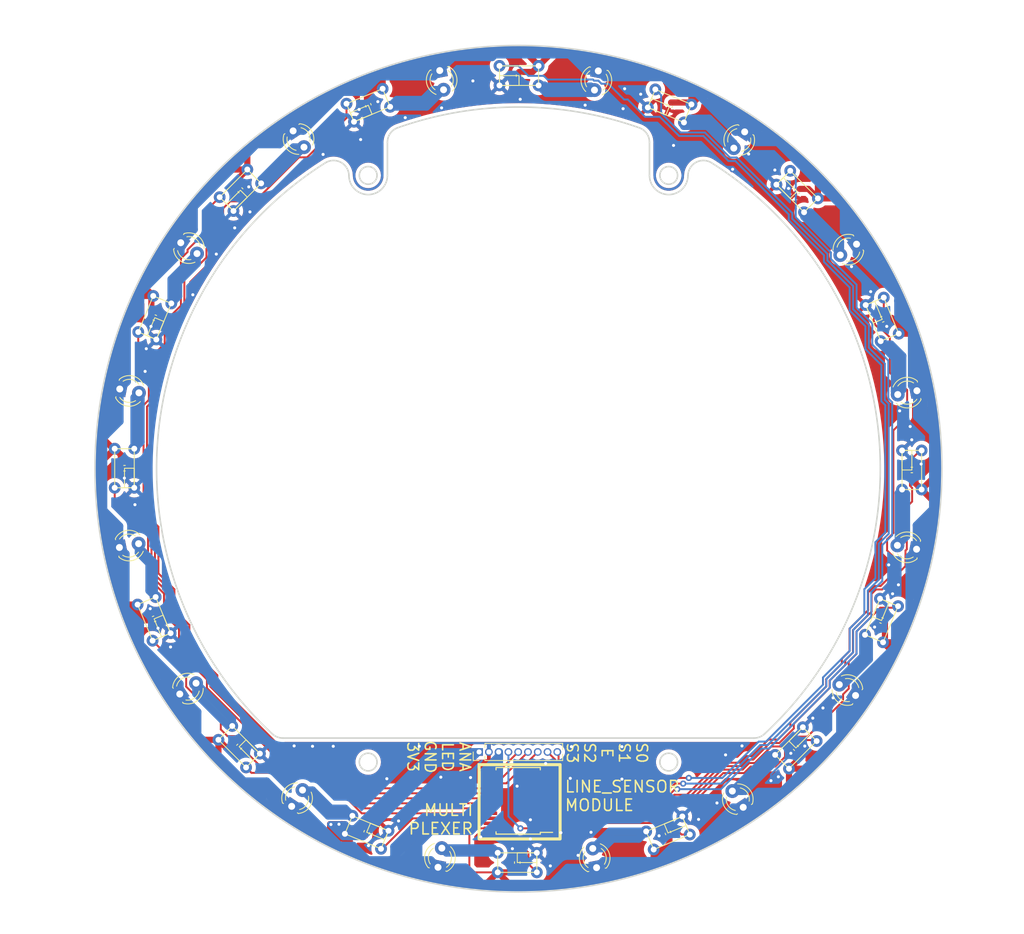
<source format=kicad_pcb>
(kicad_pcb (version 20211014) (generator pcbnew)
  (layers (0 "F.Cu" signal) (31 "B.Cu" signal) (34 "B.Paste" user) (35 "F.Paste" user) (36 "B.SilkS" user "B.Silkscreen") (37 "F.SilkS" user "F.Silkscreen") (38 "B.Mask" user) (39 "F.Mask" user) (44 "Edge.Cuts" user))
  (net 0 "")
  (net 1 "+3V3")
  (net 2 "GND")
  (net 3 "LED")
  (net 4 "Net-(D1-Pad2)")
  (net 5 "Net-(D2-Pad2)")
  (net 6 "Net-(D3-Pad2)")
  (net 7 "Net-(D4-Pad2)")
  (net 8 "Net-(D5-Pad2)")
  (net 9 "Net-(D6-Pad2)")
  (net 10 "Net-(D7-Pad2)")
  (net 11 "Net-(D8-Pad2)")
  (net 12 "Net-(D9-Pad2)")
  (net 13 "Net-(D10-Pad2)")
  (net 14 "Net-(D11-Pad2)")
  (net 15 "Net-(D12-Pad2)")
  (net 16 "Net-(D13-Pad2)")
  (net 17 "Net-(D14-Pad2)")
  (net 18 "Net-(D15-Pad2)")
  (net 19 "Net-(D16-Pad2)")
  (net 20 "Analog")
  (net 21 "S0")
  (net 22 "S1")
  (net 23 "S2")
  (net 24 "S3")
  (net 25 "E")
  (net 26 "Sen 1")
  (net 27 "Sen 9")
  (net 28 "Sen 2")
  (net 29 "Sen 10")
  (net 30 "Sen 3")
  (net 31 "Sen 11")
  (net 32 "Sen 4")
  (net 33 "Sen 12")
  (net 34 "Sen 5")
  (net 35 "Sen 13")
  (net 36 "Sen 6")
  (net 37 "Sen 14")
  (net 38 "Sen 7")
  (net 39 "Sen 15")
  (net 40 "Sen 8")
  (net 41 "Sen 16")
  (footprint "Line_sennsor:Line_sennsor" (layer "F.Cu") (at 211.785073 75.338405 -67.5)
    (fp_text reference "U7" hide)
    (fp_text value "Line_sennsor" hide)
  )
  (footprint "Line_sennsor:Line_sennsor" (layer "F.Cu") (at 199.360366 56.666902 -45)
    (fp_text reference "U5" hide)
    (fp_text value "Line_sennsor" hide)
  )
  (footprint "Capacitor_SMD:C_0402_1005Metric" (layer "F.Cu") (at 194.870238 61.157031 -135)
    (fp_text reference "C5" hide)
    (fp_text value "C")
  )
  (footprint "Capacitor_SMD:C_0402_1005Metric" (layer "F.Cu") (at 158.521764 148.359 90)
    (fp_text reference "C2" hide)
    (fp_text value "C")
  )
  (footprint "Capacitor_SMD:C_0402_1005Metric" (layer "F.Cu") (at 205.918992 77.768216 -157.5)
    (fp_text reference "C7" hide)
    (fp_text value "C")
  )
  (footprint "LED_THT:LED_D3.0mm_Clear" (layer "F.Cu") (at 129.217999 141.051566 56.25)
    (fp_text reference "D4" hide)
    (fp_text value "LED" hide)
  )
  (footprint "Capacitor_SMD:C_0402_1005Metric" (layer "F.Cu") (at 111.442516 77.558348 -22.5)
    (fp_text reference "C12" hide)
    (fp_text value "C")
  )
  (footprint "Line_sennsor:Line_sennsor" (layer "F.Cu") (at 211.69773 119.332458 -112.5)
    (fp_text reference "U11" hide)
    (fp_text value "Line_sennsor" hide)
  )
  (footprint "LED_THT:LED_D3.0mm_Clear" (layer "F.Cu") (at 168.820824 149.018111 101.25)
    (fp_text reference "D15" hide)
    (fp_text value "LED" hide)
  )
  (footprint "LED_THT:LED_D3.0mm_Clear" (layer "F.Cu") (at 106.847771 107.414942 11.25)
    (fp_text reference "D8" hide)
    (fp_text value "LED" hide)
  )
  (footprint "Capacitor_SMD:C_0402_1005Metric" (layer "F.Cu") (at 194.708851 133.464356 135)
    (fp_text reference "C13" hide)
    (fp_text value "C")
  )
  (footprint "Line_sennsor:Line_sennsor" (layer "F.Cu") (at 199.200393 137.955899 -135)
    (fp_text reference "U13" hide)
    (fp_text value "Line_sennsor" hide)
  )
  (footprint "LED_THT:LED_D3.0mm_Clear" (layer "F.Cu") (at 202.457448 126.647883 146.25)
    (fp_text reference "D11" hide)
    (fp_text value "LED" hide)
  )
  (footprint "LED_THT:LED_D3.0mm_Clear" (layer "F.Cu") (at 148.45094 45.441889 -78.75)
    (fp_text reference "D16" hide)
    (fp_text value "LED" hide)
  )
  (footprint "Line_sennsor:Line_sennsor" (layer "F.Cu") (at 118.071371 56.504101 45)
    (fp_text reference "U14" hide)
    (fp_text value "Line_sennsor" hide)
  )
  (footprint "Line_sennsor:Line_sennsor" (layer "F.Cu") (at 105.574034 75.127542 67.5)
    (fp_text reference "U12" hide)
    (fp_text value "Line_sennsor" hide)
  )
  (footprint "LED_THT:LED_D3.0mm_Clear" (layer "F.Cu") (at 114.687515 126.458112 33.75)
    (fp_text reference "D6" hide)
    (fp_text value "LED" hide)
  )
  (footprint "Line_sennsor:Line_sennsor" (layer "F.Cu") (at 180.527477 150.37919 -157.5)
    (fp_text reference "U15" hide)
    (fp_text value "Line_sennsor" hide)
  )
  (footprint "LED_THT:LED_D3.0mm_Clear" (layer "F.Cu") (at 188.053765 53.408434 -123.75)
    (fp_text reference "D3" hide)
    (fp_text value "LED" hide)
  )
  (footprint "Line_sennsor:Line_sennsor" (layer "F.Cu") (at 216.116882 97.344118 -90)
    (fp_text reference "U9" hide)
    (fp_text value "Line_sennsor" hide)
  )
  (footprint "LED_THT:LED_D3.0mm_Clear" (layer "F.Cu") (at 187.863993 141.178367 123.75)
    (fp_text reference "D13" hide)
    (fp_text value "LED" hide)
  )
  (footprint "Line_sennsor:Line_sennsor" (layer "F.Cu") (at 101.154882 97.115882 90)
    (fp_text reference "U10" hide)
    (fp_text value "Line_sennsor" hide)
  )
  (footprint "Line_sennsor:Line_sennsor" (layer "F.Cu") (at 105.486692 119.121595 112.5)
    (fp_text reference "U8" hide)
    (fp_text value "Line_sennsor" hide)
  )
  (footprint "Capacitor_SMD:C_0402_1005Metric" (layer "F.Cu") (at 138.96423 144.423366 67.5)
    (fp_text reference "C4" hide)
    (fp_text value "C")
  )
  (footprint "LED_THT:LED_D3.0mm_Clear" (layer "F.Cu") (at 148.22709 148.973584 78.75)
    (fp_text reference "D2" hide)
    (fp_text value "LED" hide)
  )
  (footprint "Line_sennsor:Line_sennsor" (layer "F.Cu") (at 158.521764 154.711 180)
    (fp_text reference "U2" hide)
    (fp_text value "Line_sennsor" hide)
  )
  (footprint "Line_sennsor:Line_sennsor" (layer "F.Cu") (at 158.75 39.749)
    (fp_text reference "U1" hide)
    (fp_text value "Line_sennsor" hide)
  )
  (footprint "Line_sennsor:Line_sennsor" (layer "F.Cu") (at 117.909983 137.794511 135)
    (fp_text reference "U6" hide)
    (fp_text value "Line_sennsor" hide)
  )
  (footprint "LED_THT:LED_D3.0mm_Clear" (layer "F.Cu") (at 202.584249 68.001889 -146.25)
    (fp_text reference "D5" hide)
    (fp_text value "LED" hide)
  )
  (footprint "Capacitor_SMD:C_0402_1005Metric" (layer "F.Cu") (at 178.096672 144.510708 112.5)
    (fp_text reference "C15" hide)
    (fp_text value "C")
  )
  (footprint "Line_sennsor:Line_sennsor" (layer "F.Cu") (at 136.533424 150.291848 157.5)
    (fp_text reference "U4" hide)
    (fp_text value "Line_sennsor" hide)
  )
  (footprint "Capacitor_SMD:C_0402_1005Metric" (layer "F.Cu") (at 205.829248 116.901652 157.5)
    (fp_text reference "C11" hide)
    (fp_text value "C")
  )
  (footprint "LED_THT:LED_D3.0mm_Clear" (layer "F.Cu") (at 114.814316 67.812117 -33.75)
    (fp_text reference "D12" hide)
    (fp_text value "LED" hide)
  )
  (footprint "Line_sennsor:Line_sennsor" (layer "F.Cu") (at 136.744287 44.08081 22.5)
    (fp_text reference "U16" hide)
    (fp_text value "Line_sennsor" hide)
  )
  (footprint "LED_THT:LED_D3.0mm_Clear" (layer "F.Cu") (at 210.423993 87.045058 -168.75)
    (fp_text reference "D7" hide)
    (fp_text value "LED" hide)
  )
  (footprint "Capacitor_SMD:C_0402_1005Metric" (layer "F.Cu") (at 139.175092 49.949292 -67.5)
    (fp_text reference "C16" hide)
    (fp_text value "C")
  )
  (footprint "Capacitor_SMD:C_0402_1005Metric" (layer "F.Cu") (at 178.307534 50.036634 -112.5)
    (fp_text reference "C3" hide)
    (fp_text value "C")
  )
  (footprint "LED_THT:LED_D3.0mm_Clear" (layer "F.Cu") (at 106.892298 86.821208 -11.25)
    (fp_text reference "D10" hide)
    (fp_text value "LED" hide)
  )
  (footprint "Capacitor_SMD:C_0402_1005Metric" (layer "F.Cu") (at 122.40141 133.30257 45)
    (fp_text reference "C6" hide)
    (fp_text value "C")
  )
  (footprint "LED_THT:LED_D3.0mm_Clear" (layer "F.Cu") (at 169.044674 45.486416 -101.25)
    (fp_text reference "D1" hide)
    (fp_text value "LED" hide)
  )
  (footprint "Capacitor_SMD:C_0402_1005Metric" (layer "F.Cu") (at 107.507082 97.115518)
    (fp_text reference "C10" hide)
    (fp_text value "C")
  )
  (footprint "LED_THT:LED_D3.0mm_Clear" (layer "F.Cu") (at 129.407771 53.281633 -56.25)
    (fp_text reference "D14" hide)
    (fp_text value "LED" hide)
  )
  (footprint "Capacitor_SMD:C_0402_1005Metric" (layer "F.Cu") (at 111.355175 116.69079 22.5)
    (fp_text reference "C8" hide)
    (fp_text value "C")
  )
  (footprint "Capacitor_SMD:C_0402_1005Metric" (layer "F.Cu") (at 209.764882 97.344118 180)
    (fp_text reference "C9" hide)
    (fp_text value "C")
  )
  (footprint "LED_THT:LED_D3.0mm_Clear" (layer "F.Cu") (at 210.379466 107.638792 168.75)
    (fp_text reference "D9" hide)
    (fp_text value "LED" hide)
  )
  (footprint "Line_sennsor:Line_sennsor" (layer "F.Cu") (at 180.73834 44.168152 -22.5)
    (fp_text reference "U3" hide)
    (fp_text value "Line_sennsor" hide)
  )
  (footprint "Capacitor_SMD:C_0402_1005Metric" (layer "F.Cu") (at 158.75 46.101 -90)
    (fp_text reference "C1" hide)
    (fp_text value "C")
  )
  (footprint "Package_SO:SSOP-24_5.3x8.2mm_P0.65mm" (layer "F.Cu") (at 158.635882 140.335 180)
    (fp_text reference "multiplexer" hide)
    (fp_text value "CD74HC4067SM")
  )
  (footprint "Connector_PinHeader_1.27mm:PinHeader_1x09_P1.27mm_Vertical" (layer "F.Cu") (at 153.560882 133.985 90)
    (fp_text reference "J1" hide)
    (fp_text value "Conn_01x09_Female" hide)
  )
  (footprint "Capacitor_SMD:C_0402_1005Metric" (layer "F.Cu") (at 122.562913 60.995644 -45)
    (fp_text reference "C14" hide)
    (fp_text value "C")
  )
  (gr_rect (start 164.084 145.288) (end 153.560882 135.636) (layer "F.SilkS") (width 0.4) (fill none))
  (gr_circle locked (center 178.190655 59.062543) (end 177.040655 59.062543) (layer "Edge.Cuts") (width 0.2) (fill none))
  (gr_arc locked (start 126.719943 131.647067) (mid 111.873897 92.848067) (end 133.589982 57.433675) (layer "Edge.Cuts") (width 0.2))
  (gr_arc locked (start 141.656945 59.062543) (mid 139.174306 61.562475) (end 136.657186 59.097255) (layer "Edge.Cuts") (width 0.2))
  (gr_arc locked (start 183.757618 57.433675) (mid 205.473703 92.848067) (end 190.627657 131.647067) (layer "Edge.Cuts") (width 0.2))
  (gr_circle locked (center 158.6738 97.1804) (end 103.6738 97.1804) (layer "Edge.Cuts") (width 0.2) (fill none))
  (gr_line locked (start 175.690655 59.062543) (end 175.690655 54.759955) (layer "Edge.Cuts") (width 0.2))
  (gr_line locked (start 128.079682 132.1804) (end 189.267918 132.1804) (layer "Edge.Cuts") (width 0.2))
  (gr_arc locked (start 180.690414 59.097255) (mid 178.173299 61.562483) (end 175.690655 59.062543) (layer "Edge.Cuts") (width 0.2))
  (gr_arc locked (start 174.358071 52.874602) (mid 175.323878 53.605579) (end 175.690655 54.759955) (layer "Edge.Cuts") (width 0.2))
  (gr_line locked (start 141.656945 54.759955) (end 141.656945 59.062543) (layer "Edge.Cuts") (width 0.2))
  (gr_circle locked (center 139.156945 59.062543) (end 138.006945 59.062543) (layer "Edge.Cuts") (width 0.2) (fill none))
  (gr_arc locked (start 141.656945 54.759955) (mid 142.023721 53.605578) (end 142.989529 52.874602) (layer "Edge.Cuts") (width 0.2))
  (gr_arc locked (start 190.627657 131.647067) (mid 189.998215 132.042299) (end 189.267918 132.1804) (layer "Edge.Cuts") (width 0.2))
  (gr_arc locked (start 133.589982 57.433675) (mid 135.610912 57.366964) (end 136.657186 59.097255) (layer "Edge.Cuts") (width 0.2))
  (gr_circle locked (center 139.156945 135.298257) (end 138.006945 135.298257) (layer "Edge.Cuts") (width 0.2) (fill none))
  (gr_arc locked (start 128.079682 132.1804) (mid 127.349389 132.042293) (end 126.719943 131.647067) (layer "Edge.Cuts") (width 0.2))
  (gr_arc locked (start 142.989529 52.874602) (mid 158.6738 50.180399) (end 174.358071 52.874602) (layer "Edge.Cuts") (width 0.2))
  (gr_arc locked (start 180.690414 59.097255) (mid 181.73669 57.366964) (end 183.757618 57.433675) (layer "Edge.Cuts") (width 0.2))
  (gr_circle locked (center 178.190655 135.298257) (end 177.040655 135.298257) (layer "Edge.Cuts") (width 0.2) (fill none))
  (gr_text "MULTI\nPLEXER" (at 152.908 142.748) (layer "F.SilkS") (effects (font (size 1.5 1.5) (thickness 0.2)) (justify right)))
  (gr_text "ANA\nLED\nGND\n3V3" (at 148.336 134.62 270) (layer "F.SilkS") (effects (font (size 1.4 1.4) (thickness 0.2))))
  (gr_text "S0\nS1\nE\nS2\nS3" (at 170.18 134.112 270) (layer "F.SilkS") (effects (font (size 1.4 1.4) (thickness 0.2))))
  (gr_text "LINE_SENSOR\nMODULE" (at 164.592 139.7) (layer "F.SilkS") (effects (font (size 1.5 1.5) (thickness 0.2)) (justify left)))
  (segment (start 203.106292 128.916507) (end 202.23443 130.103011) (width 0.8) (layer "F.Cu") (net 1))
  (segment (start 151.698858 151.335519) (end 150.241195 151.127764) (width 0.8) (layer "F.Cu") (net 1))
  (segment (start 134.2136 143.4084) (end 135.382 144.5768) (width 0.8) (layer "F.Cu") (net 1))
  (segment (start 116.480153 131.83762) (end 115.561021 130.687341) (width 0.8) (layer "F.Cu") (net 1))
  (segment (start 111.239358 74.72492) (end 108.906253 74.72492) (width 0.8) (layer "F.Cu") (net 1))
  (segment (start 212.780667 104.520277) (end 212.563092 105.976477) (width 0.8) (layer "F.Cu") (net 1))
  (segment (start 187.03068 50.518701) (end 185.762219 49.771072) (width 0.8) (layer "F.Cu") (net 1))
  (segment (start 172.153027 44.267856) (end 173.574816 44.650536) (width 0.8) (layer "F.Cu") (net 1))
  (segment (start 109.7534 72.938134) (end 110.039384 72.358626) (width 0.8) (layer "F.Cu") (net 1))
  (segment (start 207.638455 121.344205) (end 206.969112 122.655675) (width 0.8) (layer "F.Cu") (net 1))
  (segment (start 201.3309 63.095232) (end 202.234431 64.25779) (width 0.8) (layer "F.Cu") (net 1))
  (segment (start 104.908007 87.65851) (end 104.670814 89.111674) (width 0.8) (layer "F.Cu") (net 1))
  (segment (start 166.378288 151.236553) (end 167.833036 151.009159) (width 0.8) (layer "F.Cu") (net 1))
  (segment (start 115.561021 130.687341) (end 114.673237 129.512695) (width 0.8) (layer "F.Cu") (net 1))
  (segment (start 134.2136 143.4084) (end 134.2136 144.4752) (width 0.8) (layer "F.Cu") (net 1))
  (segment (start 111.448168 124.587816) (end 110.726354 123.304512) (width 0.8) (layer "F.Cu") (net 1))
  (segment (start 133.210754 145.478046) (end 132.227053 144.950647) (width 0.8) (layer "F.Cu") (net 1))
  (segment (start 104.073822 97.180412) (end 104.075323 96.735441) (width 0.8) (layer "F.Cu") (net 1))
  (segment (start 124.876984 54.294481) (end 126.045611 53.398804) (width 0.8) (layer "F.Cu") (net 1))
  (segment (start 196.361886 57.670464) (end 195.282868 56.668636) (width 0.8) (layer "F.Cu") (net 1))
  (segment (start 195.048262 134.923825) (end 193.812239 136.159848) (width 0.8) (layer "F.Cu") (net 1))
  (segment (start 155.981764 149.631) (end 157.729764 149.631) (width 0.8) (layer "F.Cu") (net 1))
  (segment (start 136.4996 143.7132) (end 136.144 143.3576) (width 0.8) (layer "F.Cu") (net 1))
  (segment (start 133.524679 145.646353) (end 133.210754 145.478046) (width 0.8) (layer "F.Cu") (net 1))
  (segment (start 137.653228 144.866828) (end 138.008828 144.866828) (width 0.8) (layer "F.Cu") (net 1))
  (segment (start 163.453105 42.787522) (end 164.917939 42.93616) (width 0.8) (layer "F.Cu") (net 1))
  (segment (start 195.048262 133.803767) (end 195.048262 134.923825) (width 0.8) (layer "F.Cu") (net 1))
  (segment (start 169.281072 150.742632) (end 170.721444 150.437147) (width 0.8) (layer "F.Cu") (net 1))
  (segment (start 127.237969 141.825841) (end 126.045612 140.961997) (width 0.8) (layer "F.Cu") (net 1))
  (segment (start 138.888536 46.28865) (end 139.349449 46.116578) (width 0.8) (layer "F.Cu") (net 1))
  (segment (start 193.812239 136.159848) (end 193.812239 138.968475) (width 0.8) (layer "F.Cu") (net 1))
  (segment (start 120.941658 133.641981) (end 119.706034 132.406357) (width 0.8) (layer "F.Cu") (net 1))
  (segment (start 136.130802 144.626524) (end 136.7536 145.249322) (width 0.8) (layer "F.Cu") (net 1))
  (segment (start 211.302933 82.633883) (end 211.676012 84.058189) (width 0.8) (layer "F.Cu") (net 1))
  (segment (start 110.039385 122.002176) (end 109.387807 120.681841) (width 0.8) (layer "F.Cu") (net 1))
  (segment (start 164.917939 42.93616) (end 166.378289 43.124247) (width 0.8) (layer "F.Cu") (net 1))
  (segment (start 104.314379 92.034509) (end 104.252547 92.797147) (width 0.8) (layer "F.Cu") (net 1))
  (segment (start 135.7376 143.3576) (end 134.2136 143.3576) (width 0.8) (layer "F.Cu") (net 1))
  (segment (start 213.097665 92.767948) (end 213.19685 94.236953) (width 0.8) (layer "F.Cu") (net 1))
  (segment (start 136.635778 147.133022) (end 136.173899 146.931594) (width 0.8) (layer "F.Cu") (net 1))
  (segment (start 136.130802 144.626524) (end 136.081078 144.5768) (width 0.8) (layer "F.Cu") (net 1))
  (segment (start 108.906253 74.72492) (end 108.77205 75.016417) (width 0.8) (layer "F.Cu") (net 1))
  (segment (start 213.256392 95.70815) (end 213.276243 97.180399) (width 0.8) (layer "F.Cu") (net 1))
  (segment (start 105.853335 83.344745) (end 105.499485 84.773991) (width 0.8) (layer "F.Cu") (net 1))
  (segment (start 159.041922 151.781603) (end 160.513967 151.751827) (width 0.8) (layer "F.Cu") (net 1))
  (segment (start 141.034973 47.802102) (end 141.034973 45.510658) (width 0.8) (layer "F.Cu") (net 1))
  (segment (start 136.4996 145.3896) (end 136.7536 145.6436) (width 0.8) (layer "F.Cu") (net 1))
  (segment (start 134.049191 145.909609) (end 133.524679 145.646353) (width 0.8) (layer "F.Cu") (net 1))
  (segment (start 104.076302 97.915941) (end 104.073822 97.180412) (width 0.8) (layer "F.Cu") (net 1))
  (segment (start 152.2984 144.6784) (end 152.2984 148.9456) (width 0.25) (layer "F.Cu") (net 1))
  (segment (start 119.418801 59.226851) (end 120.339273 58.300152) (width 0.8) (layer "F.Cu") (net 1))
  (segment (start 153.161577 151.503896) (end 151.698858 151.335519) (width 0.8) (layer "F.Cu") (net 1))
  (segment (start 156.097998 42.638745) (end 157.569556 42.589124) (width 0.8) (layer "F.Cu") (net 1))
  (segment (start 198.436957 134.601225) (end 197.413498 135.659779) (width 0.8) (layer "F.Cu") (net 1))
  (segment (start 210.891565 113.140724) (end 210.44226 114.542814) (width 0.8) (layer "F.Cu") (net 1))
  (segment (start 209.955277 115.932384) (end 209.431027 117.308261) (width 0.8) (layer "F.Cu") (net 1))
  (segment (start 207.149928 77.584528) (end 206.362454 77.584528) (width 0.8) (layer "F.Cu") (net 1))
  (segment (start 112.994277 127.093742) (end 112.204339 125.851224) (width 0.8) (layer "F.Cu") (net 1))
  (segment (start 207.639448 121.342122) (end 207.638455 121.344205) (width 0.8) (layer "F.Cu") (net 1))
  (segment (start 136.4996 143.7132) (end 136.4996 145.3896) (width 0.8) (layer "F.Cu") (net 1))
  (segment (start 161.984725 151.682369) (end 163.45312 151.573276) (width 0.8) (layer "F.Cu") (net 1))
  (segment (start 107.144165 79.121508) (end 106.675966 80.517504) (width 0.8) (layer "F.Cu") (net 1))
  (segment (start 194.177212 55.696252) (end 193.04577 54.754057) (width 0.8) (layer "F.Cu") (net 1))
  (segment (start 113.817438 66.046276) (end 114.673235 64.848107) (width 0.8) (layer "F.Cu") (net 1))
  (segment (start 212.9589 91.302071) (end 213.097665 92.767948) (width 0.8) (layer "F.Cu") (net 1))
  (segment (start 120.339273 58.300152) (end 123.459525 58.300152) (width 0.8) (layer "F.Cu") (net 1))
  (segment (start 174.98575 45.071407) (end 176.384868 45.530184) (width 0.8) (layer "F.Cu") (net 1))
  (segment (start 136.144 143.3576) (end 135.7376 143.3576) (width 0.8) (layer "F.Cu") (net 1))
  (segment (start 160.498 45.621) (end 161.29 44.829) (width 0.8) (layer "F.Cu") (net 1))
  (segment (start 150.241197 43.233036) (end 151.698858 43.025281) (width 0.8) (layer "F.Cu") (net 1))
  (segment (start 143.06591 149.504588) (end 141.660744 149.064721) (width 0.8) (layer "F.Cu") (net 1))
  (segment (start 123.459525 55.455332) (end 123.732941 55.221335) (width 0.8) (layer "F.Cu") (net 1))
  (segment (start 135.382 144.5768) (end 134.049191 145.909609) (width 0.8) (layer "F.Cu") (net 1))
  (segment (start 136.4996 143.7132) (end 136.4996 144.257726) (width 0.8) (layer "F.Cu") (net 1))
  (segment (start 181.140962 47.419848) (end 181.140962 49.833476) (width 0.8) (layer "F.Cu") (net 1))
  (segment (start 204.752481 126.475144) (end 203.945838 127.706936) (width 0.8) (layer "F.Cu") (net 1))
  (segment (start 114.673237 129.512695) (end 113.817436 128.31452) (width 0.8) (layer "F.Cu") (net 1))
  (segment (start 109.207984 116.015184) (end 109.207984 114.830909) (width 0.8) (layer "F.Cu") (net 1))
  (segment (start 155.981764 149.631) (end 158.126193 151.775429) (width 0.8) (layer "F.Cu") (net 1))
  (segment (start 197.564315 62.055056) (end 200.476515 62.055056) (width 0.8) (layer "F.Cu") (net 1))
  (segment (start 180.500856 47.130361) (end 181.140962 47.419848) (width 0.8) (layer "F.Cu") (net 1))
  (segment (start 104.670814 105.249124) (end 104.472891 103.790109) (width 0.8) (layer "F.Cu") (net 1))
  (segment (start 147.345323 150.594748) (end 145.909236 150.269878) (width 0.8) (layer "F.Cu") (net 1))
  (segment (start 185.762221 144.589727) (end 184.474082 145.302872) (width 0.8) (layer "F.Cu") (net 1))
  (segment (start 138.991404 49.50583) (end 138.991404 48.638396) (width 0.8) (layer "F.Cu") (net 1))
  (segment (start 206.969112 122.655675) (end 206.264677 123.948577) (width 0.8) (layer "F.Cu") (net 1))
  (segment (start 188.278516 143.060544) (end 187.030675 143.842102) (width 0.8) (layer "F.Cu") (net 1))
  (segment (start 134.2136 143.4084) (end 134.2136 144.1196) (width 0.8) (layer "F.Cu") (net 1))
  (segment (start 136.173907 47.429203) (end 137.523577 46.840605) (width 0.8) (layer "F.Cu") (net 1))
  (segment (start 108.77205 75.016417) (end 108.19258 76.369988) (width 0.8) (layer "F.Cu") (net 1))
  (segment (start 108.192581 117.990815) (end 107.64981 116.622091) (width 0.8) (layer "F.Cu") (net 1))
  (segment (start 110.067278 116.874478) (end 109.207984 116.015184) (width 0.8) (layer "F.Cu") (net 1))
  (segment (start 183.167178 145.981027) (end 181.842431 146.623714) (width 0.8) (layer "F.Cu") (net 1))
  (segment (start 206.032406 119.73508) (end 207.639448 121.342122) (width 0.8) (layer "F.Cu") (net 1))
  (segment (start 116.96029 132.406357) (end 116.480153 131.83762) (width 0.8) (layer "F.Cu") (net 1))
  (segment (start 129.690367 50.905272) (end 130.948634 50.140609) (width 0.8) (layer "F.Cu") (net 1))
  (segment (start 212.9589 103.058726) (end 212.780667 104.520277) (width 0.8) (layer "F.Cu") (net 1))
  (segment (start 212.306326 86.934477) (end 212.563092 88.384325) (width 0.8) (layer "F.Cu") (net 1))
  (segment (start 167.833036 151.009159) (end 169.281072 150.742632) (width 0.8) (layer "F.Cu") (net 1))
  (segment (start 134.3152 143.4084) (end 134.912678 143.4084) (width 0.8) (layer "F.Cu") (net 1))
  (segment (start 134.2136 143.4084) (end 134.3152 143.4084) (width 0.8) (layer "F.Cu") (net 1))
  (segment (start 178.491222 49.593172) (end 180.900658 49.593172) (width 0.8) (layer "F.Cu") (net 1))
  (segment (start 137.523577 46.840605) (end 138.888536 46.28865) (width 0.8) (layer "F.Cu") (net 1))
  (segment (start 209.431027 117.308261) (end 208.869859 118.669524) (width 0.8) (layer "F.Cu") (net 1))
  (segment (start 208.27219 74.345633) (end 208.869862 75.691284) (width 0.8) (layer "F.Cu") (net 1))
  (segment (start 203.945838 127.706936) (end 203.106292 128.916507) (width 0.8) (layer "F.Cu") (net 1))
  (segment (start 212.306326 107.426321) (end 212.010552 108.86876) (width 0.8) (layer "F.Cu") (net 1))
  (segment (start 152.9838 149.631) (end 155.981764 149.631) (width 0.25) (layer "F.Cu") (net 1))
  (segment (start 104.908008 106.702296) (end 104.670814 105.249124) (width 0.8) (layer "F.Cu") (net 1))
  (segment (start 179.143367 46.560013) (end 180.500856 47.130361) (width 0.8) (layer "F.Cu") (net 1))
  (segment (start 133.524679 48.714447) (end 134.840645 48.053955) (width 0.8) (layer "F.Cu") (net 1))
  (segment (start 206.969112 71.705125) (end 207.638454 73.016593) (width 0.8) (layer "F.Cu") (net 1))
  (segment (start 202.23443 130.103011) (end 201.330899 131.26557) (width 0.8) (layer "F.Cu") (net 1))
  (segment (start 140.267968 148.587133) (end 138.888539 148.072151) (width 0.8) (layer "F.Cu") (net 1))
  (segment (start 145.909234 44.090922) (end 147.345322 43.766053) (width 0.8) (layer "F.Cu") (net 1))
  (segment (start 108.772043 119.344367) (end 108.192581 117.990815) (width 0.8) (layer "F.Cu") (net 1))
  (segment (start 136.081078 144.5768) (end 135.382 144.5768) (width 0.8) (layer "F.Cu") (net 1))
  (segment (start 151.698858 43.025281) (end 153.161581 42.856904) (width 0.8) (layer "F.Cu") (net 1))
  (segment (start 191.889327 140.518093) (end 190.708706 141.397949) (width 0.8) (layer "F.Cu") (net 1))
  (segment (start 212.563092 88.384325) (end 212.780668 89.840526) (width 0.8) (layer "F.Cu") (net 1))
  (segment (start 137.523542 147.52018) (end 136.635778 147.133022) (width 0.8) (layer "F.Cu") (net 1))
  (segment (start 124.876984 140.06632) (end 123.732946 139.13947) (width 0.8) (layer "F.Cu") (net 1))
  (segment (start 180.900658 49.593172) (end 181.140962 49.833476) (width 0.8) (layer "F.Cu") (net 1))
  (segment (start 138.008828 144.866828) (end 136.371106 144.866828) (width 0.8) (layer "F.Cu") (net 1))
  (segment (start 128.453154 142.657201) (end 127.237969 141.825841) (width 0.8) (layer "F.Cu") (net 1))
  (segment (start 208.869859 118.669524) (end 208.396591 119.73508) (width 0.8) (layer "F.Cu") (net 1))
  (segment (start 203.106291 65.444292) (end 203.945847 66.653878) (width 0.8) (layer "F.Cu") (net 1))
  (segment (start 177.77107 46.026503) (end 179.143367 46.560013) (width 0.8) (layer "F.Cu") (net 1))
  (segment (start 206.27271 119.494776) (end 206.032406 119.73508) (width 0.8) (layer "F.Cu") (net 1))
  (segment (start 136.7536 145.249322) (end 136.7536 145.6436) (width 0.8) (layer "F.Cu") (net 1))
  (segment (start 107.027082 95.368082) (end 106.234882 94.575882) (width 0.8) (layer "F.Cu") (net 1))
  (segment (start 134.2136 143.4084) (end 134.2136 145.7452) (width 0.8) (layer "F.Cu") (net 1))
  (segment (start 170.721444 43.923653) (end 172.153027 44.267856) (width 0.8) (layer "F.Cu") (net 1))
  (segment (start 158.75 45.621) (end 160.498 45.621) (width 0.8) (layer "F.Cu") (net 1))
  (segment (start 112.204339 125.851224) (end 111.448168 124.587816) (width 0.8) (layer "F.Cu") (net 1))
  (segment (start 112.994274 67.267063) (end 113.817438 66.046276) (width 0.8) (layer "F.Cu") (net 1))
  (segment (start 193.04577 54.754057) (end 191.889328 53.842708) (width 0.8) (layer "F.Cu") (net 1))
  (segment (start 136.130802 144.132798) (end 136.4996 143.764) (width 0.8) (layer "F.Cu") (net 1))
  (segment (start 190.708706 141.397949) (end 189.504812 142.245637) (width 0.8) (layer "F.Cu") (net 1))
  (segment (start 135.7376 143.3576) (end 135.7376 143.739596) (width 0.8) (layer "F.Cu") (net 1))
  (segment (start 136.173899 146.931594) (end 136.130802 146.911399) (width 0.8) (layer "F.Cu") (net 1))
  (segment (start 163.339889 42.779111) (end 163.453105 42.787522) (width 0.8) (layer "F.Cu") (net 1))
  (segment (start 185.762219 49.771072) (end 184.474082 49.057928) (width 0.8) (layer "F.Cu") (net 1))
  (segment (start 189.504811 52.115163) (end 188.278513 51.300254) (width 0.8) (layer "F.Cu") (net 1))
  (segment (start 134.840645 48.053955) (end 136.173907 47.429203) (width 0.8) (layer "F.Cu") (net 1))
  (segment (start 126.045611 53.398804) (end 127.23798 52.534951) (width 0.8) (layer "F.Cu") (net 1))
  (segment (start 112.204339 68.509576) (end 112.994274 67.267063) (width 0.8) (layer "F.Cu") (net 1))
  (segment (start 206.264677 123.948577) (end 205.525599 125.222079) (width 0.8) (layer "F.Cu") (net 1))
  (segment (start 106.245577 112.435179) (end 105.853332 111.016045) (width 0.8) (layer "F.Cu") (net 1))
  (segment (start 170.721444 150.437147) (end 172.153027 150.092944) (width 0.8) (layer "F.Cu") (net 1))
  (segment (start 104.252547 92.797147) (end 106.031282 94.575882) (width 0.8) (layer "F.Cu") (net 1))
  (segment (start 195.282868 56.668636) (end 194.177212 55.696252) (width 0.8) (layer "F.Cu") (net 1))
  (segment (start 208.063781 79.629091) (end 210.253361 79.629091) (width 0.8) (layer "F.Cu") (net 1))
  (segment (start 107.007198 114.830909) (end 106.675967 113.843299) (width 0.8) (layer "F.Cu") (net 1))
  (segment (start 136.4996 143.7132) (end 137.653228 144.866828) (width 0.8) (layer "F.Cu") (net 1))
  (segment (start 138.888539 148.072151) (end 137.523542 147.52018) (width 0.8) (layer "F.Cu") (net 1))
  (segment (start 106.675966 80.517504) (end 106.245577 81.92562) (width 0.8) (layer "F.Cu") (net 1))
  (segment (start 188.278513 51.300254) (end 187.03068 50.518701) (width 0.8) (layer "F.Cu") (net 1))
  (segment (start 143.06591 44.856213) (end 144.482379 44.454406) (width 0.8) (layer "F.Cu") (net 1))
  (segment (start 136.7536 145.6436) (end 136.7536 147.0152) (width 0.8) (layer "F.Cu") (net 1))
  (segment (start 178.28036 144.95417) (end 178.28036 145.92524) (width 0.8) (layer "F.Cu") (net 1))
  (segment (start 190.708703 52.962849) (end 189.504811 52.115163) (width 0.8) (layer "F.Cu") (net 1))
  (segment (start 130.948622 144.220184) (end 129.690364 143.455526) (width 0.8) (layer "F.Cu") (net 1))
  (segment (start 104.116022 99.388489) (end 104.076302 97.915941) (width 0.8) (layer "F.Cu") (net 1))
  (segment (start 210.44226 114.542814) (end 209.955277 115.932384) (width 0.8) (layer "F.Cu") (net 1))
  (segment (start 196.903212 136.159848) (end 193.812239 136.159848) (width 0.8) (layer "F.Cu") (net 1))
  (segment (start 187.030675 143.842102) (end 185.762221 144.589727) (width 0.8) (layer "F.Cu") (net 1))
  (segment (start 155.981764 149.631) (end 154.032356 151.580408) (width 0.8) (layer "F.Cu") (net 1))
  (segment (start 141.660743 45.296079) (end 143.06591 44.856213) (width 0.8) (layer "F.Cu") (net 1))
  (segment (start 111.239358 74.72492) (end 109.7534 73.238962) (width 0.8) (layer "F.Cu") (net 1))
  (segment (start 134.912678 143.4084) (end 136.130802 144.626524) (width 0.8) (layer "F.Cu") (net 1))
  (segment (start 107.587421 116.451472) (end 109.207984 114.830909) (width 0.8) (layer "F.Cu") (net 1))
  (segment (start 211.676011 110.302612) (end 211.302933 111.726918) (width 0.8) (layer "F.Cu") (net 1))
  (segment (start 193.045771 139.606742) (end 191.889327 140.518093) (width 0.8) (layer "F.Cu") (net 1))
  (segment (start 155.035882 143.91) (end 153.0668 143.91) (width 0.25) (layer "F.Cu") (net 1))
  (segment (start 107.64981 116.622091) (end 107.587421 116.451472) (width 0.8) (layer "F.Cu") (net 1))
  (segment (start 109.7534 73.238962) (end 109.7534 72.938134) (width 0.8) (layer "F.Cu") (net 1))
  (segment (start 169.281073 43.618168) (end 170.721444 43.923653) (width 0.8) (layer "F.Cu") (net 1))
  (segment (start 134.2136 143.3576) (end 134.2136 143.4084) (width 0.8) (layer "F.Cu") (net 1))
  (segment (start 134.2136 144.1196) (end 134.7216 144.6276) (width 0.8) (layer "F.Cu") (net 1))
  (segment (start 178.28036 145.92524) (end 177.547702 146.657898) (width 0.8) (layer "F.Cu") (net 1))
  (segment (start 139.827698 47.802102) (end 141.034973 47.802102) (width 0.8) (layer "F.Cu") (net 1))
  (segment (start 205.525599 125.222079) (end 204.752481 126.475144) (width 0.8) (layer "F.Cu") (net 1))
  (segment (start 105.184294 86.212281) (end 104.908007 87.65851) (width 0.8) (layer "F.Cu") (net 1))
  (segment (start 110.726355 71.056287) (end 111.448168 69.772983) (width 0.8) (layer "F.Cu") (net 1))
  (segment (start 158.126193 151.775429) (end 159.041922 151.781603) (width 0.8) (layer "F.Cu") (net 1))
  (segment (start 180.500854 147.23044) (end 179.143369 147.800787) (width 0.8) (layer "F.Cu") (net 1))
  (segment (start 136.7536 147.0152) (end 136.635778 147.133022) (width 0.8) (layer "F.Cu") (net 1))
  (segment (start 195.209649 60.81762) (end 196.326879 60.81762) (width 0.8) (layer "F.Cu") (net 1))
  (segment (start 208.063781 79.629091) (end 208.063781 78.524419) (width 0.8) (layer "F.Cu") (net 1))
  (segment (start 110.999054 77.37466) (end 110.999054 74.965224) (width 0.8) (layer "F.Cu") (net 1))
  (segment (start 116.480156 62.523177) (end 117.429915 61.398159) (width 0.8) (layer "F.Cu") (net 1))
  (segment (start 176.236791 148.879172) (end 176.236791 146.657898) (width 0.8) (layer "F.Cu") (net 1))
  (segment (start 122.223502 60.656233) (end 122.223502 59.536175) (width 0.8) (layer "F.Cu") (net 1))
  (segment (start 141.660744 149.064721) (end 140.267968 148.587133) (width 0.8) (layer "F.Cu") (net 1))
  (segment (start 208.063781 78.524419) (end 208.0768 78.5114) (width 0.8) (layer "F.Cu") (net 1))
  (segment (start 172.153027 150.092944) (end 173.574816 149.710264) (width 0.8) (layer "F.Cu") (net 1))
  (segment (start 179.143369 147.800787) (end 177.873405 148.294512) (width 0.8) (layer "F.Cu") (net 1))
  (segment (start 196.326879 60.81762) (end 197.564315 62.055056) (width 0.8) (layer "F.Cu") (net 1))
  (segment (start 211.676012 84.058189) (end 212.010552 85.49204) (width 0.8) (layer "F.Cu") (net 1))
  (segment (start 208.869862 75.691284) (end 209.431027 77.052538) (width 0.8) (layer "F.Cu") (net 1))
  (segment (start 203.945847 66.653878) (end 204.752481 67.885657) (width 0.8) (layer "F.Cu") (net 1))
  (segment (start 110.039384 72.358626) (end 110.726355 71.056287) (width 0.8) (layer "F.Cu") (net 1))
  (segment (start 181.842431 146.623714) (end 180.500854 147.23044) (width 0.8) (layer "F.Cu") (net 1))
  (segment (start 160.513967 151.751827) (end 161.984725 151.682369) (width 0.8) (layer "F.Cu") (net 1))
  (segment (start 201.330899 131.26557) (end 200.396332 132.403363) (width 0.8) (layer "F.Cu") (net 1))
  (segment (start 159.098924 42.589124) (end 161.29 44.7802) (width 0.8) (layer "F.Cu") (net 1))
  (segment (start 210.442262 79.817992) (end 210.891564 81.220074) (width 0.8) (layer "F.Cu") (net 1))
  (segment (start 210.244882 97.344118) (end 210.244882 99.092118) (width 0.8) (layer "F.Cu") (net 1))
  (segment (start 204.752481 67.885657) (end 205.5256 69.138722) (width 0.8) (layer "F.Cu") (net 1))
  (segment (start 206.264677 70.412223) (end 206.969112 71.705125) (width 0.8) (layer "F.Cu") (net 1))
  (segment (start 189.504812 142.245637) (end 188.278516 143.060544) (width 0.8) (layer "F.Cu") (net 1))
  (segment (start 134.2136 144.4752) (end 133.210754 145.478046) (width 0.8) (layer "F.Cu") (net 1))
  (segment (start 128.453154 51.7036) (end 129.690367 50.905272) (width 0.8) (layer "F.Cu") (net 1))
  (segment (start 104.472891 90.57069) (end 104.314379 92.034509) (width 0.8) (layer "F.Cu") (net 1))
  (segment (start 206.27271 117.08534) (end 206.27271 119.494776) (width 0.8) (layer "F.Cu") (net 1))
  (segment (start 209.764678 77.928194) (end 208.063781 79.629091) (width 0.8) (layer "F.Cu") (net 1))
  (segment (start 113.817436 128.31452) (end 112.994277 127.093742) (width 0.8) (layer "F.Cu") (net 1))
  (segment (start 211.036882 99.884118) (end 213.067221 101.914457) (width 0.8) (layer "F.Cu") (net 1))
  (segment (start 122.061999 133.641981) (end 120.941658 133.641981) (width 0.8) (layer "F.Cu") (net 1))
  (segment (start 177.547702 146.657898) (end 176.236791 146.657898) (width 0.8) (layer "F.Cu") (net 1))
  (segment (start 200.396332 132.403363) (end 199.43144 133.515529) (width 0.8) (layer "F.Cu") (net 1))
  (segment (start 150.241195 151.127764) (end 148.789641 150.880775) (width 0.8) (layer "F.Cu") (net 1))
  (segment (start 182.781684 48.192754) (end 181.140962 49.833476) (width 0.8) (layer "F.Cu") (net 1))
  (segment (start 105.499485 109.58681) (end 105.184293 108.148515) (width 0.8) (layer "F.Cu") (net 1))
  (segment (start 152.2984 148.9456) (end 152.9838 149.631) (width 0.25) (layer "F.Cu") (net 1))
  (segment (start 213.19685 94.236953) (end 213.256392 95.70815) (width 0.8) (layer "F.Cu") (net 1))
  (segment (start 106.675967 113.843299) (end 106.245577 112.435179) (width 0.8) (layer "F.Cu") (net 1))
  (segment (start 161.29 44.829) (end 163.339889 42.779111) (width 0.8) (layer "F.Cu") (net 1))
  (segment (start 157.569556 42.589124) (end 159.098924 42.589124) (width 0.8) (layer "F.Cu") (net 1))
  (segment (start 173.574816 149.710264) (end 174.98575 149.289393) (width 0.8) (layer "F.Cu") (net 1))
  (segment (start 213.067221 101.914457) (end 212.9589 103.058726) (width 0.8) (layer "F.Cu") (net 1))
  (segment (start 130.948634 50.140609) (end 132.227057 49.410152) (width 0.8) (layer "F.Cu") (net 1))
  (segment (start 136.371106 144.866828) (end 136.130802 144.626524) (width 0.8) (layer "F.Cu") (net 1))
  (segment (start 191.889328 53.842708) (end 190.708703 52.962849) (width 0.8) (layer "F.Cu") (net 1))
  (segment (start 117.429915 61.398159) (end 118.409758 60.299052) (width 0.8) (layer "F.Cu") (net 1))
  (segment (start 119.706034 135.379073) (end 119.706034 132.406357) (width 0.8) (layer "F.Cu") (net 1))
  (segment (start 104.314379 102.326291) (end 104.19539 100.858683) (width 0.8) (layer "F.Cu") (net 1))
  (segment (start 211.302933 111.726918) (end 210.891565 113.140724) (width 0.8) (layer "F.Cu") (net 1))
  (segment (start 106.031282 94.575882) (end 106.234882 94.575882) (width 0.8) (layer "F.Cu") (net 1))
  (segment (start 197.564315 62.055056) (end 197.564315 58.85701) (width 0.8) (layer "F.Cu") (net 1))
  (segment (start 212.010552 85.49204) (end 212.306326 86.934477) (width 0.8) (layer "F.Cu") (net 1))
  (segment (start 212.563092 105.976477) (end 212.306326 107.426321) (width 0.8) (layer "F.Cu") (net 1))
  (segment (start 105.499485 84.773991) (end 105.184294 86.212281) (width 0.8) (layer "F.Cu") (net 1))
  (segment (start 153.161581 42.856904) (end 154.628327 42.728026) (width 0.8) (layer "F.Cu") (net 1))
  (segment (start 197.413496 58.701019) (end 196.361886 57.670464) (width 0.8) (layer "F.Cu") (net 1))
  (segment (start 104.472891 103.790109) (end 104.314379 102.326291) (width 0.8) (layer "F.Cu") (net 1))
  (segment (start 135.7376 143.739596) (end 136.130802 144.132798) (width 0.8) (layer "F.Cu") (net 1))
  (segment (start 136.4996 143.764) (end 136.4996 143.7132) (width 0.8) (layer "F.Cu") (net 1))
  (segment (start 138.780542 144.866828) (end 138.008828 144.866828) (width 0.8) (layer "F.Cu") (net 1))
  (segment (start 174.98575 149.289393) (end 176.236791 148.879172) (width 0.8) (layer "F.Cu") (net 1))
  (segment (start 132.227057 49.410152) (end 133.524679 48.714447) (width 0.8) (layer "F.Cu") (net 1))
  (segment (start 197.413498 135.659779) (end 196.903212 136.159848) (width 0.8) (layer "F.Cu") (net 1))
  (segment (start 212.010552 108.86876) (end 211.676011 110.302612) (width 0.8) (layer "F.Cu") (net 1))
  (segment (start 104.670814 89.111674) (end 104.472891 90.57069) (width 0.8) (layer "F.Cu") (net 1))
  (segment (start 121.521862 137.194901) (end 119.706034 135.379073) (width 0.8) (layer "F.Cu") (net 1))
  (segment (start 205.5256 69.138722) (end 206.264677 70.412223) (width 0.8) (layer "F.Cu") (net 1))
  (segment (start 161.29 44.7802) (end 161.29 44.829) (width 0.8) (layer "F.Cu") (net 1))
  (segment (start 184.474082 145.302872) (end 183.167178 145.981027) (width 0.8) (layer "F.Cu") (net 1))
  (segment (start 134.580866 146.17646) (end 134.049191 145.909609) (width 0.8) (layer "F.Cu") (net 1))
  (segment (start 110.726354 123.304512) (end 110.039385 122.002176) (width 0.8) (layer "F.Cu") (net 1))
  (segment (start 148.789641 150.880775) (end 147.345323 150.594748) (width 0.8) (layer "F.Cu") (net 1))
  (segment (start 164.917941 151.42464) (end 166.378288 151.236553) (width 0.8) (layer "F.Cu") (net 1))
  (segment (start 136.130802 144.626524) (end 136.130802 144.132798) (width 0.8) (layer "F.Cu") (net 1))
  (segment (start 197.564315 58.85701) (end 197.413496 58.701019) (width 0.8) (layer "F.Cu") (net 1))
  (segment (start 111.448168 69.772983) (end 112.204339 68.509576) (width 0.8) (layer "F.Cu") (net 1))
  (segment (start 199.43144 133.515529) (end 198.436957 134.601225) (width 0.8) (layer "F.Cu") (net 1))
  (segment (start 138.991404 48.638396) (end 139.827698 47.802102) (width 0.8) (layer "F.Cu") (net 1))
  (segment (start 122.223502 59.536175) (end 123.459525 58.300152) (width 0.8) (layer "F.Cu") (net 1))
  (segment (start 210.891564 81.220074) (end 211.302933 82.633883) (width 0.8) (layer "F.Cu") (net 1))
  (segment (start 167.833035 43.351641) (end 169.281073 43.618168) (width 0.8) (layer "F.Cu") (net 1))
  (segment (start 107.64981 77.73871) (end 107.144165 79.121508) (width 0.8) (layer "F.Cu") (net 1))
  (segment (start 148.789639 43.480026) (end 150.241197 43.233036) (width 0.8) (layer "F.Cu") (net 1))
  (segment (start 136.130802 144.626524) (end 134.580866 146.17646) (width 0.8) (layer "F.Cu") (net 1))
  (segment (start 123.732941 55.221335) (end 124.876984 54.294481) (width 0.8) (layer "F.Cu") (net 1))
  (segment (start 202.234431 64.25779) (end 203.106291 65.444292) (width 0.8) (layer "F.Cu") (net 1))
  (segment (start 136.130802 146.911399) (end 136.130802 144.626524) (width 0.8) (layer "F.Cu") (net 1))
  (segment (start 208.0768 78.5114) (end 207.149928 77.584528) (width 0.8) (layer "F.Cu") (net 1))
  (segment (start 184.474082 49.057928) (end 183.167178 48.379773) (width 0.8) (layer "F.Cu") (net 1))
  (segment (start 163.45312 151.573276) (end 164.917941 151.42464) (width 0.8) (layer "F.Cu") (net 1))
  (segment (start 110.911713 116.874478) (end 110.067278 116.874478) (width 0.8) (layer "F.Cu") (net 1))
  (segment (start 107.027082 97.115518) (end 107.027082 95.368082) (width 0.8) (layer "F.Cu") (net 1))
  (segment (start 134.2136 145.7452) (end 134.049191 145.909609) (width 0.8) (layer "F.Cu") (net 1))
  (segment (start 122.614286 138.182086) (end 121.521862 137.194901) (width 0.8) (layer "F.Cu") (net 1))
  (segment (start 109.387807 120.681841) (end 108.772043 119.344367) (width 0.8) (layer "F.Cu") (net 1))
  (segment (start 118.409758 60.299052) (end 119.418801 59.226851) (width 0.8) (layer "F.Cu") (net 1))
  (segment (start 106.245577 81.92562) (end 105.853335 83.344745) (width 0.8) (layer "F.Cu") (net 1))
  (segment (start 212.780668 89.840526) (end 212.9589 91.302071) (width 0.8) (layer "F.Cu") (net 1))
  (segment (start 127.23798 52.534951) (end 128.453154 51.7036) (width 0.8) (layer "F.Cu") (net 1))
  (segment (start 105.184293 108.148515) (end 104.908008 106.702296) (width 0.8) (layer "F.Cu") (net 1))
  (segment (start 177.873405 148.294512) (end 176.236791 146.657898) (width 0.8) (layer "F.Cu") (net 1))
  (segment (start 132.227053 144.950647) (end 130.948622 144.220184) (width 0.8) (layer "F.Cu") (net 1))
  (segment (start 104.075323 96.735441) (end 106.234882 94.575882) (width 0.8) (layer "F.Cu") (net 1))
  (segment (start 147.345322 43.766053) (end 148.789639 43.480026) (width 0.8) (layer "F.Cu") (net 1))
  (segment (start 176.384868 45.530184) (end 177.77107 46.026503) (width 0.8) (layer "F.Cu") (net 1))
  (segment (start 105.853332 111.016045) (end 105.499485 109.58681) (width 0.8) (layer "F.Cu") (net 1))
  (segment (start 123.459525 58.300152) (end 123.459525 55.455332) (width 0.8) (layer "F.Cu") (net 1))
  (segment (start 173.574816 44.650536) (end 174.98575 45.071407) (width 0.8) (layer "F.Cu") (net 1))
  (segment (start 110.999054 74.965224) (end 111.239358 74.72492) (width 0.8) (layer "F.Cu") (net 1))
  (segment (start 154.628327 42.728026) (end 156.097998 42.638745) (width 0.8) (layer "F.Cu") (net 1))
  (segment (start 210.244882 99.092118) (end 211.036882 99.884118) (width 0.8) (layer "F.Cu") (net 1))
  (segment (start 183.167178 48.379773) (end 182.781684 48.192754) (width 0.8) (layer "F.Cu") (net 1))
  (segment (start 145.909236 150.269878) (end 144.482372 149.906392) (width 0.8) (layer "F.Cu") (net 1))
  (segment (start 153.0668 143.91) (end 152.2984 144.6784) (width 0.25) (layer "F.Cu") (net 1))
  (segment (start 210.253361 79.629091) (end 210.442262 79.817992) (width 0.8) (layer "F.Cu") (net 1))
  (segment (start 109.207984 114.830909) (end 107.007198 114.830909) (width 0.8) (layer "F.Cu") (net 1))
  (segment (start 129.690364 143.455526) (end 128.453154 142.657201) (width 0.8) (layer "F.Cu") (net 1))
  (segment (start 209.431027 77.052538) (end 209.764678 77.928194) (width 0.8) (layer "F.Cu") (net 1))
  (segment (start 157.729764 149.631) (end 158.521764 148.839) (width 0.8) (layer "F.Cu") (net 1))
  (segment (start 104.19539 100.858683) (end 104.116022 99.388489) (width 0.8) (layer "F.Cu") (net 1))
  (segment (start 213.276243 97.180399) (end 213.269896 97.651104) (width 0.8) (layer "F.Cu") (net 1))
  (segment (start 115.56102 63.67346) (end 116.480156 62.523177) (width 0.8) (layer "F.Cu") (net 1))
  (segment (start 141.034973 45.510658) (end 141.660743 45.296079) (width 0.8) (layer "F.Cu") (net 1))
  (segment (start 119.706034 132.406357) (end 116.96029 132.406357) (width 0.8) (layer "F.Cu") (net 1))
  (segment (start 154.032356 151.580408) (end 153.161577 151.503896) (width 0.8) (layer "F.Cu") (net 1))
  (segment (start 200.476515 62.055056) (end 201.3309 63.095232) (width 0.8) (layer "F.Cu") (net 1))
  (segment (start 166.378289 43.124247) (end 167.833035 43.351641) (width 0.8) (layer "F.Cu") (net 1))
  (segment (start 208.396591 119.73508) (end 206.032406 119.73508) (width 0.8) (layer "F.Cu") (net 1))
  (segment (start 207.638454 73.016593) (end 208.27219 74.345633) (width 0.8) (layer "F.Cu") (net 1))
  (segment (start 139.349449 46.116578) (end 141.034973 47.802102) (width 0.8) (layer "F.Cu") (net 1))
  (segment (start 108.19258 76.369988) (end 107.64981 77.73871) (width 0.8) (layer "F.Cu") (net 1))
  (segment (start 136.4996 144.257726) (end 136.130802 144.626524) (width 0.8) (layer "F.Cu") (net 1))
  (segment (start 144.482379 44.454406) (end 145.909234 44.090922) (width 0.8) (layer "F.Cu") (net 1))
  (segment (start 123.732946 139.13947) (end 122.614286 138.182086) (width 0.8) (layer "F.Cu") (net 1))
  (segment (start 114.673235 64.848107) (end 115.56102 63.67346) (width 0.8) (layer "F.Cu") (net 1))
  (segment (start 126.045612 140.961997) (end 124.876984 140.06632) (width 0.8) (layer "F.Cu") (net 1))
  (segment (start 144.482372 149.906392) (end 143.06591 149.504588) (width 0.8) (layer "F.Cu") (net 1))
  (segment (start 213.269896 97.651104) (end 211.036882 99.884118) (width 0.8) (layer "F.Cu") (net 1))
  (segment (start 193.812239 138.968475) (end 193.045771 139.606742) (width 0.8) (layer "F.Cu") (net 1))
  (via (at 135.36021 143.37939) (size 0.8) (drill 0.4) (layers "F.Cu" "B.Cu") (net 1))
  (via (at 134.3152 143.4084) (size 0.8) (drill 0.4) (layers "F.Cu" "B.Cu") (net 1))
  (segment (start 134.686278 143.850122) (end 135.888236 145.05208) (width 0.8) (layer "B.Cu") (net 1))
  (segment (start 152.011482 135.5344) (end 153.221741 134.324141) (width 0.8) (layer "B.Cu") (net 1))
  (segment (start 137.07648 145.05208) (end 138.53892 145.05208) (width 0.8) (layer "B.Cu") (net 1))
  (segment (start 135.4328 143.9164) (end 135.4836 143.8656) (width 0.8) (layer "B.Cu") (net 1))
  (segment (start 138.964476 144.626524) (end 148.0566 135.5344) (width 0.8) (layer "B.Cu") (net 1))
  (segment (start 152.697282 134.8486) (end 153.221741 134.324141) (width 0.8) (layer "B.Cu") (net 1))
  (segment (start 153.560882 133.985) (end 147.464578 133.985) (width 1) (layer "B.Cu") (net 1))
  (segment (start 136.130802 144.626524) (end 138.964476 144.626524) (width 0.8) (layer "B.Cu") (net 1))
  (segment (start 136.130802 144.626524) (end 136.130802 144.614402) (width 0.8) (layer "B.Cu") (net 1))
  (segment (start 136.16579 143.37939) (end 137.117989 144.331589) (width 0.8) (layer "B.Cu") (net 1))
  (segment (start 147.464578 133.985) (end 137.549789 143.899789) (width 1) (layer "B.Cu") (net 1))
  (segment (start 134.229078 143.392922) (end 134.24261 143.37939) (width 0.8) (layer "B.Cu") (net 1))
  (segment (start 137.117989 144.331589) (end 136.823054 144.626524) (width 1) (layer "B.Cu") (net 1))
  (segment (start 135.36021 143.37939) (end 136.16579 143.37939) (width 0.8) (layer "B.Cu") (net 1))
  (segment (start 134.24261 143.37939) (end 135.36021 143.37939) (width 0.8) (layer "B.Cu") (net 1))
  (segment (start 153.221741 134.324141) (end 153.560882 133.985) (width 0.8) (layer "B.Cu") (net 1))
  (segment (start 136.823054 144.626524) (end 136.130802 144.626524) (width 1) (layer "B.Cu") (net 1))
  (segment (start 136.686189 143.899789) (end 137.549789 143.899789) (width 0.8) (layer "B.Cu") (net 1))
  (segment (start 136.51768 145.05208) (end 136.8552 145.05208) (width 0.8) (layer "B.Cu") (net 1))
  (segment (start 138.024676 144.626524) (end 147.8026 134.8486) (width 0.8) (layer "B.Cu") (net 1))
  (segment (start 135.46268 144.626524) (end 134.686278 143.850122) (width 0.8) (layer "B.Cu") (net 1))
  (segment (start 136.130802 144.626524) (end 135.46268 144.626524) (width 0.8) (layer "B.Cu") (net 1))
  (segment (start 136.130802 144.626524) (end 138.024676 144.626524) (width 0.8) (layer "B.Cu") (net 1))
  (segment (start 136.8552 145.05208) (end 137.07648 145.05208) (width 0.8) (layer "B.Cu") (net 1))
  (segment (start 147.8026 134.8486) (end 152.697282 134.8486) (width 0.8) (layer "B.Cu") (net 1))
  (segment (start 136.8552 145.05208) (end 136.130802 144.626524) (width 0.8) (layer "B.Cu") (net 1))
  (segment (start 135.888236 145.05208) (end 137.07648 145.05208) (width 0.8) (layer "B.Cu") (net 1))
  (segment (start 137.549789 143.899789) (end 137.117989 144.331589) (width 1) (layer "B.Cu") (net 1))
  (segment (start 138.53892 145.05208) (end 138.964476 144.626524) (width 0.8) (layer "B.Cu") (net 1))
  (segment (start 148.0566 135.5344) (end 152.011482 135.5344) (width 0.8) (layer "B.Cu") (net 1))
  (segment (start 135.4836 143.8656) (end 136.0424 143.8656) (width 0.8) (layer "B.Cu") (net 1))
  (segment (start 136.130802 144.626524) (end 136.130802 144.665202) (width 0.8) (layer "B.Cu") (net 1))
  (segment (start 136.130802 144.665202) (end 136.51768 145.05208) (width 0.8) (layer "B.Cu") (net 1))
  (segment (start 136.130802 144.614402) (end 135.4328 143.9164) (width 0.8) (layer "B.Cu") (net 1))
  (segment (start 136.16579 143.37939) (end 136.686189 143.899789) (width 0.8) (layer "B.Cu") (net 1))
  (segment (start 134.686278 143.850122) (end 134.229078 143.392922) (width 0.8) (layer "B.Cu") (net 1))
  (segment (start 194.048762 133.445623) (end 194.048762 134.1628) (width 0.25) (layer "F.Cu") (net 2))
  (segment (start 194.415138 133.079247) (end 195.718351 133.079247) (width 0.25) (layer "F.Cu") (net 2))
  (segment (start 206.208527 78.684901) (end 206.506299 78.684901) (width 0.25) (layer "F.Cu") (net 2))
  (segment (start 194.36944 133.124945) (end 194.048762 133.445623) (width 0.25) (layer "F.Cu") (net 2))
  (segment (start 195.718351 133.079247) (end 195.860749 133.221645) (width 0.25) (layer "F.Cu") (net 2))
  (segment (start 209.284882 97.344118) (end 209.284882 97.279492) (width 0.25) (layer "F.Cu") (net 2))
  (segment (start 209.993574 96.5708) (end 210.9724 96.5708) (width 0.25) (layer "F.Cu") (net 2))
  (segment (start 194.36944 133.124945) (end 194.415138 133.079247) (width 0.25) (layer "F.Cu") (net 2))
  (segment (start 209.284882 97.279492) (end 209.993574 96.5708) (width 0.25) (layer "F.Cu") (net 2))
  (segment (start 205.47553 77.951904) (end 206.208527 78.684901) (width 0.25) (layer "F.Cu") (net 2))
  (via (at 110.1852 84.5312) (size 0.8) (drill 0.4) (layers "F.Cu" "B.Cu") (net 2))
  (via (at 164.1856 144.4752) (size 0.8) (drill 0.4) (layers "F.Cu" "B.Cu") (net 2))
  (via (at 152.7556 46.7868) (size 0.8) (drill 0.4) (layers "F.Cu" "B.Cu") (net 2))
  (via (at 133.2992 56.3372) (size 0.8) (drill 0.4) (layers "F.Cu" "B.Cu") (net 2))
  (via (at 113.4872 120.3452) (size 0.8) (drill 0.4) (layers "F.Cu" "B.Cu") (net 2))
  (via (at 110.3376 81.5848) (size 0.8) (drill 0.4) (layers "F.Cu" "B.Cu") (net 2))
  (via (at 172.1104 133.2992) (size 0.8) (drill 0.4) (layers "F.Cu" "B.Cu") (net 2))
  (via (at 160.2232 142.7988) (size 0.8) (drill 0.4) (layers "F.Cu" "B.Cu") (net 2))
  (via (at 141.5796 137.4648) (size 0.8) (drill 0.4) (layers "F.Cu" "B.Cu") (net 2))
  (via (at 123.7996 63.8048) (size 0.8) (drill 0.4) (layers "F.Cu" "B.Cu") (net 2))
  (via (at 207.264 113.4364) (size 0.8) (drill 0.4) (layers "F.Cu" "B.Cu") (net 2))
  (via (at 107.4928 98.3996) (size 0.8) (drill 0.4) (layers "F.Cu" "B.Cu") (net 2))
  (via (at 206.506299 78.684901) (size 0.8) (drill 0.4) (layers "F.Cu" "B.Cu") (net 2))
  (via (at 185.5724 134.366) (size 0.8) (drill 0.4) (layers "F.Cu" "B.Cu") (net 2))
  (via (at 192.4304 137.2108) (size 0.8) (drill 0.4) (layers "F.Cu" "B.Cu") (net 2))
  (via (at 134.62 133.2484) (size 0.8) (drill 0.4) (layers "F.Cu" "B.Cu") (net 2))
  (via (at 160.2232 145.288) (size 0.8) (drill 0.4) (layers "F.Cu" "B.Cu") (net 2))
  (via (at 162.814 148.7932) (size 0.8) (drill 0.4) (layers "F.Cu" "B.Cu") (net 2))
  (via (at 116.3828 74.5744) (size 0.8) (drill 0.4) (layers "F.Cu" "B.Cu") (net 2))
  (via (at 137.9728 50.4952) (size 0.8) (drill 0.4) (layers "F.Cu" "B.Cu") (net 2))
  (via (at 208.1784 89.662) (size 0.8) (drill 0.4) (layers "F.Cu" "B.Cu") (net 2))
  (via (at 158.9024 49.1744) (size 0.8) (drill 0.4) (layers "F.Cu" "B.Cu") (net 2))
  (via (at 210.9724 96.5708) (size 0.8) (drill 0.4) (layers "F.Cu" "B.Cu") (net 2))
  (via (at 166.4208 147.4216) (size 0.8) (drill 0.4) (layers "F.Cu" "B.Cu") (net 2))
  (via (at 182.0672 142.748) (size 0.8) (drill 0.4) (layers "F.Cu" "B.Cu") (net 2))
  (via (at 165.5572 133.2992) (size 0.8) (drill 0.4) (layers "F.Cu" "B.Cu") (net 2))
  (via (at 195.860749 133.221645) (size 0.8) (drill 0.4) (layers "F.Cu" "B.Cu") (net 2))
  (via (at 198.2216 128.27) (size 0.8) (drill 0.4) (layers "F.Cu" "B.Cu") (net 2))
  (via (at 119.4308 69.2912) (size 0.8) (drill 0.4) (layers "F.Cu" "B.Cu") (net 2))
  (via (at 123.6472 60.5536) (size 0.8) (drill 0.4) (layers "F.Cu" "B.Cu") (net 2))
  (via (at 193.7512 60.7568) (size 0.8) (drill 0.4) (layers "F.Cu" "B.Cu") (net 2))
  (via (at 153.7716 145.034) (size 0.8) (drill 0.4) (layers "F.Cu" "B.Cu") (net 2))
  (via (at 174.5488 48.514) (size 0.8) (drill 0.4) (layers "F.Cu" "B.Cu") (net 2))
  (via (at 191.9732 58.3692) (size 0.8) (drill 0.4) (layers "F.Cu" "B.Cu") (net 2))
  (via (at 111.8616 117.9068) (size 0.8) (drill 0.4) (layers "F.Cu" "B.Cu") (net 2))
  (via (at 108.8644 101.854) (size 0.8) (drill 0.4) (layers "F.Cu" "B.Cu") (net 2))
  (via (at 162.2044 135.4836) (size 0.8) (drill 0.4) (layers "F.Cu" "B.Cu") (net 2))
  (via (at 191.4652 137.7188) (size 0.8) (drill 0.4) (layers "F.Cu" "B.Cu") (net 2))
  (via (at 168.0972 144.4244) (size 0.8) (drill 0.4) (layers "F.Cu" "B.Cu") (net 2))
  (via (at 110.9472 78.6892) (size 0.8) (drill 0.4) (layers "F.Cu" "B.Cu") (net 2))
  (via (at 152.4508 137.3124) (size 0.8) (drill 0.4) (layers "F.Cu" "B.Cu") (net 2))
  (via (at 206.756 109.6772) (size 0.8) (drill 0.4) (layers "F.Cu" "B.Cu") (net 2))
  (via (at 178.816 55.1688) (size 0.8) (drill 0.4) (layers "F.Cu" "B.Cu") (net 2))
  (via (at 165.4048 137.414) (size 0.8) (drill 0.4) (layers "F.Cu" "B.Cu") (net 2))
  (via (at 148.59 137.2616) (size 0.8) (drill 0.4) (layers "F.Cu" "B.Cu") (net 2))
  (via (at 129.54 133.1976) (size 0.8) (drill 0.4) (layers "F.Cu" "B.Cu") (net 2))
  (via (at 176.9364 144.8816) (size 0.8) (drill 0.4) (layers "F.Cu" "B.Cu") (net 2))
  (via (at 184.4548 140.6144) (size 0.8) (drill 0.4) (layers "F.Cu" "B.Cu") (net 2))
  (via (at 172.2628 50.3936) (size 0.8) (drill 0.4) (layers "F.Cu" "B.Cu") (net 2))
  (via (at 208.026 112.268) (size 0.8) (drill 0.4) (layers "F.Cu" "B.Cu") (net 2))
  (via (at 201.93 70.9168) (size 0.8) (drill 0.4) (layers "F.Cu" "B.Cu") (net 2))
  (via (at 121.8184 65.8876) (size 0.8) (drill 0.4) (layers "F.Cu" "B.Cu") (net 2))
  (via (at 143.1036 142.9512) (size 0.8) (drill 0.4) (layers "F.Cu" "B.Cu") (net 2))
  (via (at 148.6916 50.292) (size 0.8) (drill 0.4) (layers "F.Cu" "B.Cu") (net 2))
  (via (at 158.496 138.43) (size 0.8) (drill 0.4) (layers "F.Cu" "B.Cu") (net 2))
  (via (at 204.9272 117.7544) (size 0.8) (drill 0.4) (layers "F.Cu" "B.Cu") (net 2))
  (via (at 186.4868 58.2676) (size 0.8) (drill 0.4) (layers "F.Cu" "B.Cu") (net 2))
  (via (at 204.4192 74.168) (size 0.8) (drill 0.4) (layers "F.Cu" "B.Cu") (net 2))
  (via (at 143.9672 51.562) (size 0.8) (drill 0.4) (layers "F.Cu" "B.Cu") (net 2))
  (via (at 140.4112 49.4792) (size 0.8) (drill 0.4) (layers "F.Cu" "B.Cu") (net 2))
  (via (at 209.55 91.694) (size 0.8) (drill 0.4) (layers "F.Cu" "B.Cu") (net 2))
  (via (at 187.706 133.1976) (size 0.8) (drill 0.4) (layers "F.Cu" "B.Cu") (net 2))
  (via (at 172.1104 137.5156) (size 0.8) (drill 0.4) (layers "F.Cu" "B.Cu") (net 2))
  (via (at 188.5696 56.2864) (size 0.8) (drill 0.4) (layers "F.Cu" "B.Cu") (net 2))
  (via (at 194.048762 134.1628) (size 0.8) (drill 0.4) (layers "F.Cu" "B.Cu") (net 2))
  (via (at 131.9276 133.2484) (size 0.8) (drill 0.4) (layers "F.Cu" "B.Cu") (net 2))
  (via (at 157.8864 146.558) (size 0.8) (drill 0.4) (layers "F.Cu" "B.Cu") (net 2))
  (via (at 172.466 47.8028) (size 0.8) (drill 0.4) (layers "F.Cu" "B.Cu") (net 2))
  (via (at 167.3352 49.9364) (size 0.8) (drill 0.4) (layers "F.Cu" "B.Cu") (net 2))
  (via (at 196.9008 129.5908) (size 0.8) (drill 0.4) (layers "F.Cu" "B.Cu") (net 2))
  (via (at 139.192 146.1516) (size 0.8) (drill 0.4) (layers "F.Cu" "B.Cu") (net 2))
  (via (at 199.5424 126.9492) (size 0.8) (drill 0.4) (layers "F.Cu" "B.Cu") (net 2))
  (via (at 110.8456 115.3668) (size 0.8) (drill 0.4) (layers "F.Cu" "B.Cu") (net 2))
  (via (at 209.7532 93.4212) (size 0.8) (drill 0.4) (layers "F.Cu" "B.Cu") (net 2))
  (via (at 145.796 133.2484) (size 0.8) (drill 0.4) (layers "F.Cu" "B.Cu") (net 2))
  (via (at 138.176 54.4068) (size 0.8) (drill 0.4) (layers "F.Cu" "B.Cu") (net 2))
  (segment (start 191.4652 137.7188) (end 191.4652 136.903648) (width 0.25) (layer "B.Cu") (net 2))
  (segment (start 194.048762 134.320086) (end 194.048762 134.1628) (width 0.25) (layer "B.Cu") (net 2))
  (segment (start 191.4652 136.903648) (end 194.048762 134.320086) (width 0.25) (layer "B.Cu") (net 2))
  (segment (start 173.5836 45.8724) (end 175.3108 45.8724) (width 1) (layer "B.Cu") (net 3))
  (segment (start 104.572161 103.777974) (end 104.41394 102.31684) (width 1) (layer "B.Cu") (net 3))
  (segment (start 187.863993 141.178367) (end 188.970833 141.178367) (width 1) (layer "B.Cu") (net 3))
  (segment (start 107.743274 116.586506) (end 107.743274 116.480874) (width 1) (layer "B.Cu") (net 3))
  (segment (start 209.338064 77.089413) (end 209.861346 78.462747) (width 1) (layer "B.Cu") (net 3))
  (segment (start 124.650987 55.0418) (end 116.5352 63.157587) (width 1) (layer "B.Cu") (net 3))
  (segment (start 169.261654 150.644526) (end 167.816252 150.910569) (width 1) (layer "B.Cu") (net 3))
  (segment (start 200.776823 131.607577) (end 200.776823 131.782583) (width 1) (layer "B.Cu") (net 3))
  (segment (start 209.887298 115.824) (end 209.861343 115.898061) (width 1) (layer "B.Cu") (net 3))
  (segment (start 106.847771 104.637971) (end 104.773371 102.563571) (width 1) (layer "B.Cu") (net 3))
  (segment (start 199.356828 60.911865) (end 200.319936 62.021977) (width 1) (layer "B.Cu") (net 3))
  (segment (start 200.914 63.337851) (end 200.914 66.33164) (width 1) (layer "B.Cu") (net 3))
  (segment (start 120.526458 136.107199) (end 119.490724 135.06446) (width 1) (layer "B.Cu") (net 3))
  (segment (start 211.6328 107.2896) (end 211.283608 107.638792) (width 1) (layer "B.Cu") (net 3))
  (segment (start 210.0072 109.3216) (end 210.0072 113.6396) (width 1) (layer "B.Cu") (net 3))
  (segment (start 156.100882 134.551318) (end 154.2796 136.3726) (width 1) (layer "B.Cu") (net 3))
  (segment (start 208.181343 119.97335) (end 207.633875 121.121475) (width 1) (layer "B.Cu") (net 3))
  (segment (start 134.884275 146.216854) (end 133.570781 145.557603) (width 1) (layer "B.Cu") (net 3))
  (segment (start 136.215134 146.84048) (end 137.562324 147.427996) (width 1) (layer "B.Cu") (net 3))
  (segment (start 104.288737 93.628063) (end 104.295173 93.508855) (width 1) (layer "B.Cu") (net 3))
  (segment (start 206.880655 122.609014) (end 206.177525 123.899522) (width 1) (layer "B.Cu") (net 3))
  (segment (start 113.077958 67.321823) (end 113.899625 66.10326) (width 1) (layer "B.Cu") (net 3))
  (segment (start 105.1052 88.392) (end 105.1052 91.9988) (width 1) (layer "B.Cu") (net 3))
  (segment (start 189.2808 53.8988) (end 189.1792 53.7972) (width 1) (layer "B.Cu") (net 3))
  (segment (start 127.295533 52.61674) (end 127.312924 52.604842) (width 1) (layer "B.Cu") (net 3))
  (segment (start 208.181342 74.387449) (end 208.777922 75.730639) (width 1) (layer "B.Cu") (net 3))
  (segment (start 108.863449 119.30379) (end 108.285021 117.952648) (width 1) (layer "B.Cu") (net 3))
  (segment (start 156.100882 134.551318) (end 155.194 135.4582) (width 1) (layer "B.Cu") (net 3))
  (segment (start 200.914 62.8904) (end 200.97947 62.82493) (width 1) (layer "B.Cu") (net 3))
  (segment (start 107.2896 84.7852) (end 106.892298 85.182502) (width 1) (layer "B.Cu") (net 3))
  (segment (start 155.194 140.208) (end 155.194 139.7508) (width 1) (layer "B.Cu") (net 3))
  (segment (start 106.675992 86.821208) (end 105.9434 87.5538) (width 1) (layer "B.Cu") (net 3))
  (segment (start 203.3016 125.6284) (end 206.248 122.682) (width 1) (layer "B.Cu") (net 3))
  (segment (start 165.052889 149.018111) (end 162.978489 151.092511) (width 1) (layer "B.Cu") (net 3))
  (segment (start 136.21513 47.520321) (end 138.045921 47.520321) (width 1) (layer "B.Cu") (net 3))
  (segment (start 209.928143 115.707451) (end 209.928143 115.420061) (width 1) (layer "B.Cu") (net 3))
  (segment (start 135.4328 146.1516) (end 135.4328 146.473887) (width 1) (layer "B.Cu") (net 3))
  (segment (start 105.59687 109.564053) (end 105.28226 108.128404) (width 1) (layer "B.Cu") (net 3))
  (segment (start 151.711602 43.124474) (end 153.171669 42.956402) (width 1) (layer "B.Cu") (net 3))
  (segment (start 116.9924 131.759613) (end 116.9924 128.762997) (width 1) (layer "B.Cu") (net 3))
  (segment (start 130.4544 142.2908) (end 130.8354 142.6718) (width 1) (layer "B.Cu") (net 3))
  (segment (start 154.2796 139.827) (end 151.6888 142.4178) (width 1) (layer "B.Cu") (net 3))
  (segment (start 162.978489 151.092511) (end 153.911911 151.092511) (width 1) (layer "B.Cu") (net 3))
  (segment (start 145.695267 145.871333) (end 145.695267 148.032067) (width 1) (layer "B.Cu") (net 3))
  (segment (start 117.584394 132.985649) (end 117.584394 132.351606) (width 1) (layer "B.Cu") (net 3))
  (segment (start 129.794 142.8496) (end 128.4224 141.478) (width 1) (layer "B.Cu") (net 3))
  (segment (start 210.379466 104.529734) (end 210.379466 107.638792) (width 1) (layer "B.Cu") (net 3))
  (segment (start 125.2728 138.43) (end 127.894366 141.051566) (width 1) (layer "B.Cu") (net 3))
  (segment (start 196.292839 136.617987) (end 195.991488 136.316636) (width 1) (layer "B.Cu") (net 3))
  (segment (start 106.605458 107.414942) (end 105.9688 108.0516) (width 1) (layer "B.Cu") (net 3))
  (segment (start 184.1246 49.911) (end 184.404 50.1904) (width 1) (layer "B.Cu") (net 3))
  (segment (start 200.4314 131.607577) (end 192.897777 139.1412) (width 1) (layer "B.Cu") (net 3))
  (segment (start 112.289428 125.798672) (end 111.534679 124.53764) (width 1) (layer "B.Cu") (net 3))
  (segment (start 195.991488 136.316636) (end 195.991488 136.047488) (width 1) (layer "B.Cu") (net 3))
  (segment (start 151.711602 151.236326) (end 150.256656 151.028957) (width 1) (layer "B.Cu") (net 3))
  (segment (start 126.105399 53.478975) (end 127.295533 52.61674) (width 1) (layer "B.Cu") (net 3))
  (segment (start 105.1052 91.186) (end 105.7148 90.5764) (width 1) (layer "B.Cu") (net 3))
  (segment (start 108.966 117.3988) (end 108.966 118.2116) (width 1) (layer "B.Cu") (net 3))
  (segment (start 127.0508 54.4576) (end 128.1684 53.34) (width 1) (layer "B.Cu") (net 3))
  (segment (start 193.377953 138.996553) (end 193.210189 138.828789) (width 1) (layer "B.Cu") (net 3))
  (segment (start 190.0936 53.8988) (end 190.9572 53.8988) (width 1) (layer "B.Cu") (net 3))
  (segment (start 157.57157 42.689112) (end 159.041254 42.679204) (width 1) (layer "B.Cu") (net 3))
  (segment (start 112.6744 125.476) (end 114.046 126.8476) (width 1) (layer "B.Cu") (net 3))
  (segment (start 187.1472 142.494) (end 185.166 144.4752) (width 1) (layer "B.Cu") (net 3))
  (segment (start 108.5596 76.708) (end 109.0168 76.2508) (width 1) (layer "B.Cu") (net 3))
  (segment (start 107.238539 115.206195) (end 106.771195 113.812746) (width 1) (layer "B.Cu") (net 3))
  (segment (start 156.102717 151.622157) (end 154.635706 151.533038) (width 1) (layer "B.Cu") (net 3))
  (segment (start 148.807757 43.57838) (end 150.256656 43.331843) (width 1) (layer "B.Cu") (net 3))
  (segment (start 125.1204 139.5476) (end 124.0028 138.43) (width 1) (layer "B.Cu") (net 3))
  (segment (start 155.194 139.7508) (end 155.194 136.8806) (width 1) (layer "B.Cu") (net 3))
  (segment (start 188.053765 53.408434) (end 189.407731 54.7624) (width 1) (layer "B.Cu") (net 3))
  (segment (start 212.997983 92.776026) (end 213.096988 94.242369) (width 1) (layer "B.Cu") (net 3))
  (segment (start 209.7532 79.25162) (end 209.7532 86.374265) (width 1) (layer "B.Cu") (net 3))
  (segment (start 207.9752 77.47362) (end 209.7532 79.25162) (width 1) (layer "B.Cu") (net 3))
  (segment (start 212.68156 104.506876) (end 212.464383 105.960407) (width 1) (layer "B.Cu") (net 3))
  (segment (start 129.407771 53.281633) (end 130.739276 53.281633) (width 1) (layer "B.Cu") (net 3))
  (segment (start 179.105879 46.652729) (end 179.105879 47.229079) (width 1) (layer "B.Cu") (net 3))
  (segment (start 187.863993 141.178367) (end 186.532488 141.178367) (width 1) (layer "B.Cu") (net 3))
  (segment (start 155.194 139.7508) (end 155.345342 139.7508) (width 1) (layer "B.Cu") (net 3))
  (segment (start 213.156419 98.649959) (end 213.096988 100.118429) (width 1) (layer "B.Cu") (net 3))
  (segment (start 106.847771 107.414942) (end 105.890942 107.414942) (width 1) (layer "B.Cu") (net 3))
  (segment (start 211.2772 87.2236) (end 211.2772 90.3732) (width 1) (layer "B.Cu") (net 3))
  (segment (start 105.006481 106.684832) (end 104.769729 105.234372) (width 1) (layer "B.Cu") (net 3))
  (segment (start 106.892298 86.821208) (end 106.675992 86.821208) (width 1) (layer "B.Cu") (net 3))
  (segment (start 107.833815 85.879691) (end 107.833815 78.678385) (width 1) (layer "B.Cu") (net 3))
  (segment (start 183.12231 48.469152) (end 184.426801 49.146055) (width 1) (layer "B.Cu") (net 3))
  (segment (start 145.9992 149.7584) (end 149.0472 149.7584) (width 1) (layer "B.Cu") (net 3))
  (segment (start 110.7948 72.2884) (end 112.4204 70.6628) (width 1) (layer "B.Cu") (net 3))
  (segment (start 209.928143 115.420061) (end 210.083202 115.265002) (width 1) (layer "B.Cu") (net 3))
  (segment (start 135.4328 146.1516) (end 135.4328 146.399283) (width 1) (layer "B.Cu") (net 3))
  (segment (start 210.0072 113.6396) (end 210.7184 112.9284) (width 1) (layer "B.Cu") (net 3))
  (segment (start 105.9688 109.8804) (end 106.3244 110.236) (width 1) (layer "B.Cu") (net 3))
  (segment (start 140.542185 46.228) (end 147.664829 46.228) (width 1) (layer "B.Cu") (net 3))
  (segment (start 115.9764 64.4652) (end 115.9764 65.4812) (width 1) (layer "B.Cu") (net 3))
  (segment (start 145.695267 148.032067) (end 144.398133 148.032067) (width 1) (layer "B.Cu") (net 3))
  (segment (start 106.790698 85.182502) (end 106.892298 85.182502) (width 1) (layer "B.Cu") (net 3))
  (segment (start 137.2108 146.1516) (end 135.4328 146.1516) (width 1) (layer "B.Cu") (net 3))
  (segment (start 163.365489 151.479511) (end 161.978646 151.582545) (width 1) (layer "B.Cu") (net 3))
  (segment (start 205.6892 70.6628) (end 205.6892 71.6788) (width 1) (layer "B.Cu") (net 3))
  (segment (start 110.128457 72.4041) (end 110.814167 71.104148) (width 1) (layer "B.Cu") (net 3))
  (segment (start 203.862943 66.709814) (end 204.668066 67.939284) (width 1) (layer "B.Cu") (net 3))
  (segment (start 138.045921 47.520321) (end 138.0744 47.5488) (width 1) (layer "B.Cu") (net 3))
  (segment (start 120.526457 58.253603) (end 121.589923 57.239175) (width 1) (layer "B.Cu") (net 3))
  (segment (start 114.687515 125.126606) (end 109.5502 119.989291) (width 1) (layer "B.Cu") (net 3))
  (segment (start 142.979184 148.973584) (end 142.5956 148.59) (width 1) (layer "B.Cu") (net 3))
  (segment (start 211.578938 84.082243) (end 211.912872 85.513496) (width 1) (layer "B.Cu") (net 3))
  (segment (start 131.572 51.562) (end 131.127404 51.562) (width 1) (layer "B.Cu") (net 3))
  (segment (start 111.534679 124.53764) (end 110.814169 123.256655) (width 1) (layer "B.Cu") (net 3))
  (segment (start 207.271202 121.8438) (end 206.880655 122.609014) (width 1) (layer "B.Cu") (net 3))
  (segment (start 209.861346 78.462747) (end 209.729947 78.462747) (width 1) (layer "B.Cu") (net 3))
  (segment (start 148.9456 149.6568) (end 149.0472 149.7584) (width 1) (layer "B.Cu") (net 3))
  (segment (start 168.820824 149.018111) (end 170.107489 149.018111) (width 1) (layer "B.Cu") (net 3))
  (segment (start 155.194 136.8806) (end 156.171371 135.903229) (width 1) (layer "B.Cu") (net 3))
  (segment (start 212.464383 105.960407) (end 212.208088 107.407591) (width 1) (layer "B.Cu") (net 3))
  (segment (start 134.987735 48.095465) (end 136.21513 47.520321) (width 1) (layer "B.Cu") (net 3))
  (segment (start 169.5704 44.8056) (end 170.1292 45.3644) (width 1) (layer "B.Cu") (net 3))
  (segment (start 148.807757 150.78242) (end 147.366093 150.496918) (width 1) (layer "B.Cu") (net 3))
  (segment (start 152.0952 143.3068) (end 155.194 140.208) (width 1) (layer "B.Cu") (net 3))
  (segment (start 206.112869 124.010931) (end 205.439799 125.170696) (width 1) (layer "B.Cu") (net 3))
  (segment (start 188.3156 142.494) (end 187.1472 142.494) (width 1) (layer "B.Cu") (net 3))
  (segment (start 206.177526 70.46128) (end 206.880657 71.75179) (width 1) (layer "B.Cu") (net 3))
  (segment (start 121.589921 137.121623) (end 120.526458 136.107199) (width 1) (layer "B.Cu") (net 3))
  (segment (start 114.046 126.8476) (end 114.046 127.4064) (width 1) (layer "B.Cu") (net 3))
  (segment (start 145.932598 44.188164) (end 147.366096 43.863881) (width 1) (layer "B.Cu") (net 3))
  (segment (start 213.096988 100.118429) (end 212.997983 101.584772) (width 1) (layer "B.Cu") (net 3))
  (segment (start 140.30167 45.867826) (end 141.691888 45.391115) (width 1) (layer "B.Cu") (net 3))
  (segment (start 160.510644 42.708927) (end 161.978647 42.778255) (width 1) (layer "B.Cu") (net 3))
  (segment (start 156.100882 133.985) (end 156.1592 133.985) (width 1) (layer "B.Cu") (net 3))
  (segment (start 210.423993 90.434393) (end 212.498393 92.508793) (width 1) (layer "B.Cu") (net 3))
  (segment (start 170.6372 149.4028) (end 170.0276 150.0124) (width 1) (layer "B.Cu") (net 3))
  (segment (start 209.729947 78.462747) (end 208.6356 77.3684) (width 1) (layer "B.Cu") (net 3))
  (segment (start 125.961433 137.795) (end 123.027787 137.795) (width 1) (layer "B.Cu") (net 3))
  (segment (start 109.631505 73.411105) (end 110.128457 72.4041) (width 1) (layer "B.Cu") (net 3))
  (segment (start 124.938874 139.98776) (end 123.796908 139.062589) (width 1) (layer "B.Cu") (net 3))
  (segment (start 148.22709 148.973584) (end 148.262384 148.973584) (width 1) (layer "B.Cu") (net 3))
  (segment (start 106.847771 107.414942) (end 106.605458 107.414942) (width 1) (layer "B.Cu") (net 3))
  (segment (start 147.366096 43.863881) (end 148.807757 43.57838) (width 1) (layer "B.Cu") (net 3))
  (segment (start 133.9596 49.1744) (end 131.572 51.562) (width 1) (layer "B.Cu") (net 3))
  (segment (start 192.338549 54.7624) (end 200.914 63.337851) (width 1) (layer "B.Cu") (net 3))
  (segment (start 141.174224 148.792176) (end 141.934333 148.032067) (width 1) (layer "B.Cu") (net 3))
  (segment (start 210.379466 107.638792) (end 209.437949 108.580309) (width 1) (layer "B.Cu") (net 3))
  (segment (start 124.938872 54.373042) (end 126.105399 53.478975) (width 1) (layer "B.Cu") (net 3))
  (segment (start 206.0194 121.8438) (end 202.457448 125.405752) (width 1) (layer "B.Cu") (net 3))
  (segment (start 174.1424 149.4028) (end 170.6372 149.4028) (width 1) (layer "B.Cu") (net 3))
  (segment (start 167.406416 45.486416) (end 169.044674 45.486416) (width 1) (layer "B.Cu") (net 3))
  (segment (start 141.325538 148.844062) (end 140.30166 148.492971) (width 1) (layer "B.Cu") (net 3))
  (segment (start 195.215827 56.742847) (end 196.292837 57.742811) (width 1) (layer "B.Cu") (net 3))
  (segment (start 150.256656 43.331843) (end 150.59451 43.28369) (width 1) (layer "B.Cu") (net 3))
  (segment (start 202.584249 68.001889) (end 202.4888 67.90644) (width 1) (layer "B.Cu") (net 3))
  (segment (start 166.364193 151.137543) (end 164.906534 151.325283) (width 1) (layer "B.Cu") (net 3))
  (segment (start 212.840251 91.155218) (end 212.840251 92.166935) (width 1) (layer "B.Cu") (net 3))
  (segment (start 106.892298 85.182502) (end 106.892298 86.821208) (width 1) (layer "B.Cu") (net 3))
  (segment (start 203.3016 125.7808) (end 203.3016 125.6284) (width 1) (layer "B.Cu") (net 3))
  (segment (start 186.5376 141.986) (end 187.05636 141.986) (width 1) (layer "B.Cu") (net 3))
  (segment (start 105.9434 87.5538) (end 105.1052 88.392) (width 1) (layer "B.Cu") (net 3))
  (segment (start 167.816252 150.910569) (end 166.364193 151.137543) (width 1) (layer "B.Cu") (net 3))
  (segment (start 209.861346 78.462747) (end 210.347426 79.849741) (width 1) (layer "B.Cu") (net 3))
  (segment (start 200.319937 132.338822) (end 199.356827 133.448936) (width 1) (layer "B.Cu") (net 3))
  (segment (start 129.374804 53.3146) (end 129.407771 53.281633) (width 1) (layer "B.Cu") (net 3))
  (segment (start 202.3872 128.9812) (end 201.0156 130.3528) (width 1) (layer "B.Cu") (net 3))
  (segment (start 113.077958 127.038976) (end 112.289428 125.798672) (width 1) (layer "B.Cu") (net 3))
  (segment (start 169.044674 45.331326) (end 169.5704 44.8056) (width 1) (layer "B.Cu") (net 3))
  (segment (start 176.8602 148.1328) (end 169.706135 148.1328) (width 1) (layer "B.Cu") (net 3))
  (segment (start 105.950069 83.370129) (end 106.341612 81.953531) (width 1) (layer "B.Cu") (net 3))
  (segment (start 127.295533 141.74406) (end 126.105397 140.881824) (width 1) (layer "B.Cu") (net 3))
  (segment (start 144.398133 147.168467) (end 144.398133 148.032067) (width 1) (layer "B.Cu") (net 3))
  (segment (start 188.224309 52.110491) (end 187.9092 52.4256) (width 1) (layer "B.Cu") (net 3))
  (segment (start 190.9572 139.8524) (end 188.3156 142.494) (width 1) (layer "B.Cu") (net 3))
  (segment (start 170.434 148.6916) (end 174.8536 148.6916) (width 1) (layer "B.Cu") (net 3))
  (segment (start 208.777925 118.630155) (end 208.181343 119.97335) (width 1) (layer "B.Cu") (net 3))
  (segment (start 110.7948 122.1232) (end 112.6744 124.0028) (width 1) (layer "B.Cu") (net 3))
  (segment (start 177.568133 46.060059) (end 177.568133 46.427933) (width 1) (layer "B.Cu") (net 3))
  (segment (start 127.007567 53.281633) (end 125.8316 54.4576) (width 1) (layer "B.Cu") (net 3))
  (segment (start 142.137533 148.032067) (end 142.5194 147.6502) (width 1) (layer "B.Cu") (net 3))
  (segment (start 144.532859 44.544741) (end 145.932598 44.188164) (width 1) (layer "B.Cu") (net 3))
  (segment (start 105.9688 108.0516) (end 105.9688 109.8804) (width 1) (layer "B.Cu") (net 3))
  (segment (start 167.132 43.942) (end 166.6748 43.942) (width 1) (layer "B.Cu") (net 3))
  (segment (start 190.1444 140.0048) (end 191.5668 140.0048) (width 1) (layer "B.Cu") (net 3))
  (segment (start 106.341612 81.953531) (end 106.771195 80.548054) (width 1) (layer "B.Cu") (net 3))
  (segment (start 211.2772 109.22) (end 211.2772 108.3056) (width 1) (layer "B.Cu") (net 3))
  (segment (start 105.2068 103.886) (end 106.0196 104.6988) (width 1) (layer "B.Cu") (net 3))
  (segment (start 107.833815 78.678385) (end 108.5596 77.9526) (width 1) (layer "B.Cu") (net 3))
  (segment (start 172.466 44.7548) (end 173.0502 45.339) (width 1) (layer "B.Cu") (net 3))
  (segment (start 105.1052 91.9988) (end 106.2228 90.8812) (width 1) (layer "B.Cu") (net 3))
  (segment (start 142.5194 146.304) (end 142.5194 147.6502) (width 1) (layer "B.Cu") (net 3))
  (segment (start 164.906531 43.035517) (end 166.364193 43.223257) (width 1) (layer "B.Cu") (net 3))
  (segment (start 114.814316 66.643284) (end 114.814316 67.812117) (width 1) (layer "B.Cu") (net 3))
  (segment (start 179.512165 48.371965) (end 181.823565 48.371965) (width 1) (layer "B.Cu") (net 3))
  (segment (start 207.548778 121.299936) (end 207.251603 121.882203) (width 1) (layer "B.Cu") (net 3))
  (segment (start 131.3688 142.8496) (end 129.794 142.8496) (width 1) (layer "B.Cu") (net 3))
  (segment (start 110.814169 123.256655) (end 110.128459 121.956704) (width 1) (layer "B.Cu") (net 3))
  (segment (start 179.105882 147.70807) (end 177.736094 148.240604) (width 1) (layer "B.Cu") (net 3))
  (segment (start 212.859469 103.047991) (end 212.68156 104.506876) (width 1) (layer "B.Cu") (net 3))
  (segment (start 170.0276 150.0124) (end 168.402 150.0124) (width 1) (layer "B.Cu") (net 3))
  (segment (start 210.347426 114.511059) (end 209.928143 115.707451) (width 1) (layer "B.Cu") (net 3))
  (segment (start 197.342531 58.771488) (end 198.3641 59.828086) (width 1) (layer "B.Cu") (net 3))
  (segment (start 203.0984 66.1416) (end 203.0984 67.1576) (width 1) (layer "B.Cu") (net 3))
  (segment (start 207.9752 74.724344) (end 207.9752 75.3618) (width 1) (layer "B.Cu") (net 3))
  (segment (start 180.460864 47.222026) (end 181.799979 47.827637) (width 1) (layer "B.Cu") (net 3))
  (segment (start 168.402 150.0124) (end 167.5892 150.8252) (width 1) (layer "B.Cu") (net 3))
  (segment (start 206.248 123.5964) (end 204.3684 125.476) (width 1) (layer "B.Cu") (net 3))
  (segment (start 181.860605 146.50375) (end 181.799963 146.53317) (width 1) (layer "B.Cu") (net 3))
  (segment (start 161.978647 42.778255) (end 163.444333 42.887146) (width 1) (layer "B.Cu") (net 3))
  (segment (start 106.68 81.4324) (end 107.2896 80.8228) (width 1) (layer "B.Cu") (net 3))
  (segment (start 178.816 146.177) (end 176.8602 148.1328) (width 1) (layer "B.Cu") (net 3))
  (segment (start 174.955876 45.16685) (end 176.352439 45.624789) (width 1) (layer "B.Cu") (net 3))
  (segment (start 150.256656 151.028957) (end 148.807757 150.78242) (width 1) (layer "B.Cu") (net 3))
  (segment (start 142.5956 45.6184) (end 144.8308 45.6184) (width 1) (layer "B.Cu") (net 3))
  (segment (start 106.661745 113.454655) (end 106.341612 112.407267) (width 1) (layer "B.Cu") (net 3))
  (segment (start 186.978723 143.756646) (end 185.712595 144.5029) (width 1) (layer "B.Cu") (net 3))
  (segment (start 207.5688 117.5766) (end 207.5688 120.2944) (width 1) (layer "B.Cu") (net 3))
  (segment (start 183.388 145.1864) (end 183.388 145.1356) (width 1) (layer "B.Cu") (net 3))
  (segment (start 184.0992 144.4752) (end 183.388 145.1864) (width 1) (layer "B.Cu") (net 3))
  (segment (start 147.285573 148.032067) (end 145.695267 148.032067) (width 1) (layer "B.Cu") (net 3))
  (segment (start 116.2304 129.9464) (end 114.5032 128.2192) (width 1) (layer "B.Cu") (net 3))
  (segment (start 207.548779 73.060867) (end 208.181342 74.387449) (width 1) (layer "B.Cu") (net 3))
  (segment (start 168.148 44.1452) (end 169.8244 44.1452) (width 1) (layer "B.Cu") (net 3))
  (segment (start 192.982779 139.529064) (end 191.828465 140.438736) (width 1) (layer "B.Cu") (net 3))
  (segment (start 148.22709 148.973584) (end 142.979184 148.973584) (width 1) (layer "B.Cu") (net 3))
  (segment (start 154.635706 151.533038) (end 153.171672 151.404398) (width 1) (layer "B.Cu") (net 3))
  (segment (start 195.215825 137.617954) (end 194.869412 137.922612) (width 1) (layer "B.Cu") (net 3))
  (segment (start 185.712599 49.857902) (end 186.978722 50.604153) (width 1) (layer "B.Cu") (net 3))
  (segment (start 189.8904 139.1412) (end 187.863993 141.167607) (width 1) (layer "B.Cu") (net 3))
  (segment (start 124.0028 138.43) (end 125.2728 138.43) (width 1) (layer "B.Cu") (net 3))
  (segment (start 105.0798 92.837) (end 106.892298 91.024502) (width 1) (layer "B.Cu") (net 3))
  (segment (start 153.911911 151.092511) (end 153.5811 150.7617) (width 1) (layer "B.Cu") (net 3))
  (segment (start 114.1476 67.3608) (end 114.1476 66.294) (width 1) (layer "B.Cu") (net 3))
  (segment (start 211.074 104.8512) (end 212.2424 103.6828) (width 1) (layer "B.Cu") (net 3))
  (segment (start 184.4268 145.214746) (end 183.122312 145.891647) (width 1) (layer "B.Cu") (net 3))
  (segment (start 203.024917 65.502431) (end 203.862943 66.709814) (width 1) (layer "B.Cu") (net 3))
  (segment (start 170.1292 45.5676) (end 172.8216 45.5676) (width 1) (layer "B.Cu") (net 3))
  (segment (start 138.924785 46.381859) (end 139.823239 46.046439) (width 1) (layer "B.Cu") (net 3))
  (segment (start 185.712595 144.5029) (end 184.4268 145.214746) (width 1) (layer "B.Cu") (net 3))
  (segment (start 169.044674 45.041874) (end 168.148 44.1452) (width 1) (layer "B.Cu") (net 3))
  (segment (start 207.5688 120.2944) (end 206.0194 121.8438) (width 1) (layer "B.Cu") (net 3))
  (segment (start 110.814169 123.256655) (end 110.814169 123.107769) (width 1) (layer "B.Cu") (net 3))
  (segment (start 181.799979 47.827637) (end 183.12231 48.469152) (width 1) (layer "B.Cu") (net 3))
  (segment (start 152.894689 151.092511) (end 153.911911 151.092511) (width 1) (layer "B.Cu") (net 3))
  (segment (start 201.0156 130.3528) (end 201.0156 129.0828) (width 1) (layer "B.Cu") (net 3))
  (segment (start 206.896003 121.882203) (end 206.8576 121.8438) (width 1) (layer "B.Cu") (net 3))
  (segment (start 203.3016 125.803731) (end 203.3016 125.7808) (width 1) (layer "B.Cu") (net 3))
  (segment (start 144.526614 44.550986) (end 144.532859 44.544741) (width 1) (layer "B.Cu") (net 3))
  (segment (start 106.341612 112.407267) (end 105.950071 110.990679) (width 1) (layer "B.Cu") (net 3))
  (segment (start 169.044674 45.486416) (end 169.044674 45.041874) (width 1) (layer "B.Cu") (net 3))
  (segment (start 123.796908 139.062589) (end 122.680317 138.106975) (width 1) (layer "B.Cu") (net 3))
  (segment (start 200.4314 128.673931) (end 200.4314 131.607577) (width 1) (layer "B.Cu") (net 3))
  (segment (start 170.107489 149.018111) (end 170.434 148.6916) (width 1) (layer "B.Cu") (net 3))
  (segment (start 112.289429 68.562127) (end 113.077958 67.321823) (width 1) (layer "B.Cu") (net 3))
  (segment (start 208.777922 75.730639) (end 208.8642 75.939929) (width 1) (layer "B.Cu") (net 3))
  (segment (start 116.557418 131.774123) (end 116.432801 131.618167) (width 1) (layer "B.Cu") (net 3))
  (segment (start 169.8244 44.1452) (end 170.434 44.7548) (width 1) (layer "B.Cu") (net 3))
  (segment (start 200.776823 131.782583) (end 200.319937 132.338822) (width 1) (layer "B.Cu") (net 3))
  (segment (start 181.823565 48.371965) (end 186.860034 53.408434) (width 1) (layer "B.Cu") (net 3))
  (segment (start 134.9756 48.1076) (end 134.987735 48.095465) (width 1) (layer "B.Cu") (net 3))
  (segment (start 207.5688 120.2944) (end 207.548778 120.314422) (width 1) (layer "B.Cu") (net 3))
  (segment (start 205.273093 125.440893) (end 204.668067 126.421514) (width 1) (layer "B.Cu") (net 3))
  (segment (start 203.7588 126.746) (end 203.1492 127.3556) (width 1) (layer "B.Cu") (net 3))
  (segment (start 128.016 141.478) (end 126.0856 139.5476) (width 1) (layer "B.Cu") (net 3))
  (segment (start 208.409076 75.3618) (end 208.777928 75.730652) (width 1) (layer "B.Cu") (net 3))
  (segment (start 187.223331 52.578) (end 186.7916 52.578) (width 1) (layer "B.Cu") (net 3))
  (segment (start 147.2946 144.272) (end 143.534533 148.032067) (width 1) (layer "B.Cu") (net 3))
  (segment (start 149.849229 44.028971) (end 150.59451 43.28369) (width 1) (layer "B.Cu") (net 3))
  (segment (start 202.457448 126.647883) (end 200.4314 128.673931) (width 1) (layer "B.Cu") (net 3))
  (segment (start 109.5756 76.9366) (end 109.5756 75.1332) (width 1) (layer "B.Cu") (net 3))
  (segment (start 181.799963 146.53317) (end 180.460865 147.138774) (width 1) (layer "B.Cu") (net 3))
  (segment (start 124.650987 54.606273) (end 124.938872 54.373042) (width 1) (layer "B.Cu") (net 3))
  (segment (start 147.2946 144.272) (end 145.695267 145.871333) (width 1) (layer "B.Cu") (net 3))
  (segment (start 211.6328 105.2068) (end 211.6328 107.2896) (width 1) (layer "B.Cu") (net 3))
  (segment (start 209.861343 115.898061) (end 209.338065 117.271386) (width 1) (layer "B.Cu") (net 3))
  (segment (start 188.224309 51.384299) (end 188.224309 52.110491) (width 1) (layer "B.Cu") (net 3))
  (segment (start 207.251603 121.882203) (end 206.896003 121.882203) (width 1) (layer "B.Cu") (net 3))
  (segment (start 108.285021 76.408152) (end 108.86345 75.057009) (width 1) (layer "B.Cu") (net 3))
  (segment (start 146.8628 143.3068) (end 152.0952 143.3068) (width 1) (layer "B.Cu") (net 3))
  (segment (start 132.275491 49.49765) (end 133.570785 48.803195) (width 1) (layer "B.Cu") (net 3))
  (segment (start 173.547527 149.61405) (end 172.128319 149.996035) (width 1) (layer "B.Cu") (net 3))
  (segment (start 131.127404 51.562) (end 129.407771 53.281633) (width 1) (layer "B.Cu") (net 3))
  (segment (start 135.382 146.450083) (end 134.884275 146.216854) (width 1) (layer "B.Cu") (net 3))
  (segment (start 105.1052 91.9988) (end 105.1052 91.186) (width 1) (layer "B.Cu") (net 3))
  (segment (start 186.532488 141.178367) (end 181.533855 146.177) (width 1) (layer "B.Cu") (net 3))
  (segment (start 212.919787 102.410807) (end 212.498393 102.410807) (width 1) (layer "B.Cu") (net 3))
  (segment (start 106.0196 104.6988) (end 106.0196 106.586771) (width 1) (layer "B.Cu") (net 3))
  (segment (start 151.792984 148.973584) (end 148.22709 148.973584) (width 1) (layer "B.Cu") (net 3))
  (segment (start 164.2872 150.7744) (end 165.354 149.7076) (width 1) (layer "B.Cu") (net 3))
  (segment (start 210.312 83.4136) (end 211.0232 84.1248) (width 1) (layer "B.Cu") (net 3))
  (segment (start 202.584249 68.001889) (end 202.584249 69.333393) (width 1) (layer "B.Cu") (net 3))
  (segment (start 187.863993 141.167607) (end 187.863993 141.178367) (width 1) (layer "B.Cu") (net 3))
  (segment (start 128.1684 53.34) (end 128.1684 52.7812) (width 1) (layer "B.Cu") (net 3))
  (segment (start 140.30166 148.492971) (end 139.105671 148.046471) (width 1) (layer "B.Cu") (net 3))
  (segment (start 114.814316 69.083072) (end 114.814316 67.812117) (width 1) (layer "B.Cu") (net 3))
  (segment (start 170.699377 44.021197) (end 172.128319 44.364765) (width 1) (layer "B.Cu") (net 3))
  (segment (start 193.377953 139.199988) (end 192.982779 139.529064) (width 1) (layer "B.Cu") (net 3))
  (segment (start 145.1356 146.431) (end 145.1356 147.3454) (width 1) (layer "B.Cu") (net 3))
  (segment (start 212.940324 92.166935) (end 212.997983 92.776026) (width 1) (layer "B.Cu") (net 3))
  (segment (start 202.3872 128.1176) (end 202.3872 128.9812) (width 1) (layer "B.Cu") (net 3))
  (segment (start 122.680317 56.253825) (end 123.796909 55.29821) (width 1) (layer "B.Cu") (net 3))
  (segment (start 204.668067 126.421514) (end 203.862943 127.650987) (width 1) (layer "B.Cu") (net 3))
  (segment (start 125.741488 140.602912) (end 124.938874 139.98776) (width 1) (layer "B.Cu") (net 3))
  (segment (start 202.457448 126.647883) (end 203.3016 125.803731) (width 1) (layer "B.Cu") (net 3))
  (segment (start 151.5364 149.7584) (end 152.4508 150.6728) (width 1) (layer "B.Cu") (net 3))
  (segment (start 190.650043 53.043848) (end 191.828472 53.922071) (width 1) (layer "B.Cu") (net 3))
  (segment (start 176.352442 148.736011) (end 174.955881 149.193948) (width 1) (layer "B.Cu") (net 3))
  (segment (start 125.1204 139.5476) (end 125.1204 139.981824) (width 1) (layer "B.Cu") (net 3))
  (segment (start 104.295173 93.508855) (end 104.413941 92.043953) (width 1) (layer "B.Cu") (net 3))
  (segment (start 156.1592 133.985) (end 156.171371 133.997171) (width 1) (layer "B.Cu") (net 3))
  (segment (start 159.041184 151.681595) (end 157.571569 151.671688) (width 1) (layer "B.Cu") (net 3))
  (segment (start 109.5502 117.240015) (end 107.6706 115.360415) (width 1) (layer "B.Cu") (net 3))
  (segment (start 145.7833 145.7833) (end 144.398133 147.168467) (width 1) (layer "B.Cu") (net 3))
  (segment (start 210.379466 107.425334) (end 211.074 106.7308) (width 1) (layer "B.Cu") (net 3))
  (segment (start 207.9752 75.3618) (end 207.9752 77.47362) (width 1) (layer "B.Cu") (net 3))
  (segment (start 139.4968 46.228) (end 139.592052 46.132748) (width 1) (layer "B.Cu") (net 3))
  (segment (start 116.557417 62.586678) (end 117.505495 61.463653) (width 1) (layer "B.Cu") (net 3))
  (segment (start 208.3816 118.4148) (end 208.3816 117.9068) (width 1) (layer "B.Cu") (net 3))
  (segment (start 177.568133 46.427933) (end 179.512165 48.371965) (width 1) (layer "B.Cu") (net 3))
  (segment (start 112.4204 70.6628) (end 112.4204 69.088) (width 1) (layer "B.Cu") (net 3))
  (segment (start 123.027787 137.795) (end 117.584394 132.351606) (width 1) (layer "B.Cu") (net 3))
  (segment (start 202.154629 130.042731) (end 201.502202 130.882198) (width 1) (layer "B.Cu") (net 3))
  (segment (start 117.572873 132.972727) (end 117.505504 132.897158) (width 1) (layer "B.Cu") (net 3))
  (segment (start 189.448336 52.197699) (end 190.650043 53.043848) (width 1) (layer "B.Cu") (net 3))
  (segment (start 212.498393 92.508793) (end 212.498393 102.410807) (width 1) (layer "B.Cu") (net 3))
  (segment (start 157.571569 151.671688) (end 156.102717 151.622157) (width 1) (layer "B.Cu") (net 3))
  (segment (start 184.1246 49.911) (end 183.642 49.4284) (width 1) (layer "B.Cu") (net 3))
  (segment (start 210.7184 109.7788) (end 211.2772 109.22) (width 1) (layer "B.Cu") (net 3))
  (segment (start 122.680317 138.106975) (end 121.589921 137.121623) (width 1) (layer "B.Cu") (net 3))
  (segment (start 145.695267 145.871333) (end 145.1356 146.431) (width 1) (layer "B.Cu") (net 3))
  (segment (start 108.5596 77.9526) (end 108.5596 76.708) (width 1) (layer "B.Cu") (net 3))
  (segment (start 106.771195 113.812746) (end 106.661745 113.454655) (width 1) (layer "B.Cu") (net 3))
  (segment (start 189.407731 54.7624) (end 192.338549 54.7624) (width 1) (layer "B.Cu") (net 3))
  (segment (start 167.5892 150.8252) (end 164.2872 150.8252) (width 1) (layer "B.Cu") (net 3))
  (segment (start 154.2796 136.3726) (end 154.2796 139.827) (width 1) (layer "B.Cu") (net 3))
  (segment (start 111.53742 69.81858) (end 112.289429 68.562127) (width 1) (layer "B.Cu") (net 3))
  (segment (start 194.869412 137.922612) (end 194.8688 137.922) (width 1) (layer "B.Cu") (net 3))
  (segment (start 169.044674 45.486416) (end 169.044674 45.331326) (width 1) (layer "B.Cu") (net 3))
  (segment (start 210.7184 112.9284) (end 210.7184 109.7788) (width 1) (layer "B.Cu") (net 3))
  (segment (start 130.332766 141.051566) (end 129.217999 141.051566) (width 1) (layer "B.Cu") (net 3))
  (segment (start 145.8468 44.6024) (end 148.4376 44.6024) (width 1) (layer "B.Cu") (net 3))
  (segment (start 208.777928 75.730652) (end 209.338064 77.089413) (width 1) (layer "B.Cu") (net 3))
  (segment (start 204.3176 69.2912) (end 205.6892 70.6628) (width 1) (layer "B.Cu") (net 3))
  (segment (start 160.510647 151.651873) (end 159.041184 151.681595) (width 1) (layer "B.Cu") (net 3))
  (segment (start 135.4328 146.399283) (end 135.382 146.450083) (width 1) (layer "B.Cu") (net 3))
  (segment (start 213.156419 95.71085) (end 213.156419 98.649959) (width 1) (layer "B.Cu") (net 3))
  (segment (start 107.833815 78.678385) (end 109.0295 77.4827) (width 1) (layer "B.Cu") (net 3))
  (segment (start 108.86345 75.057009) (end 109.478075 73.722013) (width 1) (layer "B.Cu") (net 3))
  (segment (start 201.5236 65.9384) (end 201.5236 64.5668) (width 1) (layer "B.Cu") (net 3))
  (segment (start 142.5194 147.6502) (end 146.8628 143.3068) (width 1) (layer "B.Cu") (net 3))
  (segment (start 148.45094 45.441889) (end 142.772111 45.441889) (width 1) (layer "B.Cu") (net 3))
  (segment (start 143.534533 148.032067) (end 142.137533 148.032067) (width 1) (layer "B.Cu") (net 3))
  (segment (start 210.312 81.5848) (end 210.312 83.4136) (width 1) (layer "B.Cu") (net 3))
  (segment (start 107.621664 116.253936) (end 107.821136 116.253936) (width 1) (layer "B.Cu") (net 3))
  (segment (start 202.457448 125.405752) (end 202.457448 126.647883) (width 1) (layer "B.Cu") (net 3))
  (segment (start 212.997983 101.584772) (end 212.919787 102.410807) (width 1) (layer "B.Cu") (net 3))
  (segment (start 200.914 66.33164) (end 202.584249 68.001889) (width 1) (layer "B.Cu") (net 3))
  (segment (start 201.0156 129.0828) (end 201.9808 128.1176) (width 1) (layer "B.Cu") (net 3))
  (segment (start 104.295173 100.85195) (end 104.29111 100.776685) (width 1) (layer "B.Cu") (net 3))
  (segment (start 203.7588 126.0856) (end 203.7588 126.492) (width 1) (layer "B.Cu") (net 3))
  (segment (start 124.650987 55.0418) (end 124.650987 54.606273) (width 1) (layer "B.Cu") (net 3))
  (segment (start 191.828472 53.922071) (end 192.982781 54.831738) (width 1) (layer "B.Cu") (net 3))
  (segment (start 212.464383 88.400392) (end 212.68156 89.853925) (width 1) (layer "B.Cu") (net 3))
  (segment (start 170.699377 150.339603) (end 169.261654 150.644526) (width 1) (layer "B.Cu") (net 3))
  (segment (start 210.379466 108.949334) (end 210.0072 109.3216) (width 1) (layer "B.Cu") (net 3))
  (segment (start 105.950071 110.990679) (end 105.59687 109.564053) (width 1) (layer "B.Cu") (net 3))
  (segment (start 181.533855 146.177) (end 178.816 146.177) (width 1) (layer "B.Cu") (net 3))
  (segment (start 167.816237 43.450229) (end 169.261655 43.716274) (width 1) (layer "B.Cu") (net 3))
  (segment (start 137.562321 46.932805) (end 138.924785 46.381859) (width 1) (layer "B.Cu") (net 3))
  (segment (start 114.687515 126.458112) (end 114.687515 127.692315) (width 1) (layer "B.Cu") (net 3))
  (segment (start 117.505495 61.463653) (end 118.4835 60.366608) (width 1) (layer "B.Cu") (net 3))
  (segment (start 206.880657 71.75179) (end 207.548779 73.060867) (width 1) (layer "B.Cu") (net 3))
  (segment (start 139.105671 148.046471) (end 137.2108 146.1516) (width 1) (layer "B.Cu") (net 3))
  (segment (start 155.25871 43.7134) (end 155.604621 43.367489) (width 1) (layer "B.Cu") (net 3))
  (segment (start 116.9924 128.762997) (end 114.687515 126.458112) (width 1) (layer "B.Cu") (net 3))
  (segment (start 212.840251 92.166935) (end 212.940324 92.166935) (width 1) (layer "B.Cu") (net 3))
  (segment (start 106.892298 86.821208) (end 106.892298 86.318298) (width 1) (layer "B.Cu") (net 3))
  (segment (start 106.847771 107.414942) (end 106.847771 113.268629) (width 1) (layer "B.Cu") (net 3))
  (segment (start 209.437949 115.707451) (end 207.5688 117.5766) (width 1) (layer "B.Cu") (net 3))
  (segment (start 169.887858 46.3296) (end 177.4698 46.3296) (width 1) (layer "B.Cu") (net 3))
  (segment (start 209.7532 86.374265) (end 210.423993 87.045058) (width 1) (layer "B.Cu") (net 3))
  (segment (start 138.0744 47.5488) (end 138.3792 47.5488) (width 1) (layer "B.Cu") (net 3))
  (segment (start 203.0984 67.1576) (end 204.3176 68.3768) (width 1) (layer "B.Cu") (net 3))
  (segment (start 186.860034 53.408434) (end 188.053765 53.408434) (width 1) (layer "B.Cu") (net 3))
  (segment (start 114.753813 129.453456) (end 113.899628 128.257544) (width 1) (layer "B.Cu") (net 3))
  (segment (start 202.584249 69.333393) (end 203.175828 69.924972) (width 1) (layer "B.Cu") (net 3))
  (segment (start 153.171669 42.956402) (end 154.635713 42.827762) (width 1) (layer "B.Cu") (net 3))
  (segment (start 130.4544 142.287967) (end 130.4544 142.2908) (width 1) (layer "B.Cu") (net 3))
  (segment (start 109.478075 73.722013) (end 109.631505 73.411105) (width 1) (layer "B.Cu") (net 3))
  (segment (start 203.1492 127.3556) (end 202.3872 128.1176) (width 1) (layer "B.Cu") (net 3))
  (segment (start 104.29111 100.776685) (end 104.215946 99.384386) (width 1) (layer "B.Cu") (net 3))
  (segment (start 179.105879 47.229079) (end 179.6796 47.8028) (width 1) (layer "B.Cu") (net 3))
  (segment (start 116.2304 130.556) (end 116.2304 129.9464) (width 1) (layer "B.Cu") (net 3))
  (segment (start 106.2228 87.8332) (end 105.9434 87.5538) (width 1) (layer "B.Cu") (net 3))
  (segment (start 203.6064 68.9864) (end 203.3524 68.7324) (width 1) (layer "B.Cu") (net 3))
  (segment (start 173.547528 44.74675) (end 174.955876 45.16685) (width 1) (layer "B.Cu") (net 3))
  (segment (start 139.091267 148.032067) (end 138.5062 147.447) (width 1) (layer "B.Cu") (net 3))
  (segment (start 206.7052 72.6948) (end 205.945656 72.6948) (width 1) (layer "B.Cu") (net 3))
  (segment (start 203.862943 127.650987) (end 203.024918 128.858369) (width 1) (layer "B.Cu") (net 3))
  (segment (start 212.208088 86.953209) (end 212.464383 88.400392) (width 1) (layer "B.Cu") (net 3))
  (segment (start 142.137533 148.032067) (end 141.325538 148.844062) (width 1) (layer "B.Cu") (net 3))
  (segment (start 172.128319 149.996035) (end 170.699377 150.339603) (width 1) (layer "B.Cu") (net 3))
  (segment (start 112.4204 69.088) (end 114.1476 67.3608) (width 1) (layer "B.Cu") (net 3))
  (segment (start 152.962482 151.380318) (end 151.711602 151.236326) (width 1) (layer "B.Cu") (net 3))
  (segment (start 118.4835 60.366608) (end 119.490723 59.296341) (width 1) (layer "B.Cu") (net 3))
  (segment (start 117.584394 132.351606) (end 116.9924 131.759613) (width 1) (layer "B.Cu") (net 3))
  (segment (start 130.999425 142.835825) (end 130.999425 144.134041) (width 1) (layer "B.Cu") (net 3))
  (segment (start 117.584394 132.351606) (end 117.584394 132.961206) (width 1) (layer "B.Cu") (net 3))
  (segment (start 130.999425 144.134041) (end 129.743457 143.370774) (width 1) (layer "B.Cu") (net 3))
  (segment (start 128.4224 141.478) (end 128.016 141.478) (width 1) (layer "B.Cu") (net 3))
  (segment (start 191.5668 140.0048) (end 191.7192 139.8524) (width 1) (layer "B.Cu") (net 3))
  (segment (start 131.9784 50.038) (end 133.1976 50.038) (width 1) (layer "B.Cu") (net 3))
  (segment (start 125.8316 54.4576) (end 127.0508 54.4576) (width 1) (layer "B.Cu") (net 3))
  (segment (start 109.5756 74.321788) (end 110.058894 73.838494) (width 1) (layer "B.Cu") (net 3))
  (segment (start 156.171371 135.903229) (end 156.171371 134.049029) (width 1) (layer "B.Cu") (net 3))
  (segment (start 139.823239 46.046439) (end 140.273493 46.496693) (width 1) (layer "B.Cu") (net 3))
  (segment (start 191.7192 139.8524) (end 190.9572 139.8524) (width 1) (layer "B.Cu") (net 3))
  (segment (start 144.398133 148.032067) (end 143.534533 148.032067) (width 1) (layer "B.Cu") (net 3))
  (segment (start 201.5236 64.5668) (end 203.0984 66.1416) (width 1) (layer "B.Cu") (net 3))
  (segment (start 211.578939 110.278555) (end 211.206528 111.700311) (width 1) (layer "B.Cu") (net 3))
  (segment (start 209.437949 115.707451) (end 209.770749 115.707451) (width 1) (layer "B.Cu") (net 3))
  (segment (start 177.736094 148.240604) (end 176.352442 148.736011) (width 1) (layer "B.Cu") (net 3))
  (segment (start 112.6744 124.0028) (end 112.6744 125.476) (width 1) (layer "B.Cu") (net 3))
  (segment (start 116.101232 63.157587) (end 116.557417 62.586678) (width 1) (layer "B.Cu") (net 3))
  (segment (start 169.044674 45.486416) (end 169.887858 46.3296) (width 1) (layer "B.Cu") (net 3))
  (segment (start 105.2068 106.7308) (end 105.2068 103.886) (width 1) (layer "B.Cu") (net 3))
  (segment (start 114.687515 126.458112) (end 110.7948 122.565397) (width 1) (layer "B.Cu") (net 3))
  (segment (start 209.338065 117.271386) (end 208.777925 118.630155) (width 1) (layer "B.Cu") (net 3))
  (segment (start 196.161013 136.740383) (end 195.215825 137.617954) (width 1) (layer "B.Cu") (net 3))
  (segment (start 105.710792 86.821208) (end 105.664 86.868) (width 1) (layer "B.Cu") (net 3))
  (segment (start 148.22709 150.201753) (end 148.807757 150.78242) (width 1) (layer "B.Cu") (net 3))
  (segment (start 177.4698 46.3296) (end 177.568133 46.427933) (width 1) (layer "B.Cu") (net 3))
  (segment (start 133.1976 50.038) (end 134.0612 49.1744) (width 1) (layer "B.Cu") (net 3))
  (segment (start 116.5352 66.091233) (end 114.814316 67.812117) (width 1) (layer "B.Cu") (net 3))
  (segment (start 144.8308 45.6184) (end 145.8468 44.6024) (width 1) (layer "B.Cu") (net 3))
  (segment (start 202.154629 64.318069) (end 203.024917 65.502431) (width 1) (layer "B.Cu") (net 3))
  (segment (start 110.058894 73.838494) (end 109.631505 73.411105) (width 1) (layer "B.Cu") (net 3))
  (segment (start 125.1204 139.981824) (end 125.741488 140.602912) (width 1) (layer "B.Cu") (net 3))
  (segment (start 177.736094 148.145906) (end 179.0192 146.8628) (width 1) (layer "B.Cu") (net 3))
  (segment (start 104.413941 92.043953) (end 104.572161 90.582826) (width 1) (layer "B.Cu") (net 3))
  (segment (start 110.814167 71.104148) (end 111.534676 69.823165) (width 1) (layer "B.Cu") (net 3))
  (segment (start 134.833986 48.169186) (end 135.342855 48.678055) (width 1) (layer "B.Cu") (net 3))
  (segment (start 164.906534 151.325283) (end 163.444345 151.473653) (width 1) (layer "B.Cu") (net 3))
  (segment (start 165.354 149.7076) (end 167.7924 149.7076) (width 1) (layer "B.Cu") (net 3))
  (segment (start 106.2736 85.6996) (end 106.790698 85.182502) (width 1) (layer "B.Cu") (net 3))
  (segment (start 202.4888 67.90644) (end 202.4888 66.9036) (width 1) (layer "B.Cu") (net 3))
  (segment (start 138.535585 48.2346) (end 140.542185 46.228) (width 1) (layer "B.Cu") (net 3))
  (segment (start 127.894366 141.051566) (end 129.217999 141.051566) (width 1) (layer "B.Cu") (net 3))
  (segment (start 210.423993 81.696793) (end 210.312 81.5848) (width 1) (layer "B.Cu") (net 3))
  (segment (start 201.9808 128.1176) (end 202.3872 128.1176) (width 1) (layer "B.Cu") (net 3))
  (segment (start 211.206528 82.660489) (end 211.578938 84.082243) (width 1) (layer "B.Cu") (net 3))
  (segment (start 106.2228 90.8812) (end 106.2228 87.8332) (width 1) (layer "B.Cu") (net 3))
  (segment (start 105.664 85.3948) (end 106.68 84.3788) (width 1) (layer "B.Cu") (net 3))
  (segment (start 188.053765 53.408434) (end 187.223331 52.578) (width 1) (layer "B.Cu") (net 3))
  (segment (start 115.639966 63.734856) (end 116.101232 63.157587) (width 1) (layer "B.Cu") (net 3))
  (segment (start 159.041254 42.679204) (end 160.510644 42.708927) (width 1) (layer "B.Cu") (net 3))
  (segment (start 174.8536 148.6916) (end 174.1424 149.4028) (width 1) (layer "B.Cu") (net 3))
  (segment (start 153.171672 151.404398) (end 152.643591 151.343609) (width 1) (layer "B.Cu") (net 3))
  (segment (start 204.3684 125.476) (end 203.7588 126.0856) (width 1) (layer "B.Cu") (net 3))
  (segment (start 211.912872 85.513496) (end 212.208088 86.953209) (width 1) (layer "B.Cu") (net 3))
  (segment (start 207.5688 119.2276) (end 208.3816 118.4148) (width 1) (layer "B.Cu") (net 3))
  (segment (start 135.4328 146.1516) (end 130.332766 141.051566) (width 1) (layer "B.Cu") (net 3))
  (segment (start 210.379466 107.638792) (end 210.379466 108.949334) (width 1) (layer "B.Cu") (net 3))
  (segment (start 119.490723 59.296341) (end 120.526457 58.253603) (width 1) (layer "B.Cu") (net 3))
  (segment (start 179.0192 146.8628) (end 180.184891 146.8628) (width 1) (layer "B.Cu") (net 3))
  (segment (start 201.039673 62.898226) (end 200.474374 62.898226) (width 1) (layer "B.Cu") (net 3))
  (segment (start 128.829521 51.579754) (end 129.743452 50.990029) (width 1) (layer "B.Cu") (net 3))
  (segment (start 147.664829 46.228) (end 148.45094 45.441889) (width 1) (layer "B.Cu") (net 3))
  (segment (start 148.45094 45.441889) (end 149.849229 44.0436) (width 1) (layer "B.Cu") (net 3))
  (segment (start 183.388 145.1356) (end 186.5376 141.986) (width 1) (layer "B.Cu") (net 3))
  (segment (start 166.364193 43.223257) (end 167.816237 43.450229) (width 1) (layer "B.Cu") (net 3))
  (segment (start 186.978722 50.604153) (end 188.224309 51.384299) (width 1) (layer "B.Cu") (net 3))
  (segment (start 145.7833 145.7833) (end 146.8628 144.7038) (width 1) (layer "B.Cu") (net 3))
  (segment (start 174.9552 45.5168) (end 173.9392 45.5168) (width 1) (layer "B.Cu") (net 3))
  (segment (start 210.347426 79.849741) (end 210.795919 81.249296) (width 1) (layer "B.Cu") (net 3))
  (segment (start 207.9752 75.3618) (end 208.409076 75.3618) (width 1) (layer "B.Cu") (net 3))
  (segment (start 209.770749 115.707451) (end 209.887298 115.824) (width 1) (layer "B.Cu") (net 3))
  (segment (start 210.795919 81.249296) (end 211.206528 82.660489) (width 1) (layer "B.Cu") (net 3))
  (segment (start 143.534533 148.032067) (end 145.7833 145.7833) (width 1) (layer "B.Cu") (net 3))
  (segment (start 116.5352 63.157587) (end 116.5352 66.091233) (width 1) (layer "B.Cu") (net 3))
  (segment (start 114.814316 67.812117) (end 110.7948 71.831633) (width 1) (layer "B.Cu") (net 3))
  (segment (start 133.2992 144.78) (end 131.3688 142.8496) (width 1) (layer "B.Cu") (net 3))
  (segment (start 148.22709 148.973584) (end 148.22709 150.201753) (width 1) (layer "B.Cu") (net 3))
  (segment (start 207.633875 121.121475) (end 207.5688 121.0564) (width 1) (layer "B.Cu") (net 3))
  (segment (start 175.3108 45.8724) (end 174.9552 45.5168) (width 1) (layer "B.Cu") (net 3))
  (segment (start 190.9572 53.8988) (end 189.2808 53.8988) (width 1) (layer "B.Cu") (net 3))
  (segment (start 143.094466 149.408743) (end 141.691889 148.969686) (width 1) (layer "B.Cu") (net 3))
  (segment (start 169.044674 45.486416) (end 168.676416 45.486416) (width 1) (layer "B.Cu") (net 3))
  (segment (start 211.912872 108.847303) (end 211.578939 110.278555) (width 1) (layer "B.Cu") (net 3))
  (segment (start 188.22431 142.9765) (end 186.978723 143.756646) (width 1) (layer "B.Cu") (net 3))
  (segment (start 144.508344 149.809814) (end 143.094466 149.408743) (width 1) (layer "B.Cu") (net 3))
  (segment (start 190.9572 53.8988) (end 191.3128 54.2544) (width 1) (layer "B.Cu") (net 3))
  (segment (start 133.570781 145.557603) (end 132.27549 144.86315) (width 1) (layer "B.Cu") (net 3))
  (segment (start 130.302 51.7144) (end 131.9784 50.038) (width 1) (layer "B.Cu") (net 3))
  (segment (start 108.285021 117.952648) (end 107.743274 116.586506) (width 1) (layer "B.Cu") (net 3))
  (segment (start 208.3816 117.9068) (end 209.017014 117.271386) (width 1) (layer "B.Cu") (net 3))
  (segment (start 187.05636 141.986) (end 187.863993 141.178367) (width 1) (layer "B.Cu") (net 3))
  (segment (start 165.8112 150.3172) (end 165.7604 150.2664) (width 1) (layer "B.Cu") (net 3))
  (segment (start 128.508514 142.573912) (end 127.295533 141.74406) (width 1) (layer "B.Cu") (net 3))
  (segment (start 138.3792 47.5488) (end 139.0396 46.8884) (width 1) (layer "B.Cu") (net 3))
  (segment (start 110.058894 73.838494) (end 114.814316 69.083072) (width 1) (layer "B.Cu") (net 3))
  (segment (start 210.795919 113.111504) (end 210.347426 114.511059) (width 1) (layer "B.Cu") (net 3))
  (segment (start 167.7924 149.8092) (end 167.2844 150.3172) (width 1) (layer "B.Cu") (net 3))
  (segment (start 117.505504 132.897158) (end 116.557418 131.774123) (width 1) (layer "B.Cu") (net 3))
  (segment (start 105.596872 84.796739) (end 105.950069 83.370129) (width 1) (layer "B.Cu") (net 3))
  (segment (start 168.676416 45.486416) (end 167.132 43.942) (width 1) (layer "B.Cu") (net 3))
  (segment (start 202.4888 66.9036) (end 201.5236 65.9384) (width 1) (layer "B.Cu") (net 3))
  (segment (start 207.5688 121.0564) (end 207.5688 119.2276) (width 1) (layer "B.Cu") (net 3))
  (segment (start 163.444345 151.473653) (end 163.365489 151.479511) (width 1) (layer "B.Cu") (net 3))
  (segment (start 110.128459 121.956704) (end 109.478074 120.638786) (width 1) (layer "B.Cu") (net 3))
  (segment (start 149.9616 150.6728) (end 149.0472 149.7584) (width 1) (layer "B.Cu") (net 3))
  (segment (start 152.643591 151.343609) (end 152.894689 151.092511) (width 1) (layer "B.Cu") (net 3))
  (segment (start 105.890942 107.414942) (end 105.2068 106.7308) (width 1) (layer "B.Cu") (net 3))
  (segment (start 156.171371 133.997171) (end 156.171371 134.049029) (width 1) (layer "B.Cu") (net 3))
  (segment (start 179.105879 46.652729) (end 180.460864 47.222026) (width 1) (layer "B.Cu") (net 3))
  (segment (start 109.0295 77.4827) (end 109.5756 76.9366) (width 1) (layer "B.Cu") (net 3))
  (segment (start 212.68156 89.853925) (end 212.840251 91.155218) (width 1) (layer "B.Cu") (net 3))
  (segment (start 191.828465 140.438736) (end 190.650047 141.316949) (width 1) (layer "B.Cu") (net 3))
  (segment (start 209.437949 108.580309) (end 209.437949 115.707451) (width 1) (layer "B.Cu") (net 3))
  (segment (start 126.105397 140.881824) (end 125.741488 140.602912) (width 1) (layer "B.Cu") (net 3))
  (segment (start 194.869412 137.922612) (end 194.696191 137.922612) (width 1) (layer "B.Cu") (net 3))
  (segment (start 130.999424 50.22676) (end 132.275491 49.49765) (width 1) (layer "B.Cu") (net 3))
  (segment (start 156.171371 134.049029) (end 156.171371 140.576829) (width 1) (layer "B.Cu") (net 3))
  (segment (start 126.0856 139.5476) (end 125.1204 139.5476) (width 1) (layer "B.Cu") (net 3))
  (segment (start 193.377953 138.996553) (end 193.377953 139.199988) (width 1) (layer "B.Cu") (net 3))
  (segment (start 132.27549 144.86315) (end 130.999425 144.134041) (width 1) (layer "B.Cu") (net 3))
  (segment (start 128.508513 51.786889) (end 128.829521 51.579754) (width 1) (layer "B.Cu") (net 3))
  (segment (start 129.407771 53.281633) (end 127.007567 53.281633) (width 1) (layer "B.Cu") (net 3))
  (segment (start 199.356827 133.448936) (end 198.364099 134.532715) (width 1) (layer "B.Cu") (net 3))
  (segment (start 104.215946 99.384386) (end 104.176297 97.914387) (width 1) (layer "B.Cu") (net 3))
  (segment (start 167.2844 150.3172) (end 165.8112 150.3172) (width 1) (layer "B.Cu") (net 3))
  (segment (start 200.776823 131.607577) (end 200.4314 131.607577) (width 1) (layer "B.Cu") (net 3))
  (segment (start 150.59451 43.28369) (end 151.711602 43.124474) (width 1) (layer "B.Cu") (net 3))
  (segment (start 169.261655 43.716274) (end 170.699377 44.021197) (width 1) (layer "B.Cu") (net 3))
  (segment (start 152.4762 144.272) (end 147.2946 144.272) (width 1) (layer "B.Cu") (net 3))
  (segment (start 165.287489 43.367489) (end 167.406416 45.486416) (width 1) (layer "B.Cu") (net 3))
  (segment (start 212.2424 91.3384) (end 212.2424 88.1888) (width 1) (layer "B.Cu") (net 3))
  (segment (start 212.883346 102.79576) (end 212.859469 103.047991) (width 1) (layer "B.Cu") (net 3))
  (segment (start 152.4508 150.6728) (end 149.9616 150.6728) (width 1) (layer "B.Cu") (net 3))
  (segment (start 201.252765 63.157656) (end 202.154629 64.318069) (width 1) (layer "B.Cu") (net 3))
  (segment (start 153.5811 150.7617) (end 151.792984 148.973584) (width 1) (layer "B.Cu") (net 3))
  (segment (start 163.365489 151.479511) (end 162.978489 151.092511) (width 1) (layer "B.Cu") (net 3))
  (segment (start 208.8642 75.939929) (end 208.8642 76.073) (width 1) (layer "B.Cu") (net 3))
  (segment (start 130.8354 142.6718) (end 130.999425 142.835825) (width 1) (layer "B.Cu") (net 3))
  (segment (start 196.292837 57.742811) (end 197.342531 58.771488) (width 1) (layer "B.Cu") (net 3))
  (segment (start 148.262384 148.973584) (end 148.9456 149.6568) (width 1) (layer "B.Cu") (net 3))
  (segment (start 206.8576 121.8438) (end 206.0194 121.8438) (width 1) (layer "B.Cu") (net 3))
  (segment (start 185.166 144.4752) (end 184.0992 144.4752) (width 1) (layer "B.Cu") (net 3))
  (segment (start 156.100882 133.985) (end 156.100882 134.551318) (width 1) (layer "B.Cu") (net 3))
  (segment (start 148.22709 148.973584) (end 147.285573 148.032067) (width 1) (layer "B.Cu") (net 3))
  (segment (start 104.769729 105.234372) (end 104.572161 103.777974) (width 1) (layer "B.Cu") (net 3))
  (segment (start 104.572161 90.582826) (end 104.769729 89.126428) (width 1) (layer "B.Cu") (net 3))
  (segment (start 130.739276 53.281633) (end 135.342855 48.678055) (width 1) (layer "B.Cu") (net 3))
  (segment (start 193.62225 138.996553) (end 193.377953 138.996553) (width 1) (layer "B.Cu") (net 3))
  (segment (start 184.426801 49.146055) (end 185.712599 49.857902) (width 1) (layer "B.Cu") (net 3))
  (segment (start 198.383415 59.849173) (end 199.356828 60.911865) (width 1) (layer "B.Cu") (net 3))
  (segment (start 205.6892 71.6788) (end 206.7052 72.6948) (width 1) (layer "B.Cu") (net 3))
  (segment (start 168.820824 149.018111) (end 165.052889 149.018111) (width 1) (layer "B.Cu") (net 3))
  (segment (start 139.592052 46.132748) (end 140.30167 45.867826) (width 1) (layer "B.Cu") (net 3))
  (segment (start 155.194 135.4582) (end 155.194 136.8806) (width 1) (layer "B.Cu") (net 3))
  (segment (start 114.753812 64.907346) (end 115.639966 63.734856) (width 1) (layer "B.Cu") (net 3))
  (segment (start 141.691888 45.391115) (end 143.094468 44.952057) (width 1) (layer "B.Cu") (net 3))
  (segment (start 150.179429 43.7134) (end 155.25871 43.7134) (width 1) (layer "B.Cu") (net 3))
  (segment (start 143.094468 44.952057) (end 144.508345 44.550986) (width 1) (layer "B.Cu") (net 3))
  (segment (start 212.498393 102.410807) (end 210.379466 104.529734) (width 1) (layer "B.Cu") (net 3))
  (segment (start 170.434 44.7548) (end 172.466 44.7548) (width 1) (layer "B.Cu") (net 3))
  (segment (start 128.1684 52.7812) (end 129.2352 51.7144) (width 1) (layer "B.Cu") (net 3))
  (segment (start 183.122312 145.891647) (end 181.860605 146.50375) (width 1) (layer "B.Cu") (net 3))
  (segment (start 113.899628 128.257544) (end 113.077958 127.038976) (width 1) (layer "B.Cu") (net 3))
  (segment (start 163.444333 42.887146) (end 164.906531 43.035517) (width 1) (layer "B.Cu") (net 3))
  (segment (start 105.28226 108.128404) (end 105.006481 106.684832) (width 1) (layer "B.Cu") (net 3))
  (segment (start 213.096988 94.242369) (end 213.156419 95.71085) (width 1) (layer "B.Cu") (net 3))
  (segment (start 192.897777 139.1412) (end 189.8904 139.1412) (width 1) (layer "B.Cu") (net 3))
  (segment (start 107.6706 108.237771) (end 106.847771 107.414942) (width 1) (layer "B.Cu") (net 3))
  (segment (start 104.41394 102.31684) (end 104.295173 100.85195) (width 1) (layer "B.Cu") (net 3))
  (segment (start 104.215946 94.976412) (end 104.288737 93.628063) (width 1) (layer "B.Cu") (net 3))
  (segment (start 204.668066 67.939284) (end 205.439798 69.190101) (width 1) (layer "B.Cu") (net 3))
  (segment (start 129.743457 143.370774) (end 128.508514 142.573912) (width 1) (layer "B.Cu") (net 3))
  (segment (start 109.5502 119.989291) (end 109.5502 117.240015) (width 1) (layer "B.Cu") (net 3))
  (segment (start 198.3641 59.828086) (end 198.383415 59.849173) (width 1) (layer "B.Cu") (net 3))
  (segment (start 208.6356 77.3684) (end 208.6356 76.7588) (width 1) (layer "B.Cu") (net 3))
  (segment (start 211.0232 84.1248) (end 211.2772 84.3788) (width 1) (layer "B.Cu") (net 3))
  (segment (start 151.6888 142.4178) (end 146.4056 142.4178) (width 1) (layer "B.Cu") (net 3))
  (segment (start 212.2424 88.1888) (end 211.2772 87.2236) (width 1) (layer "B.Cu") (net 3))
  (segment (start 106.0196 106.586771) (end 106.847771 107.414942) (width 1) (layer "B.Cu") (net 3))
  (segment (start 207.548778 120.314422) (end 207.548778 121.299936) (width 1) (layer "B.Cu") (net 3))
  (segment (start 186.7916 52.578) (end 184.1246 49.911) (width 1) (layer "B.Cu") (net 3))
  (segment (start 104.176297 97.914387) (end 104.173823 97.180397) (width 1) (layer "B.Cu") (net 3))
  (segment (start 113.899625 66.10326) (end 114.753812 64.907346) (width 1) (layer "B.Cu") (net 3))
  (segment (start 210.423993 87.045058) (end 210.423993 81.696793) (width 1) (layer "B.Cu") (net 3))
  (segment (start 107.238539 79.154604) (end 107.743275 77.774292) (width 1) (layer "B.Cu") (net 3))
  (segment (start 116.078 129.0828) (end 116.078 130.4036) (width 1) (layer "B.Cu") (net 3))
  (segment (start 104.173823 97.180397) (end 104.176297 96.446413) (width 1) (layer "B.Cu") (net 3))
  (segment (start 110.7948 122.565397) (end 110.7948 122.1232) (width 1) (layer "B.Cu") (net 3))
  (segment (start 156.102718 42.738643) (end 157.57157 42.689112) (width 1) (layer "B.Cu") (net 3))
  (segment (start 127.647604 55.0418) (end 124.650987 55.0418) (width 1) (layer "B.Cu") (net 3))
  (segment (start 107.2896 80.8228) (end 107.2896 84.7852) (width 1) (layer "B.Cu") (net 3))
  (segment (start 116.432801 131.618167) (end 115.639966 130.625945) (width 1) (layer "B.Cu") (net 3))
  (segment (start 187.9092 52.4256) (end 188.6204 52.4256) (width 1) (layer "B.Cu") (net 3))
  (segment (start 142.5956 148.59) (end 144.8308 148.59) (width 1) (layer "B.Cu") (net 3))
  (segment (start 184.404 50.1904) (end 185.674 50.1904) (width 1) (layer "B.Cu") (net 3))
  (segment (start 106.892298 86.821208) (end 107.833815 85.879691) (width 1) (layer "B.Cu") (net 3))
  (segment (start 137.562324 147.427996) (end 138.924791 147.978943) (width 1) (layer "B.Cu") (net 3))
  (segment (start 107.6706 115.360415) (end 107.6706 108.237771) (width 1) (layer "B.Cu") (net 3))
  (segment (start 114.687515 127.692315) (end 116.078 129.0828) (width 1) (layer "B.Cu") (net 3))
  (segment (start 105.664 86.868) (end 105.664 85.3948) (width 1) (layer "B.Cu") (net 3))
  (segment (start 212.840251 92.166935) (end 212.498393 92.508793) (width 1) (layer "B.Cu") (net 3))
  (segment (start 107.682381 116.419981) (end 107.621664 116.253936) (width 1) (layer "B.Cu") (net 3))
  (segment (start 212.208088 107.407591) (end 211.912872 108.847303) (width 1) (layer "B.Cu") (net 3))
  (segment (start 144.508345 44.550986) (end 144.526614 44.550986) (width 1) (layer "B.Cu") (net 3))
  (segment (start 164.2872 150.8252) (end 164.2872 150.7744) (width 1) (layer "B.Cu") (net 3))
  (segment (start 206.8576 121.8438) (end 207.271202 121.8438) (width 1) (layer "B.Cu") (net 3))
  (segment (start 201.502202 130.882198) (end 200.776823 131.607577) (width 1) (layer "B.Cu") (net 3))
  (segment (start 188.970833 141.178367) (end 190.1444 140.0048) (width 1) (layer "B.Cu") (net 3))
  (segment (start 106.771195 80.548054) (end 107.238539 79.154604) (width 1) (layer "B.Cu") (net 3))
  (segment (start 212.2424 104.5972) (end 211.6328 105.2068) (width 1) (layer "B.Cu") (net 3))
  (segment (start 104.176297 96.446413) (end 104.215946 94.976412) (width 1) (layer "B.Cu") (net 3))
  (segment (start 210.379466 107.638792) (end 210.379466 107.425334) (width 1) (layer "B.Cu") (net 3))
  (segment (start 211.2772 90.3732) (end 212.2424 91.3384) (width 1) (layer "B.Cu") (net 3))
  (segment (start 203.175828 69.924972) (end 207.9752 74.724344) (width 1) (layer "B.Cu") (net 3))
  (segment (start 114.814316 67.812117) (end 114.8334 67.793033) (width 1) (layer "B.Cu") (net 3))
  (segment (start 209.928143 115.707451) (end 209.437949 115.707451) (width 1) (layer "B.Cu") (net 3))
  (segment (start 135.342855 48.678055) (end 135.786309 48.2346) (width 1) (layer "B.Cu") (net 3))
  (segment (start 119.490724 135.06446) (end 118.483501 133.994193) (width 1) (layer "B.Cu") (net 3))
  (segment (start 142.137533 148.032067) (end 139.091267 148.032067) (width 1) (layer "B.Cu") (net 3))
  (segment (start 149.849229 44.0436) (end 150.179429 43.7134) (width 1) (layer "B.Cu") (net 3))
  (segment (start 204.3176 68.3768) (end 204.3176 69.2912) (width 1) (layer "B.Cu") (net 3))
  (segment (start 195.991488 136.580888) (end 196.150983 136.740383) (width 1) (layer "B.Cu") (net 3))
  (segment (start 106.892298 91.024502) (end 106.892298 86.821208) (width 1) (layer "B.Cu") (net 3))
  (segment (start 200.914 63.337851) (end 200.914 62.8904) (width 1) (layer "B.Cu") (net 3))
  (segment (start 155.604621 43.367489) (end 165.287489 43.367489) (width 1) (layer "B.Cu") (net 3))
  (segment (start 145.932596 150.172636) (end 144.508344 149.809814) (width 1) (layer "B.Cu") (net 3))
  (segment (start 188.6204 52.4256) (end 190.0936 53.8988) (width 1) (layer "B.Cu") (net 3))
  (segment (start 106.892298 86.821208) (end 105.710792 86.821208) (width 1) (layer "B.Cu") (net 3))
  (segment (start 172.8216 45.5676) (end 173.0502 45.339) (width 1) (layer "B.Cu") (net 3))
  (segment (start 133.570785 48.803195) (end 134.833986 48.169186) (width 1) (layer "B.Cu") (net 3))
  (segment (start 104.773371 102.563571) (end 104.773371 93.143429) (width 1) (layer "B.Cu") (net 3))
  (segment (start 198.364099 134.532715) (end 197.342531 135.589313) (width 1) (layer "B.Cu") (net 3))
  (segment (start 173.0502 45.339) (end 173.5836 45.8724) (width 1) (layer "B.Cu") (net 3))
  (segment (start 180.460865 147.138774) (end 179.105882 147.70807) (width 1) (layer "B.Cu") (net 3))
  (segment (start 136.21513 47.520321) (end 137.562321 46.932805) (width 1) (layer "B.Cu") (net 3))
  (segment (start 205.6892 71.6788) (end 203.6064 69.596) (width 1) (layer "B.Cu") (net 3))
  (segment (start 211.283608 107.638792) (end 210.379466 107.638792) (width 1) (layer "B.Cu") (net 3))
  (segment (start 174.955881 149.193948) (end 173.547527 149.61405) (width 1) (layer "B.Cu") (net 3))
  (segment (start 117.584394 132.961206) (end 117.572873 132.972727) (width 1) (layer "B.Cu") (net 3))
  (segment (start 149.0472 149.7584) (end 151.5364 149.7584) (width 1) (layer "B.Cu") (net 3))
  (segment (start 189.448337 142.1631) (end 188.22431 142.9765) (width 1) (layer "B.Cu") (net 3))
  (segment (start 167.7924 149.7076) (end 167.7924 149.8092) (width 1) (layer "B.Cu") (net 3))
  (segment (start 177.736101 46.120199) (end 179.105879 46.652729) (width 1) (layer "B.Cu") (net 3))
  (segment (start 195.991488 136.047488) (end 195.991488 136.580888) (width 1) (layer "B.Cu") (net 3))
  (segment (start 146.4056 142.4178) (end 142.5194 146.304) (width 1) (layer "B.Cu") (net 3))
  (segment (start 132.9436 144.78) (end 133.2992 144.78) (width 1) (layer "B.Cu") (net 3))
  (segment (start 190.650047 141.316949) (end 189.448337 142.1631) (width 1) (layer "B.Cu") (net 3))
  (segment (start 209.017014 117.271386) (end 209.338065 117.271386) (width 1) (layer "B.Cu") (net 3))
  (segment (start 105.7148 90.5764) (end 105.7148 88.7476) (width 1) (layer "B.Cu") (net 3))
  (segment (start 105.28226 86.232396) (end 105.596872 84.796739) (width 1) (layer "B.Cu") (net 3))
  (segment (start 109.5756 75.1332) (end 109.5756 74.321788) (width 1) (layer "B.Cu") (net 3))
  (segment (start 212.498393 102.410807) (end 212.883346 102.79576) (width 1) (layer "B.Cu") (net 3))
  (segment (start 177.736094 148.240604) (end 177.736094 148.145906) (width 1) (layer "B.Cu") (net 3))
  (segment (start 153.5811 150.7617) (end 152.962482 151.380318) (width 1) (layer "B.Cu") (net 3))
  (segment (start 176.352439 45.624789) (end 177.568133 46.060059) (width 1) (layer "B.Cu") (net 3))
  (segment (start 172.128319 44.364765) (end 173.547528 44.74675) (width 1) (layer "B.Cu") (net 3))
  (segment (start 127.312924 52.604842) (end 128.508513 51.786889) (width 1) (layer "B.Cu") (net 3))
  (segment (start 116.078 130.4036) (end 116.2304 130.556) (width 1) (layer "B.Cu") (net 3))
  (segment (start 146.8628 144.7038) (end 146.8628 143.3068) (width 1) (layer "B.Cu") (net 3))
  (segment (start 114.687515 126.458112) (end 114.687515 125.126606) (width 1) (layer "B.Cu") (net 3))
  (segment (start 129.407771 53.281633) (end 127.647604 55.0418) (width 1) (layer "B.Cu") (net 3))
  (segment (start 135.786309 48.2346) (end 138.535585 48.2346) (width 1) (layer "B.Cu") (net 3))
  (segment (start 212.2424 103.6828) (end 212.2424 104.5972) (width 1) (layer "B.Cu") (net 3))
  (segment (start 144.8308 148.59) (end 145.9992 149.7584) (width 1) (layer "B.Cu") (net 3))
  (segment (start 197.342531 135.589313) (end 196.292839 136.617987) (width 1) (layer "B.Cu") (net 3))
  (segment (start 107.743275 77.774292) (end 108.285021 76.408152) (width 1) (layer "B.Cu") (net 3))
  (segment (start 138.924791 147.978943) (end 139.510989 148.197789) (width 1) (layer "B.Cu") (net 3))
  (segment (start 107.743274 116.480874) (end 107.682381 116.419981) (width 1) (layer "B.Cu") (net 3))
  (segment (start 203.024918 128.858369) (end 202.154629 130.042731) (width 1) (layer "B.Cu") (net 3))
  (segment (start 135.4328 146.473887) (end 136.215134 146.84048) (width 1) (layer "B.Cu") (net 3))
  (segment (start 205.439798 69.190101) (end 206.177526 70.46128) (width 1) (layer "B.Cu") (net 3))
  (segment (start 123.796909 55.29821) (end 124.7648 54.514067) (width 1) (layer "B.Cu") (net 3))
  (segment (start 154.635713 42.827762) (end 156.102718 42.738643) (width 1) (layer "B.Cu") (net 3))
  (segment (start 196.161013 136.740383) (end 195.991488 136.047488) (width 1) (layer "B.Cu") (net 3))
  (segment (start 106.892298 86.318298) (end 106.2736 85.6996) (width 1) (layer "B.Cu") (net 3))
  (segment (start 148.4376 44.6024) (end 148.7424 44.2976) (width 1) (layer "B.Cu") (net 3))
  (segment (start 147.366093 150.496918) (end 145.932596 150.172636) (width 1) (layer "B.Cu") (net 3))
  (segment (start 110.7948 71.831633) (end 110.7948 72.2884) (width 1) (layer "B.Cu") (net 3))
  (segment (start 185.674 50.1904) (end 187.9092 52.4256) (width 1) (layer "B.Cu") (net 3))
  (segment (start 106.847771 107.414942) (end 106.847771 104.637971) (width 1) (layer "B.Cu") (net 3))
  (segment (start 211.206528 111.700311) (end 210.795919 113.111504) (width 1) (layer "B.Cu") (net 3))
  (segment (start 161.978646 151.582545) (end 160.510647 151.651873) (width 1) (layer "B.Cu") (net 3))
  (segment (start 156.171371 140.576829) (end 152.4762 144.272) (width 1) (layer "B.Cu") (net 3))
  (segment (start 211.074 106.7308) (end 211.074 104.8512) (width 1) (layer "B.Cu") (net 3))
  (segment (start 196.150983 136.740383) (end 196.161013 136.740383) (width 1) (layer "B.Cu") (net 3))
  (segment (start 107.821136 116.253936) (end 108.966 117.3988) (width 1) (layer "B.Cu") (net 3))
  (segment (start 114.1476 66.294) (end 115.9764 64.4652) (width 1) (layer "B.Cu") (net 3))
  (segment (start 129.743452 50.990029) (end 130.999424 50.22676) (width 1) (layer "B.Cu") (net 3))
  (segment (start 104.769729 89.126428) (end 105.006481 87.675967) (width 1) (layer "B.Cu") (net 3))
  (segment (start 107.621664 116.253936) (end 107.238539 115.206195) (width 1) (layer "B.Cu") (net 3))
  (segment (start 188.224309 51.384299) (end 189.448336 52.197699) (width 1) (layer "B.Cu") (net 3))
  (segment (start 130.8354 142.6718) (end 132.9436 144.78) (width 1) (layer "B.Cu") (net 3))
  (segment (start 181.860605 146.50375) (end 181.533855 146.177) (width 1) (layer "B.Cu") (net 3))
  (segment (start 177.568133 46.288167) (end 177.736101 46.120199) (width 1) (layer "B.Cu") (net 3))
  (segment (start 206.248 122.682) (end 206.248 123.5964) (width 1) (layer "B.Cu") (net 3))
  (segment (start 129.217999 141.051566) (end 130.4544 142.287967) (width 1) (layer "B.Cu") (net 3))
  (segment (start 203.6064 69.596) (end 203.6064 68.9864) (width 1) (layer "B.Cu") (net 3))
  (segment (start 170.1292 45.3644) (end 170.1292 45.5676) (width 1) (layer "B.Cu") (net 3))
  (segment (start 129.217999 141.051566) (end 125.961433 137.795) (width 1) (layer "B.Cu") (net 3))
  (segment (start 106.68 84.3788) (end 106.68 81.4324) (width 1) (layer "B.Cu") (net 3))
  (segment (start 104.288737 93.628063) (end 105.0798 92.837) (width 1) (layer "B.Cu") (net 3))
  (segment (start 142.772111 45.441889) (end 142.5956 45.6184) (width 1) (layer "B.Cu") (net 3))
  (segment (start 118.483501 133.994193) (end 117.584394 132.985649) (width 1) (layer "B.Cu") (net 3))
  (segment (start 177.568133 46.427933) (end 177.568133 46.288167) (width 1) (layer "B.Cu") (net 3))
  (segment (start 149.849229 44.0436) (end 149.849229 44.028971) (width 1) (layer "B.Cu") (net 3))
  (segment (start 110.814169 123.107769) (end 110.7948 123.0884) (width 1) (layer "B.Cu") (net 3))
  (segment (start 121.589923 57.239175) (end 122.680317 56.253825) (width 1) (layer "B.Cu") (net 3))
  (segment (start 194.112196 55.772244) (end 195.215827 56.742847) (width 1) (layer "B.Cu") (net 3))
  (segment (start 203.7588 126.492) (end 203.7588 126.746) (width 1) (layer "B.Cu") (net 3))
  (segment (start 104.773371 93.143429) (end 105.0798 92.837) (width 1) (layer "B.Cu") (net 3))
  (segment (start 106.847771 113.268629) (end 106.661745 113.454655) (width 1) (layer "B.Cu") (net 3))
  (segment (start 200.97947 62.82493) (end 201.252765 63.157656) (width 1) (layer "B.Cu") (net 3))
  (segment (start 205.439799 125.170696) (end 205.273093 125.440893) (width 1) (layer "B.Cu") (net 3))
  (segment (start 206.177525 123.899522) (end 206.112869 124.010931) (width 1) (layer "B.Cu") (net 3))
  (segment (start 180.184891 146.8628) (end 180.460865 147.138774) (width 1) (layer "B.Cu") (net 3))
  (segment (start 134.0612 49.1744) (end 133.9596 49.1744) (width 1) (layer "B.Cu") (net 3))
  (segment (start 129.2352 51.7144) (end 130.302 51.7144) (width 1) (layer "B.Cu") (net 3))
  (segment (start 211.2772 84.3788) (end 211.2772 87.2236) (width 1) (layer "B.Cu") (net 3))
  (segment (start 155.345342 139.7508) (end 156.171371 140.576829) (width 1) (layer "B.Cu") (net 3))
  (segment (start 194.696191 137.922612) (end 193.62225 138.996553) (width 1) (layer "B.Cu") (net 3))
  (segment (start 111.534676 69.823165) (end 111.53742 69.81858) (width 1) (layer "B.Cu") (net 3))
  (segment (start 179.6796 47.8028) (end 180.4416 47.8028) (width 1) (layer "B.Cu") (net 3))
  (segment (start 200.319936 62.021977) (end 201.039673 62.898226) (width 1) (layer "B.Cu") (net 3))
  (segment (start 210.423993 87.045058) (end 210.423993 90.434393) (width 1) (layer "B.Cu") (net 3))
  (segment (start 205.945656 72.6948) (end 203.175828 69.924972) (width 1) (layer "B.Cu") (net 3))
  (segment (start 109.478074 120.638786) (end 108.863449 119.30379) (width 1) (layer "B.Cu") (net 3))
  (segment (start 105.006481 87.675967) (end 105.28226 86.232396) (width 1) (layer "B.Cu") (net 3))
  (segment (start 115.9764 65.4812) (end 114.814316 66.643284) (width 1) (layer "B.Cu") (net 3))
  (segment (start 115.639966 130.625945) (end 114.753813 129.453456) (width 1) (layer "B.Cu") (net 3))
  (segment (start 169.706135 148.1328) (end 168.820824 149.018111) (width 1) (layer "B.Cu") (net 3))
  (segment (start 124.7648 54.514067) (end 124.7648 54.61) (width 1) (layer "B.Cu") (net 3))
  (segment (start 141.691889 148.969686) (end 141.174224 148.792176) (width 1) (layer "B.Cu") (net 3))
  (segment (start 116.101232 63.157587) (end 116.5352 63.157587) (width 1) (layer "B.Cu") (net 3))
  (segment (start 192.982781 54.831738) (end 194.112196 55.772244) (width 1) (layer "B.Cu") (net 3))
  (segment (start 167.205211 47.977611) (end 162.658611 47.977611) (width 1) (layer "B.Cu") (net 4))
  (segment (start 166.37 47.498) (end 168.069534 47.498) (width 1) (layer "B.Cu") (net 4))
  (segment (start 162.658611 47.977611) (end 162.05 47.369) (width 1) (layer "B.Cu") (net 4))
  (segment (start 161.419 47.498) (end 166.7256 47.498) (width 1) (layer "B.Cu") (net 4))
  (segment (start 162.931602 48.377602) (end 164.074602 48.377602) (width 1) (layer "B.Cu") (net 4))
  (segment (start 168.149154 48.377602) (end 164.074602 48.377602) (width 1) (layer "B.Cu") (net 4))
  (segment (start 168.069534 47.498) (end 168.549145 47.977611) (width 1) (layer "B.Cu") (net 4))
  (segment (start 166.7256 47.498) (end 167.205211 47.977611) (width 1) (layer "B.Cu") (net 4))
  (segment (start 162.298602 48.377602) (end 161.29 47.369) (width 1) (layer "B.Cu") (net 4))
  (segment (start 162.05 47.369) (end 162.05 47.496) (width 1) (layer "B.Cu") (net 4))
  (segment (start 162.05 47.496) (end 162.931602 48.377602) (width 1) (layer "B.Cu") (net 4))
  (segment (start 168.549145 47.977611) (end 168.149154 48.377602) (width 1) (layer "B.Cu") (net 4))
  (segment (start 161.29 47.369) (end 162.05 47.369) (width 1) (layer "B.Cu") (net 4))
  (segment (start 168.549145 47.977611) (end 167.205211 47.977611) (width 1) (layer "B.Cu") (net 4))
  (segment (start 164.074602 48.377602) (end 162.298602 48.377602) (width 1) (layer "B.Cu") (net 4))
  (segment (start 161.29 47.369) (end 161.419 47.498) (width 1) (layer "B.Cu") (net 4))
  (segment (start 155.981764 147.091) (end 149.33123 147.091) (width 1) (layer "B.Cu") (net 5))
  (segment (start 155.373153 146.482389) (end 155.981764 147.091) (width 1) (layer "B.Cu") (net 5))
  (segment (start 148.722619 146.482389) (end 155.373153 146.482389) (width 1) (layer "B.Cu") (net 5))
  (segment (start 149.33123 147.091) (end 148.722619 146.482389) (width 1) (layer "B.Cu") (net 5))
  (segment (start 186.642617 54.887395) (end 183.418822 51.6636) (width 1) (layer "B.Cu") (net 6))
  (segment (start 183.418822 51.6636) (end 180.975 51.6636) (width 1) (layer "B.Cu") (net 6))
  (segment (start 186.642617 55.520367) (end 186.409984 55.753) (width 1) (layer "B.Cu") (net 6))
  (segment (start 180.45847 52.18013) (end 183.30238 52.18013) (width 1) (layer "B.Cu") (net 6))
  (segment (start 180.168946 52.660946) (end 180.17588 52.66788) (width 1) (layer "B.Cu") (net 6))
  (segment (start 186.309577 55.753) (end 184.124888 53.568312) (width 1) (layer "B.Cu") (net 6))
  (segment (start 186.642617 55.520367) (end 186.642617 54.887395) (width 1) (layer "B.Cu") (net 6))
  (segment (start 180.17588 52.66788) (end 183.224456 52.66788) (width 1) (layer "B.Cu") (net 6))
  (segment (start 180.168946 52.18013) (end 180.45847 52.18013) (width 1) (layer "B.Cu") (net 6))
  (segment (start 180.975 51.6636) (end 180.45847 52.18013) (width 1) (layer "B.Cu") (net 6))
  (segment (start 183.30238 52.18013) (end 185.538025 54.415775) (width 1) (layer "B.Cu") (net 6))
  (segment (start 184.124888 53.568312) (end 184.972351 54.415775) (width 1) (layer "B.Cu") (net 6))
  (segment (start 186.409984 55.753) (end 186.309577 55.753) (width 1) (layer "B.Cu") (net 6))
  (segment (start 184.972351 54.415775) (end 185.538025 54.415775) (width 1) (layer "B.Cu") (net 6))
  (segment (start 180.168946 52.18013) (end 180.168946 52.660946) (width 1) (layer "B.Cu") (net 6))
  (segment (start 183.224456 52.66788) (end 184.124888 53.568312) (width 1) (layer "B.Cu") (net 6))
  (segment (start 185.538025 54.415775) (end 186.642617 55.520367) (width 1) (layer "B.Cu") (net 6))
  (segment (start 131.9276 138.9634) (end 134.2898 141.3256) (width 1) (layer "B.Cu") (net 7))
  (segment (start 134.2898 141.3256) (end 136.148548 141.3256) (width 1) (layer "B.Cu") (net 7))
  (segment (start 133.969384 142.27987) (end 130.629147 138.939633) (width 1) (layer "B.Cu") (net 7))
  (segment (start 136.148548 141.3256) (end 137.102818 142.27987) (width 1) (layer "B.Cu") (net 7))
  (segment (start 137.102818 142.27987) (end 133.969384 142.27987) (width 1) (layer "B.Cu") (net 7))
  (segment (start 130.652914 138.9634) (end 131.9276 138.9634) (width 1) (layer "B.Cu") (net 7))
  (segment (start 130.629147 138.939633) (end 130.652914 138.9634) (width 1) (layer "B.Cu") (net 7))
  (segment (start 195.768264 63.851107) (end 196.616907 63.851107) (width 1) (layer "B.Cu") (net 8))
  (segment (start 195.768264 63.851107) (end 195.768264 64.427216) (width 1) (layer "B.Cu") (net 8))
  (segment (start 195.768264 64.427216) (end 199.871424 68.530376) (width 1) (layer "B.Cu") (net 8))
  (segment (start 199.871424 68.530376) (end 200.472316 69.131268) (width 1) (layer "B.Cu") (net 8))
  (segment (start 200.472316 67.706516) (end 200.472316 69.413037) (width 1) (layer "B.Cu") (net 8))
  (segment (start 199.871424 67.954267) (end 199.871424 68.530376) (width 1) (layer "B.Cu") (net 8))
  (segment (start 195.768264 63.851107) (end 199.871424 67.954267) (width 1) (layer "B.Cu") (net 8))
  (segment (start 200.472316 69.131268) (end 200.472316 69.413037) (width 1) (layer "B.Cu") (net 8))
  (segment (start 196.616907 63.851107) (end 200.472316 67.706516) (width 1) (layer "B.Cu") (net 8))
  (segment (start 121.502085 130.610306) (end 121.502085 129.749601) (width 1) (layer "B.Cu") (net 9))
  (segment (start 116.799448 125.046964) (end 116.799448 126.426048) (width 1) (layer "B.Cu") (net 9))
  (segment (start 120.983706 130.610306) (end 121.502085 130.610306) (width 1) (layer "B.Cu") (net 9))
  (segment (start 116.799448 126.426048) (end 120.983706 130.610306) (width 1) (layer "B.Cu") (net 9))
  (segment (start 121.502085 129.749601) (end 116.799448 125.046964) (width 1) (layer "B.Cu") (net 9))
  (segment (start 207.9498 82.83378) (end 207.9498 87.523585) (width 1) (layer "B.Cu") (net 10))
  (segment (start 207.532807 82.7873) (end 206.93161 82.186103) (width 1) (layer "B.Cu") (net 10))
  (segment (start 207.0608 81.026) (end 208.55368 82.51888) (width 1) (layer "B.Cu") (net 10))
  (segment (start 208.55368 82.51888) (end 208.55368 86.919705) (width 1) (layer "B.Cu") (net 10))
  (segment (start 205.717127 80.601107) (end 207.9498 82.83378) (width 1) (layer "B.Cu") (net 10))
  (segment (start 205.5368 80.791292) (end 207.532807 82.7873) (width 1) (layer "B.Cu") (net 10))
  (segment (start 207.932798 87.540587) (end 207.532807 87.140596) (width 1) (layer "B.Cu") (net 10))
  (segment (start 207.532807 87.140596) (end 207.532807 82.7873) (width 1) (layer "B.Cu") (net 10))
  (segment (start 205.5368 80.781434) (end 205.5368 80.791292) (width 1) (layer "B.Cu") (net 10))
  (segment (start 207.9498 87.523585) (end 207.932798 87.540587) (width 1) (layer "B.Cu") (net 10))
  (segment (start 206.93161 82.186103) (end 206.93161 81.81559) (width 1) (layer "B.Cu") (net 10))
  (segment (start 205.717127 80.601107) (end 205.5368 80.781434) (width 1) (layer "B.Cu") (net 10))
  (segment (start 205.717127 80.601107) (end 206.14202 81.026) (width 1) (layer "B.Cu") (net 10))
  (segment (start 206.93161 81.81559) (end 205.717127 80.601107) (width 1) (layer "B.Cu") (net 10))
  (segment (start 208.55368 86.919705) (end 207.932798 87.540587) (width 1) (layer "B.Cu") (net 10))
  (segment (start 206.14202 81.026) (end 207.0608 81.026) (width 1) (layer "B.Cu") (net 10))
  (segment (start 111.554638 113.858893) (end 111.3536 113.657855) (width 1) (layer "B.Cu") (net 11))
  (segment (start 109.338966 108.119766) (end 110.7186 109.4994) (width 1) (layer "B.Cu") (net 11))
  (segment (start 111.3536 109.3724) (end 109.338966 107.357766) (width 1) (layer "B.Cu") (net 11))
  (segment (start 109.338966 107.357766) (end 109.338966 106.919413) (width 1) (layer "B.Cu") (net 11))
  (segment (start 110.7186 113.022855) (end 111.554638 113.858893) (width 1) (layer "B.Cu") (net 11))
  (segment (start 109.338966 106.919413) (end 109.338966 108.119766) (width 1) (layer "B.Cu") (net 11))
  (segment (start 111.3536 113.657855) (end 111.3536 109.3724) (width 1) (layer "B.Cu") (net 11))
  (segment (start 110.7186 109.4994) (end 110.7186 113.022855) (width 1) (layer "B.Cu") (net 11))
  (segment (start 208.496882 99.884118) (end 208.03772 100.34328) (width 1) (layer "B.Cu") (net 12))
  (segment (start 208.496882 106.534652) (end 207.888271 107.143263) (width 1) (layer "B.Cu") (net 12))
  (segment (start 208.496882 99.884118) (end 208.496882 106.534652) (width 1) (layer "B.Cu") (net 12))
  (segment (start 207.888271 107.143263) (end 209.042 105.989534) (width 1) (layer "B.Cu") (net 12))
  (segment (start 209.042 105.989534) (end 209.042 100.429236) (width 1) (layer "B.Cu") (net 12))
  (segment (start 208.03772 100.34328) (end 208.03772 106.993814) (width 1) (layer "B.Cu") (net 12))
  (segment (start 208.03772 106.993814) (end 207.888271 107.143263) (width 1) (layer "B.Cu") (net 12))
  (segment (start 209.042 100.429236) (end 208.496882 99.884118) (width 1) (layer "B.Cu") (net 12))
  (segment (start 108.774882 87.925348) (end 109.383493 87.316737) (width 1) (layer "B.Cu") (net 13))
  (segment (start 109.6264 87.559644) (end 109.6264 93.724364) (width 1) (layer "B.Cu") (net 13))
  (segment (start 109.383493 87.316737) (end 109.6264 87.559644) (width 1) (layer "B.Cu") (net 13))
  (segment (start 108.774882 94.575882) (end 108.774882 87.925348) (width 1) (layer "B.Cu") (net 13))
  (segment (start 109.6264 93.724364) (end 108.774882 94.575882) (width 1) (layer "B.Cu") (net 13))
  (segment (start 203.685752 118.763064) (end 203.685752 121.896498) (width 1) (layer "B.Cu") (net 14))
  (segment (start 200.345515 125.236735) (end 200.930087 125.236735) (width 1) (layer "B.Cu") (net 14))
  (segment (start 203.423761 119.025055) (end 203.685752 118.763064) (width 1) (layer "B.Cu") (net 14))
  (segment (start 200.345515 125.236735) (end 200.345515 124.619733) (width 1) (layer "B.Cu") (net 14))
  (segment (start 204.216 121.950822) (end 204.216 119.5324) (width 1) (layer "B.Cu") (net 14))
  (segment (start 203.685752 119.002152) (end 203.685752 118.763064) (width 1) (layer "B.Cu") (net 14))
  (segment (start 200.345515 124.619733) (end 203.423761 121.541486) (width 1) (layer "B.Cu") (net 14))
  (segment (start 203.423761 121.541486) (end 203.423761 119.025055) (width 1) (layer "B.Cu") (net 14))
  (segment (start 204.216 119.5324) (end 203.685752 119.002152) (width 1) (layer "B.Cu") (net 14))
  (segment (start 200.930087 125.236735) (end 204.216 121.950822) (width 1) (layer "B.Cu") (net 14))
  (segment (start 203.685752 121.896498) (end 200.345515 125.236735) (width 1) (layer "B.Cu") (net 14))
  (segment (start 116.926249 70.525751) (end 116.926249 69.223265) (width 1) (layer "B.Cu") (net 15))
  (segment (start 114.5032 74.779748) (end 114.5032 72.9488) (width 1) (layer "B.Cu") (net 15))
  (segment (start 113.586012 75.696936) (end 114.5032 74.779748) (width 1) (layer "B.Cu") (net 15))
  (segment (start 113.586012 75.696936) (end 113.586012 72.563502) (width 1) (layer "B.Cu") (net 15))
  (segment (start 113.586012 72.563502) (end 116.926249 69.223265) (width 1) (layer "B.Cu") (net 15))
  (segment (start 114.5032 72.9488) (end 116.926249 70.525751) (width 1) (layer "B.Cu") (net 15))
  (segment (start 191.155482 134.363797) (end 186.452845 139.066434) (width 1) (layer "B.Cu") (net 16))
  (segment (start 187.656634 139.066434) (end 187.6806 139.0904) (width 1) (layer "B.Cu") (net 16))
  (segment (start 192.016188 135.170988) (end 192.024 135.1788) (width 1) (layer "B.Cu") (net 16))
  (segment (start 187.706 139.0904) (end 190.9064 135.89) (width 1) (layer "B.Cu") (net 16))
  (segment (start 186.452845 139.066434) (end 187.656634 139.066434) (width 1) (layer "B.Cu") (net 16))
  (segment (start 188.136366 139.066434) (end 186.452845 139.066434) (width 1) (layer "B.Cu") (net 16))
  (segment (start 192.016188 134.363797) (end 192.016188 135.170988) (width 1) (layer "B.Cu") (net 16))
  (segment (start 190.9064 135.473585) (end 192.016188 134.363797) (width 1) (layer "B.Cu") (net 16))
  (segment (start 192.016188 134.363797) (end 191.155482 134.363797) (width 1) (layer "B.Cu") (net 16))
  (segment (start 192.024 135.1788) (end 188.136366 139.066434) (width 1) (layer "B.Cu") (net 16))
  (segment (start 187.6806 139.0904) (end 187.706 139.0904) (width 1) (layer "B.Cu") (net 16))
  (segment (start 190.9064 135.89) (end 190.9064 135.473585) (width 1) (layer "B.Cu") (net 16))
  (segment (start 126.116282 60.096203) (end 130.818919 55.393566) (width 1) (layer "B.Cu") (net 17))
  (segment (start 125.255576 60.096203) (end 125.255576 59.605624) (width 1) (layer "B.Cu") (net 17))
  (segment (start 125.255576 59.605624) (end 129.467634 55.393566) (width 1) (layer "B.Cu") (net 17))
  (segment (start 129.467634 55.393566) (end 130.818919 55.393566) (width 1) (layer "B.Cu") (net 17))
  (segment (start 125.255576 60.096203) (end 126.116282 60.096203) (width 1) (layer "B.Cu") (net 17))
  (segment (start 170.8912 145.288) (end 174.288019 145.288) (width 1) (layer "B.Cu") (net 18))
  (segment (start 170.540967 144.311244) (end 168.325295 146.526916) (width 1) (layer "B.Cu") (net 18))
  (segment (start 168.325295 146.526916) (end 169.652284 146.526916) (width 1) (layer "B.Cu") (net 18))
  (segment (start 175.264775 144.311244) (end 170.540967 144.311244) (width 1) (layer "B.Cu") (net 18))
  (segment (start 169.652284 146.526916) (end 170.8912 145.288) (width 1) (layer "B.Cu") (net 18))
  (segment (start 174.288019 145.288) (end 175.264775 144.311244) (width 1) (layer "B.Cu") (net 18))
  (segment (start 146.2786 49.2252) (end 147.570716 47.933084) (width 1) (layer "B.Cu") (net 19))
  (segment (start 142.006989 50.148756) (end 146.730797 50.148756) (width 1) (layer "B.Cu") (net 19))
  (segment (start 146.730797 50.148756) (end 148.946469 47.933084) (width 1) (layer "B.Cu") (net 19))
  (segment (start 142.006989 50.148756) (end 142.006989 50.093211) (width 1) (layer "B.Cu") (net 19))
  (segment (start 142.006989 50.093211) (end 142.875 49.2252) (width 1) (layer "B.Cu") (net 19))
  (segment (start 142.875 49.2252) (end 146.2786 49.2252) (width 1) (layer "B.Cu") (net 19))
  (segment (start 147.570716 47.933084) (end 148.946469 47.933084) (width 1) (layer "B.Cu") (net 19))
  (segment (start 158.9342 143.91) (end 162.235882 143.91) (width 0.25) (layer "F.Cu") (net 20))
  (segment (start 158.9278 143.9164) (end 158.9342 143.91) (width 0.25) (layer "F.Cu") (net 20))
  (via (at 158.9278 143.9164) (size 0.8) (drill 0.4) (layers "F.Cu" "B.Cu") (net 20))
  (segment (start 157.370882 133.985) (end 157.370882 142.359482) (width 0.25) (layer "B.Cu") (net 20))
  (segment (start 157.370882 142.359482) (end 158.9278 143.9164) (width 0.25) (layer "B.Cu") (net 20))
  (segment (start 163.884913 137.521687) (end 163.3466 138.06) (width 0.25) (layer "F.Cu") (net 21))
  (segment (start 163.3466 138.06) (end 162.235882 138.06) (width 0.25) (layer "F.Cu") (net 21))
  (segment (start 163.720882 133.985) (end 163.884913 134.149031) (width 0.25) (layer "F.Cu") (net 21))
  (segment (start 163.884913 134.149031) (end 163.884913 137.521687) (width 0.25) (layer "F.Cu") (net 21))
  (segment (start 162.235882 137.41) (end 163.360882 137.41) (width 0.25) (layer "F.Cu") (net 22))
  (segment (start 163.360882 137.41) (end 163.435393 137.335489) (width 0.25) (layer "F.Cu") (net 22))
  (segment (start 163.435393 134.969511) (end 162.450882 133.985) (width 0.25) (layer "F.Cu") (net 22))
  (segment (start 163.435393 137.335489) (end 163.435393 134.969511) (width 0.25) (layer "F.Cu") (net 22))
  (segment (start 156.485882 137.41) (end 159.910882 133.985) (width 0.25) (layer "F.Cu") (net 23))
  (segment (start 155.035882 137.41) (end 156.485882 137.41) (width 0.25) (layer "F.Cu") (net 23))
  (segment (start 155.865882 136.76) (end 158.640882 133.985) (width 0.25) (layer "F.Cu") (net 24))
  (segment (start 155.035882 136.76) (end 155.865882 136.76) (width 0.25) (layer "F.Cu") (net 24))
  (segment (start 157.105882 138.06) (end 161.180882 133.985) (width 0.25) (layer "F.Cu") (net 25))
  (segment (start 155.035882 138.06) (end 157.105882 138.06) (width 0.25) (layer "F.Cu") (net 25))
  (segment (start 178.168504 138.290504) (end 179.095808 137.3632) (width 0.25) (layer "F.Cu") (net 26))
  (segment (start 177.749008 138.71) (end 178.168504 138.290504) (width 0.25) (layer "F.Cu") (net 26))
  (segment (start 162.235882 138.71) (end 177.749008 138.71) (width 0.25) (layer "F.Cu") (net 26))
  (segment (start 179.095808 137.3632) (end 180.7972 137.3632) (width 0.25) (layer "F.Cu") (net 26))
  (via (at 180.7972 137.3632) (size 0.8) (drill 0.4) (layers "F.Cu" "B.Cu") (net 26))
  (segment (start 162.445657 46.598609) (end 161.973448 46.1264) (width 0.25) (layer "B.Cu") (net 26))
  (segment (start 170.34412 47.15412) (end 169.457375 47.15412) (width 0.25) (layer "B.Cu") (net 26))
  (segment (start 205.0288 111.4044) (end 205.0288 106.7308) (width 0.25) (layer "B.Cu") (net 26))
  (segment (start 177.875483 52.2732) (end 177.8508 52.2732) (width 0.25) (layer "B.Cu") (net 26))
  (segment (start 169.056355 46.7531) (end 168.490682 46.7531) (width 0.25) (layer "B.Cu") (net 26))
  (segment (start 203.59636 116.036522) (end 203.59636 112.83684) (width 0.25) (layer "B.Cu") (net 26))
  (segment (start 205.809248 83.712883) (end 203.731576 81.63521) (width 0.25) (layer "B.Cu") (net 26))
  (segment (start 201.963524 117.677298) (end 201.963524 117.669358) (width 0.25) (layer "B.Cu") (net 26))
  (segment (start 172.392122 49.202122) (end 170.34412 47.15412) (width 0.25) (layer "B.Cu") (net 26))
  (segment (start 161.973448 46.1264) (end 159.9692 46.1264) (width 0.25) (layer "B.Cu") (net 26))
  (segment (start 156.2842 44.829) (end 156.21 44.829) (width 0.25) (layer "B.Cu") (net 26))
  (segment (start 194.512482 65.608918) (end 194.451782 65.548217) (width 0.25) (layer "B.Cu") (net 26))
  (segment (start 182.696731 53.94192) (end 179.544202 53.94192) (width 0.25) (layer "B.Cu") (net 26))
  (segment (start 205.0288 106.7308) (end 206.31416 105.44544) (width 0.25) (layer "B.Cu") (net 26))
  (segment (start 185.152922 137.3632) (end 189.875887 132.640237) (width 0.25) (layer "B.Cu") (net 26))
  (segment (start 201.69136 76.634058) (end 201.69136 73.635238) (width 0.25) (layer "B.Cu") (net 26))
  (segment (start 185.949209 57.194398) (end 182.696731 53.94192) (width 0.25) (layer "B.Cu") (net 26))
  (segment (start 206.31416 88.925105) (end 205.809248 88.420193) (width 0.25) (layer "B.Cu") (net 26))
  (segment (start 198.221964 125.2456) (end 198.221965 124.3058) (width 0.25) (layer "B.Cu") (net 26))
  (segment (start 206.31416 105.44544) (end 206.31416 88.925105) (width 0.25) (layer "B.Cu") (net 26))
  (segment (start 168.336191 46.598609) (end 162.445657 46.598609) (width 0.25) (layer "B.Cu") (net 26))
  (segment (start 203.59636 112.83684) (end 205.0288 111.4044) (width 0.25) (layer "B.Cu") (net 26))
  (segment (start 205.809248 88.420193) (end 205.809248 83.712883) (width 0.25) (layer "B.Cu") (net 26))
  (segment (start 201.700201 120.827564) (end 201.700201 117.94062) (width 0.25) (layer "B.Cu") (net 26))
  (segment (start 159.9692 46.1264) (end 158.6718 44.829) (width 0.25) (layer "B.Cu") (net 26))
  (segment (start 194.512482 65.608918) (end 193.782713 64.879149) (width 0.25) (layer "B.Cu") (net 26))
  (segment (start 201.700201 117.94062) (end 201.963524 117.677298) (width 0.25) (layer "B.Cu") (net 26))
  (segment (start 193.782713 64.141831) (end 186.83528 57.194398) (width 0.25) (layer "B.Cu") (net 26))
  (segment (start 177.027335 51.449735) (end 175.122335 51.449735) (width 0.25) (layer "B.Cu") (net 26))
  (segment (start 201.69136 73.635238) (end 198.348765 70.292641) (width 0.25) (layer "B.Cu") (net 26))
  (segment (start 186.83528 57.194398) (end 185.949209 57.194398) (width 0.25) (layer "B.Cu") (net 26))
  (segment (start 179.28088 53.678597) (end 177.875483 52.2732) (width 0.25) (layer "B.Cu") (net 26))
  (segment (start 177.8508 52.2732) (end 177.027335 51.449735) (width 0.25) (layer "B.Cu") (net 26))
  (segment (start 175.122335 51.449735) (end 172.874722 49.202122) (width 0.25) (layer "B.Cu") (net 26))
  (segment (start 203.731576 81.63521) (end 203.731576 78.674276) (width 0.25) (layer "B.Cu") (net 26))
  (segment (start 203.731576 78.674276) (end 201.69136 76.634058) (width 0.25) (layer "B.Cu") (net 26))
  (segment (start 168.490682 46.7531) (end 168.336191 46.598609) (width 0.25) (layer "B.Cu") (net 26))
  (segment (start 158.6718 44.829) (end 156.21 44.829) (width 0.25) (layer "B.Cu") (net 26))
  (segment (start 169.457375 47.15412) (end 169.056355 46.7531) (width 0.25) (layer "B.Cu") (net 26))
  (segment (start 179.544202 53.94192) (end 179.28088 53.678597) (width 0.25) (layer "B.Cu") (net 26))
  (segment (start 198.348765 70.292641) (end 198.348765 69.445201) (width 0.25) (layer "B.Cu") (net 26))
  (segment (start 180.7972 137.3632) (end 185.152922 137.3632) (width 0.25) (layer "B.Cu") (net 26))
  (segment (start 189.875887 132.640237) (end 190.827327 132.640237) (width 0.25) (layer "B.Cu") (net 26))
  (segment (start 190.827327 132.640237) (end 198.221964 125.2456) (width 0.25) (layer "B.Cu") (net 26))
  (segment (start 201.963524 117.669358) (end 203.59636 116.036522) (width 0.25) (layer "B.Cu") (net 26))
  (segment (start 198.348765 69.445201) (end 194.512482 65.608918) (width 0.25) (layer "B.Cu") (net 26))
  (segment (start 172.874722 49.202122) (end 172.392122 49.202122) (width 0.25) (layer "B.Cu") (net 26))
  (segment (start 193.782713 64.879149) (end 193.782713 64.141831) (width 0.25) (layer "B.Cu") (net 26))
  (segment (start 198.221965 124.3058) (end 201.700201 120.827564) (width 0.25) (layer "B.Cu") (net 26))
  (segment (start 159.975253 147.074371) (end 159.975253 148.544489) (width 0.25) (layer "F.Cu") (net 27))
  (segment (start 155.035882 143.26) (end 156.160882 143.26) (width 0.25) (layer "F.Cu") (net 27))
  (segment (start 156.160882 143.26) (end 159.975253 147.074371) (width 0.25) (layer "F.Cu") (net 27))
  (segment (start 159.975253 148.544489) (end 161.061764 149.631) (width 0.25) (layer "F.Cu") (net 27))
  (segment (start 177.734726 139.36) (end 162.235882 139.36) (width 0.25) (layer "F.Cu") (net 28))
  (segment (start 178.998497 138.096229) (end 177.734726 139.36) (width 0.25) (layer "F.Cu") (net 28))
  (segment (start 180.070559 138.09624) (end 180.070548 138.096229) (width 0.25) (layer "F.Cu") (net 28))
  (segment (start 180.070548 138.096229) (end 178.998497 138.096229) (width 0.25) (layer "F.Cu") (net 28))
  (via (at 180.070559 138.09624) (size 0.8) (drill 0.4) (layers "F.Cu" "B.Cu") (net 28))
  (segment (start 202.14088 76.447861) (end 202.14088 73.44904) (width 0.25) (layer "B.Cu") (net 28))
  (segment (start 206.76368 105.631638) (end 206.76368 88.738908) (width 0.25) (layer "B.Cu") (net 28))
  (segment (start 202.413044 117.863495) (end 202.413044 117.855556) (width 0.25) (layer "B.Cu") (net 28))
  (segment (start 198.798285 70.106444) (end 198.798285 69.259003) (width 0.25) (layer "B.Cu") (net 28))
  (segment (start 186.135407 56.744878) (end 182.882929 53.4924) (width 0.25) (layer "B.Cu") (net 28))
  (segment (start 191.013525 133.089757) (end 198.671484 125.431798) (width 0.25) (layer "B.Cu") (net 28))
  (segment (start 205.47832 106.916998) (end 206.76368 105.631638) (width 0.25) (layer "B.Cu") (net 28))
  (segment (start 187.021478 56.744878) (end 186.135407 56.744878) (width 0.25) (layer "B.Cu") (net 28))
  (segment (start 198.934807 124.228676) (end 202.149721 121.013762) (width 0.25) (layer "B.Cu") (net 28))
  (segment (start 202.413044 117.855556) (end 204.04588 116.22272) (width 0.25) (layer "B.Cu") (net 28))
  (segment (start 202.149721 121.013762) (end 202.149721 118.126818) (width 0.25) (layer "B.Cu") (net 28))
  (segment (start 185.0556 138.09624) (end 190.062084 133.089757) (width 0.25) (layer "B.Cu") (net 28))
  (segment (start 202.149721 118.126818) (end 202.413044 117.863495) (width 0.25) (layer "B.Cu") (net 28))
  (segment (start 182.882929 53.4924) (end 179.7304 53.4924) (width 0.25) (layer "B.Cu") (net 28))
  (segment (start 198.671484 125.431798) (end 198.671484 124.491998) (width 0.25) (layer "B.Cu") (net 28))
  (segment (start 202.14088 73.44904) (end 198.798285 70.106444) (width 0.25) (layer "B.Cu") (net 28))
  (segment (start 180.070559 138.09624) (end 185.0556 138.09624) (width 0.25) (layer "B.Cu") (net 28))
  (segment (start 179.7304 53.4924) (end 177.209653 50.971653) (width 0.25) (layer "B.Cu") (net 28))
  (segment (start 198.798285 69.259003) (end 194.232233 64.692951) (width 0.25) (layer "B.Cu") (net 28))
  (segment (start 177.209653 48.651443) (end 176.447654 47.889444) (width 0.25) (layer "B.Cu") (net 28))
  (segment (start 204.181096 78.488078) (end 202.14088 76.447861) (width 0.25) (layer "B.Cu") (net 28))
  (segment (start 205.47832 111.590597) (end 205.47832 106.916998) (width 0.25) (layer "B.Cu") (net 28))
  (segment (start 206.258767 88.233994) (end 206.258767 83.526684) (width 0.25) (layer "B.Cu") (net 28))
  (segment (start 204.04588 113.023038) (end 205.47832 111.590597) (width 0.25) (layer "B.Cu") (net 28))
  (segment (start 206.76368 88.738908) (end 206.258767 88.233994) (width 0.25) (layer "B.Cu") (net 28))
  (segment (start 204.04588 116.22272) (end 204.04588 113.023038) (width 0.25) (layer "B.Cu") (net 28))
  (segment (start 177.209653 50.971653) (end 177.209653 48.651443) (width 0.25) (layer "B.Cu") (net 28))
  (segment (start 198.671484 124.491998) (end 198.934807 124.228676) (width 0.25) (layer "B.Cu") (net 28))
  (segment (start 204.181096 81.449013) (end 204.181096 78.488078) (width 0.25) (layer "B.Cu") (net 28))
  (segment (start 194.232233 64.692951) (end 194.232233 63.955633) (width 0.25) (layer "B.Cu") (net 28))
  (segment (start 194.232233 63.955633) (end 187.021478 56.744878) (width 0.25) (layer "B.Cu") (net 28))
  (segment (start 206.258767 83.526684) (end 204.181096 81.449013) (width 0.25) (layer "B.Cu") (net 28))
  (segment (start 190.062084 133.089757) (end 191.013525 133.089757) (width 0.25) (layer "B.Cu") (net 28))
  (segment (start 155.035882 142.61) (end 144.946588 142.61) (width 0.25) (layer "F.Cu") (net 29))
  (segment (start 140.986032 146.570556) (end 140.82411 146.570556) (width 0.25) (layer "F.Cu") (net 29))
  (segment (start 144.946588 142.61) (end 140.986032 146.570556) (width 0.25) (layer "F.Cu") (net 29))
  (segment (start 178.331966 139.495366) (end 179.006592 138.82074) (width 0.25) (layer "F.Cu") (net 30))
  (segment (start 179.006592 138.82074) (end 179.2986 138.82074) (width 0.25) (layer "F.Cu") (net 30))
  (segment (start 162.235882 140.01) (end 177.817331 140.01) (width 0.25) (layer "F.Cu") (net 30))
  (segment (start 177.817331 140.01) (end 178.331966 139.495366) (width 0.25) (layer "F.Cu") (net 30))
  (via (at 179.2986 138.82074) (size 0.8) (drill 0.4) (layers "F.Cu" "B.Cu") (net 30))
  (segment (start 204.630616 81.051156) (end 204.630616 78.30188) (width 0.25) (layer "B.Cu") (net 30))
  (segment (start 194.681753 63.401058) (end 194.691 63.391811) (width 0.25) (layer "B.Cu") (net 30))
  (segment (start 190.248281 133.539277) (end 191.199723 133.539277) (width 0.25) (layer "B.Cu") (net 30))
  (segment (start 202.599241 121.199959) (end 202.599241 118.313015) (width 0.25) (layer "B.Cu") (net 30))
  (segment (start 207.2132 88.55271) (end 206.708287 88.047797) (width 0.25) (layer "B.Cu") (net 30))
  (segment (start 194.681753 64.506753) (end 194.681753 63.401058) (width 0.25) (layer "B.Cu") (net 30))
  (segment (start 199.121004 124.678196) (end 202.599241 121.199959) (width 0.25) (layer "B.Cu") (net 30))
  (segment (start 199.121004 125.617996) (end 199.121004 124.678196) (width 0.25) (layer "B.Cu") (net 30))
  (segment (start 204.4954 116.416856) (end 204.4954 113.209236) (width 0.25) (layer "B.Cu") (net 30))
  (segment (start 184.966818 138.82074) (end 190.248281 133.539277) (width 0.25) (layer "B.Cu") (net 30))
  (segment (start 204.630616 78.30188) (end 202.5904 76.261664) (width 0.25) (layer "B.Cu") (net 30))
  (segment (start 206.708287 88.047797) (end 206.708287 83.128827) (width 0.25) (layer "B.Cu") (net 30))
  (segment (start 205.92784 111.776794) (end 205.92784 107.103195) (width 0.25) (layer "B.Cu") (net 30))
  (segment (start 194.691 59.181741) (end 193.972212 58.462953) (width 0.25) (layer "B.Cu") (net 30))
  (segment (start 199.247805 69.072805) (end 194.681753 64.506753) (width 0.25) (layer "B.Cu") (net 30))
  (segment (start 202.5904 76.261664) (end 202.5904 73.262842) (width 0.25) (layer "B.Cu") (net 30))
  (segment (start 202.5904 73.262842) (end 199.247805 69.920247) (width 0.25) (layer "B.Cu") (net 30))
  (segment (start 206.708287 83.128827) (end 204.630616 81.051156) (width 0.25) (layer "B.Cu") (net 30))
  (segment (start 202.599241 118.313015) (end 204.4954 116.416856) (width 0.25) (layer "B.Cu") (net 30))
  (segment (start 191.199723 133.539277) (end 199.121004 125.617996) (width 0.25) (layer "B.Cu") (net 30))
  (segment (start 204.4954 113.209236) (end 205.92784 111.776794) (width 0.25) (layer "B.Cu") (net 30))
  (segment (start 199.247805 69.920247) (end 199.247805 69.072805) (width 0.25) (layer "B.Cu") (net 30))
  (segment (start 207.2132 105.817835) (end 207.2132 88.55271) (width 0.25) (layer "B.Cu") (net 30))
  (segment (start 194.691 63.391811) (end 194.691 59.181741) (width 0.25) (layer "B.Cu") (net 30))
  (segment (start 179.2986 138.82074) (end 184.966818 138.82074) (width 0.25) (layer "B.Cu") (net 30))
  (segment (start 205.92784 107.103195) (end 207.2132 105.817835) (width 0.25) (layer "B.Cu") (net 30))
  (segment (start 124.002477 136.7028) (end 123.298137 135.99846) (width 0.25) (layer "F.Cu") (net 31))
  (segment (start 133.062308 136.7028) (end 124.002477 136.7028) (width 0.25) (layer "F.Cu") (net 31))
  (segment (start 155.035882 141.96) (end 138.319508 141.96) (width 0.25) (layer "F.Cu") (net 31))
  (segment (start 138.319508 141.96) (end 133.062308 136.7028) (width 0.25) (layer "F.Cu") (net 31))
  (segment (start 207.3656 105.537) (end 207.3656 92.202) (width 0.25) (layer "F.Cu") (net 32))
  (segment (start 192.357553 132.37476) (end 193.98748 130.744833) (width 0.25) (layer "F.Cu") (net 32))
  (segment (start 193.98748 130.141202) (end 194.250803 129.87788) (width 0.25) (layer "F.Cu") (net 32))
  (segment (start 206.5528 106.3498) (end 207.3656 105.537) (width 0.25) (layer "F.Cu") (net 32))
  (segment (start 206.5528 107.7976) (end 206.5528 106.3498) (width 0.25) (layer "F.Cu") (net 32))
  (segment (start 207.6704 110.463882) (end 207.6704 108.9152) (width 0.25) (layer "F.Cu") (net 32))
  (segment (start 187.424446 135.382) (end 188.277706 134.52874) (width 0.25) (layer "F.Cu") (net 32))
  (segment (start 194.250803 129.87788) (end 198.63568 125.493003) (width 0.25) (layer "F.Cu") (net 32))
  (segment (start 205.713882 112.4204) (end 207.6704 110.463882) (width 0.25) (layer "F.Cu") (net 32))
  (segment (start 204.778338 77.84842) (end 204.925603 77.492891) (width 0.25) (layer "F.Cu") (net 32))
  (segment (start 188.989623 134.528741) (end 191.143606 132.37476) (width 0.25) (layer "F.Cu") (net 32))
  (segment (start 180.54556 139.54524) (end 184.7088 135.382) (width 0.25) (layer "F.Cu") (net 32))
  (segment (start 207.3656 92.202) (end 209.157309 90.410291) (width 0.25) (layer "F.Cu") (net 32))
  (segment (start 178.917809 139.54524) (end 180.54556 139.54524) (width 0.25) (layer "F.Cu") (net 32))
  (segment (start 201.66596 117.974861) (end 204.093753 115.547067) (width 0.25) (layer "F.Cu") (net 32))
  (segment (start 205.994 79.1972) (end 205.734847 79.1972) (width 0.25) (layer "F.Cu") (net 32))
  (segment (start 191.143606 132.37476) (end 192.357553 132.37476) (width 0.25) (layer "F.Cu") (net 32))
  (segment (start 177.803048 140.66) (end 178.917809 139.54524) (width 0.25) (layer "F.Cu") (net 32))
  (segment (start 200.670986 122.492497) (end 200.670986 121.88218) (width 0.25) (layer "F.Cu") (net 32))
  (segment (start 206.9084 80.1116) (end 205.994 79.1972) (width 0.25) (layer "F.Cu") (net 32))
  (segment (start 198.899003 124.26448) (end 200.670986 122.492497) (width 0.25) (layer "F.Cu") (net 32))
  (segment (start 209.157309 90.410291) (end 209.157309 86.957909) (width 0.25) (layer "F.Cu") (net 32))
  (segment (start 198.63568 124.527802) (end 198.899003 124.26448) (width 0.25) (layer "F.Cu") (net 32))
  (segment (start 201.66596 120.887206) (end 201.66596 117.974861) (width 0.25) (layer "F.Cu") (net 32))
  (segment (start 162.235882 140.66) (end 177.803048 140.66) (width 0.25) (layer "F.Cu") (net 32))
  (segment (start 204.9272 112.4204) (end 205.713882 112.4204) (width 0.25) (layer "F.Cu") (net 32))
  (segment (start 206.9084 84.709) (end 206.9084 80.1116) (width 0.25) (layer "F.Cu") (net 32))
  (segment (start 193.98748 130.744833) (end 193.98748 130.141202) (width 0.25) (layer "F.Cu") (net 32))
  (segment (start 205.055714 78.518067) (end 204.778338 77.84842) (width 0.25) (layer "F.Cu") (net 32))
  (segment (start 200.670986 121.88218) (end 201.66596 120.887206) (width 0.25) (layer "F.Cu") (net 32))
  (segment (start 204.925603 77.492891) (end 206.119749 76.298745) (width 0.25) (layer "F.Cu") (net 32))
  (segment (start 206.119749 76.298745) (end 206.119749 74.935783) (width 0.25) (layer "F.Cu") (net 32))
  (segment (start 209.157309 86.957909) (end 206.9084 84.709) (width 0.25) (layer "F.Cu") (net 32))
  (segment (start 184.7088 135.382) (end 187.424446 135.382) (width 0.25) (layer "F.Cu") (net 32))
  (segment (start 204.093753 115.547067) (end 204.093753 113.253847) (width 0.25) (layer "F.Cu") (net 32))
  (segment (start 207.6704 108.9152) (end 206.5528 107.7976) (width 0.25) (layer "F.Cu") (net 32))
  (segment (start 205.734847 79.1972) (end 205.055714 78.518067) (width 0.25) (layer "F.Cu") (net 32))
  (segment (start 204.093753 113.253847) (end 204.9272 112.4204) (width 0.25) (layer "F.Cu") (net 32))
  (segment (start 198.63568 125.493003) (end 198.63568 124.527802) (width 0.25) (layer "F.Cu") (net 32))
  (segment (start 188.277706 134.52874) (end 188.989623 134.528741) (width 0.25) (layer "F.Cu") (net 32))
  (segment (start 120.015 129.994237) (end 120.015 131.064) (width 0.25) (layer "F.Cu") (net 33))
  (segment (start 120.8786 131.9276) (end 122.560182 131.9276) (width 0.25) (layer "F.Cu") (net 33))
  (segment (start 133.248506 136.25328) (end 138.305226 141.31) (width 0.25) (layer "F.Cu") (net 33))
  (segment (start 115.5192 125.498437) (end 120.015 129.994237) (width 0.25) (layer "F.Cu") (net 33))
  (segment (start 120.015 131.064) (end 120.8786 131.9276) (width 0.25) (layer "F.Cu") (net 33))
  (segment (start 138.305226 141.31) (end 155.035882 141.31) (width 0.25) (layer "F.Cu") (net 33))
  (segment (start 111.152016 119.524217) (end 115.5192 123.891401) (width 0.25) (layer "F.Cu") (net 33))
  (segment (start 115.5192 123.891401) (end 115.5192 125.498437) (width 0.25) (layer "F.Cu") (net 33))
  (segment (start 123.424543 134.117943) (end 125.55988 136.25328) (width 0.25) (layer "F.Cu") (net 33))
  (segment (start 123.424543 132.791961) (end 123.424543 134.117943) (width 0.25) (layer "F.Cu") (net 33))
  (segment (start 122.560182 131.9276) (end 123.424543 132.791961) (width 0.25) (layer "F.Cu") (net 33))
  (segment (start 125.55988 136.25328) (end 133.248506 136.25328) (width 0.25) (layer "F.Cu") (net 33))
  (segment (start 204.543273 113.440045) (end 205.113398 112.86992) (width 0.25) (layer "F.Cu") (net 34))
  (segment (start 179.104006 139.99476) (end 180.731758 139.99476) (width 0.25) (layer "F.Cu") (net 34))
  (segment (start 205.900079 112.86992) (end 208.9404 109.8296) (width 0.25) (layer "F.Cu") (net 34))
  (segment (start 187.610644 135.83152) (end 188.463906 134.97826) (width 0.25) (layer "F.Cu") (net 34))
  (segment (start 189.175822 134.97826) (end 191.329803 132.82428) (width 0.25) (layer "F.Cu") (net 34))
  (segment (start 202.11548 118.161058) (end 204.543273 115.733265) (width 0.25) (layer "F.Cu") (net 34))
  (segment (start 184.894998 135.83152) (end 187.610644 135.83152) (width 0.25) (layer "F.Cu") (net 34))
  (segment (start 209.804 101.4476) (end 209.804 99.675862) (width 0.25) (layer "F.Cu") (net 34))
  (segment (start 209.804 99.675862) (end 209.520362 99.392224) (width 0.25) (layer "F.Cu") (net 34))
  (segment (start 208.9404 107.822855) (end 209.112782 107.650473) (width 0.25) (layer "F.Cu") (net 34))
  (segment (start 202.11548 121.073402) (end 202.11548 118.161058) (width 0.25) (layer "F.Cu") (net 34))
  (segment (start 180.731758 139.99476) (end 184.894998 135.83152) (width 0.25) (layer "F.Cu") (net 34))
  (segment (start 209.520362 98.546528) (end 208.680362 97.706528) (width 0.25) (layer "F.Cu") (net 34))
  (segment (start 192.543751 132.82428) (end 194.437 130.931031) (width 0.25) (layer "F.Cu") (net 34))
  (segment (start 209.520362 99.392224) (end 209.520362 98.546528) (width 0.25) (layer "F.Cu") (net 34))
  (segment (start 191.329803 132.82428) (end 192.543751 132.82428) (width 0.25) (layer "F.Cu") (net 34))
  (segment (start 204.543273 115.733265) (end 204.543273 113.440045) (width 0.25) (layer "F.Cu") (net 34))
  (segment (start 177.788764 141.31) (end 179.104006 139.99476) (width 0.25) (layer "F.Cu") (net 34))
  (segment (start 208.680362 97.706528) (end 208.680362 96.981708) (width 0.25) (layer "F.Cu") (net 34))
  (segment (start 194.437 130.931031) (end 194.437 130.3274) (width 0.25) (layer "F.Cu") (net 34))
  (segment (start 201.120506 122.068377) (end 202.11548 121.073402) (width 0.25) (layer "F.Cu") (net 34))
  (segment (start 199.0852 125.6792) (end 199.0852 124.714) (width 0.25) (layer "F.Cu") (net 34))
  (segment (start 209.112782 107.650473) (end 209.112782 102.138818) (width 0.25) (layer "F.Cu") (net 34))
  (segment (start 208.9404 109.8296) (end 208.9404 107.822855) (width 0.25) (layer "F.Cu") (net 34))
  (segment (start 201.120506 122.678694) (end 201.120506 122.068377) (width 0.25) (layer "F.Cu") (net 34))
  (segment (start 205.113398 112.86992) (end 205.900079 112.86992) (width 0.25) (layer "F.Cu") (net 34))
  (segment (start 208.680362 96.981708) (end 210.857952 94.804118) (width 0.25) (layer "F.Cu") (net 34))
  (segment (start 194.437 130.3274) (end 199.0852 125.6792) (width 0.25) (layer "F.Cu") (net 34))
  (segment (start 199.0852 124.714) (end 201.120506 122.678694) (width 0.25) (layer "F.Cu") (net 34))
  (segment (start 209.112782 102.138818) (end 209.804 101.4476) (width 0.25) (layer "F.Cu") (net 34))
  (segment (start 162.235882 141.31) (end 177.788764 141.31) (width 0.25) (layer "F.Cu") (net 34))
  (segment (start 188.463906 134.97826) (end 189.175822 134.97826) (width 0.25) (layer "F.Cu") (net 34))
  (segment (start 210.857952 94.804118) (end 211.036882 94.804118) (width 0.25) (layer "F.Cu") (net 34))
  (segment (start 133.434704 135.80376) (end 128.33616 135.80376) (width 0.25) (layer "F.Cu") (net 35))
  (segment (start 110.563477 105.280277) (end 106.234882 100.951682) (width 0.25) (layer "F.Cu") (net 35))
  (segment (start 110.563477 111.331172) (end 110.563477 105.280277) (width 0.25) (layer "F.Cu") (net 35))
  (segment (start 155.035882 140.66) (end 138.290944 140.66) (width 0.25) (layer "F.Cu") (net 35))
  (segment (start 106.234882 100.951682) (end 106.234882 99.655882) (width 0.25) (layer "F.Cu") (net 35))
  (segment (start 138.290944 140.66) (end 133.434704 135.80376) (width 0.25) (layer "F.Cu") (net 35))
  (segment (start 128.33616 135.80376) (end 118.2116 125.6792) (width 0.25) (layer "F.Cu") (net 35))
  (segment (start 114.585181 120.941877) (end 114.585181 118.039581) (width 0.25) (layer "F.Cu") (net 35))
  (segment (start 114.585181 118.039581) (end 112.641149 116.095549) (width 0.25) (layer "F.Cu") (net 35))
  (segment (start 118.2116 125.6792) (end 118.2116 124.568297) (width 0.25) (layer "F.Cu") (net 35))
  (segment (start 118.2116 124.568297) (end 114.585181 120.941877) (width 0.25) (layer "F.Cu") (net 35))
  (segment (start 112.641149 113.408844) (end 110.563477 111.331172) (width 0.25) (layer "F.Cu") (net 35))
  (segment (start 112.641149 116.095549) (end 112.641149 113.408844) (width 0.25) (layer "F.Cu") (net 35))
  (segment (start 205.672456 115.2398) (end 207.77841 115.2398) (width 0.25) (layer "F.Cu") (net 36))
  (segment (start 200.8378 126.492) (end 201.570026 125.759774) (width 0.25) (layer "F.Cu") (net 36))
  (segment (start 207.77841 115.2398) (end 207.976438 115.041772) (width 0.25) (layer "F.Cu") (net 36))
  (segment (start 202.565 118.347256) (end 205.672456 115.2398) (width 0.25) (layer "F.Cu") (net 36))
  (segment (start 189.36202 135.42778) (end 191.516 133.2738) (width 0.25) (layer "F.Cu") (net 36))
  (segment (start 201.570026 125.759774) (end 201.570026 122.254574) (width 0.25) (layer "F.Cu") (net 36))
  (segment (start 192.7352 133.2738) (end 193.210513 132.798487) (width 0.25) (layer "F.Cu") (net 36))
  (segment (start 194.012044 131.991704) (end 196.201697 131.991703) (width 0.25) (layer "F.Cu") (net 36))
  (segment (start 188.650103 135.42778) (end 189.36202 135.42778) (width 0.25) (layer "F.Cu") (net 36))
  (segment (start 179.290203 140.44428) (end 180.917956 140.44428) (width 0.25) (layer "F.Cu") (net 36))
  (segment (start 202.565 121.2596) (end 202.565 118.347256) (width 0.25) (layer "F.Cu") (net 36))
  (segment (start 201.570026 122.254574) (end 202.565 121.2596) (width 0.25) (layer "F.Cu") (net 36))
  (segment (start 177.774482 141.96) (end 179.290203 140.44428) (width 0.25) (layer "F.Cu") (net 36))
  (segment (start 193.210513 132.798487) (end 193.210513 132.793236) (width 0.25) (layer "F.Cu") (net 36))
  (segment (start 196.201697 131.991703) (end 200.8378 127.3556) (width 0.25) (layer "F.Cu") (net 36))
  (segment (start 162.235882 141.96) (end 177.774482 141.96) (width 0.25) (layer "F.Cu") (net 36))
  (segment (start 191.516 133.2738) (end 192.7352 133.2738) (width 0.25) (layer "F.Cu") (net 36))
  (segment (start 200.8378 127.3556) (end 200.8378 126.492) (width 0.25) (layer "F.Cu") (net 36))
  (segment (start 180.917956 140.44428) (end 185.081196 136.28104) (width 0.25) (layer "F.Cu") (net 36))
  (segment (start 193.210513 132.793236) (end 194.012044 131.991704) (width 0.25) (layer "F.Cu") (net 36))
  (segment (start 187.796841 136.28104) (end 188.650103 135.42778) (width 0.25) (layer "F.Cu") (net 36))
  (segment (start 185.081196 136.28104) (end 187.796841 136.28104) (width 0.25) (layer "F.Cu") (net 36))
  (segment (start 109.982 104.063082) (end 109.982 88.9254) (width 0.25) (layer "F.Cu") (net 37))
  (segment (start 113.090669 113.222646) (end 111.012997 111.144974) (width 0.25) (layer "F.Cu") (net 37))
  (segment (start 111.012997 105.094079) (end 109.982 104.063082) (width 0.25) (layer "F.Cu") (net 37))
  (segment (start 109.295326 85.012926) (end 109.295326 79.418228) (width 0.25) (layer "F.Cu") (net 37))
  (segment (start 110.6678 86.3854) (end 109.295326 85.012926) (width 0.25) (layer "F.Cu") (net 37))
  (segment (start 133.620901 135.35424) (end 128.522358 135.35424) (width 0.25) (layer "F.Cu") (net 37))
  (segment (start 118.66112 124.382099) (end 115.034701 120.75568) (width 0.25) (layer "F.Cu") (net 37))
  (segment (start 113.090669 115.909351) (end 113.090669 113.222646) (width 0.25) (layer "F.Cu") (net 37))
  (segment (start 115.034701 117.853383) (end 113.090669 115.909351) (width 0.25) (layer "F.Cu") (net 37))
  (segment (start 110.6678 88.2396) (end 110.6678 86.3854) (width 0.25) (layer "F.Cu") (net 37))
  (segment (start 128.522358 135.35424) (end 118.66112 125.493002) (width 0.25) (layer "F.Cu") (net 37))
  (segment (start 138.276662 140.01) (end 133.620901 135.35424) (width 0.25) (layer "F.Cu") (net 37))
  (segment (start 118.66112 125.493002) (end 118.66112 124.382099) (width 0.25) (layer "F.Cu") (net 37))
  (segment (start 111.012997 111.144974) (end 111.012997 105.094079) (width 0.25) (layer "F.Cu") (net 37))
  (segment (start 155.035882 140.01) (end 138.276662 140.01) (width 0.25) (layer "F.Cu") (net 37))
  (segment (start 109.982 88.9254) (end 110.6678 88.2396) (width 0.25) (layer "F.Cu") (net 37))
  (segment (start 115.034701 120.75568) (end 115.034701 117.853383) (width 0.25) (layer "F.Cu") (net 37))
  (segment (start 192.039245 135.8773) (end 193.294 134.622545) (width 0.25) (layer "F.Cu") (net 38))
  (segment (start 193.294 134.622545) (end 193.294 133.350718) (width 0.25) (layer "F.Cu") (net 38))
  (segment (start 197.27782 132.441223) (end 197.404342 132.567745) (width 0.25) (layer "F.Cu") (net 38))
  (segment (start 185.267394 136.73056) (end 187.983038 136.73056) (width 0.25) (layer "F.Cu") (net 38))
  (segment (start 179.4764 140.8938) (end 181.104154 140.8938) (width 0.25) (layer "F.Cu") (net 38))
  (segment (start 188.8363 135.8773) (end 192.039245 135.8773) (width 0.25) (layer "F.Cu") (net 38))
  (segment (start 177.7602 142.61) (end 179.4764 140.8938) (width 0.25) (layer "F.Cu") (net 38))
  (segment (start 193.294 133.350718) (end 193.660033 132.984685) (width 0.25) (layer "F.Cu") (net 38))
  (segment (start 193.660033 132.979432) (end 194.198242 132.441223) (width 0.25) (layer "F.Cu") (net 38))
  (segment (start 193.660033 132.984685) (end 193.660033 132.979432) (width 0.25) (layer "F.Cu") (net 38))
  (segment (start 181.104154 140.8938) (end 185.267394 136.73056) (width 0.25) (layer "F.Cu") (net 38))
  (segment (start 187.983038 136.73056) (end 188.8363 135.8773) (width 0.25) (layer "F.Cu") (net 38))
  (segment (start 162.235882 142.61) (end 177.7602 142.61) (width 0.25) (layer "F.Cu") (net 38))
  (segment (start 194.198242 132.441223) (end 197.27782 132.441223) (width 0.25) (layer "F.Cu") (net 38))
  (segment (start 119.11064 124.195902) (end 119.11064 125.306804) (width 0.25) (layer "F.Cu") (net 39))
  (segment (start 111.462517 110.958777) (end 113.540189 113.036449) (width 0.25) (layer "F.Cu") (net 39))
  (segment (start 114.8334 75.986108) (end 112.728491 78.091017) (width 0.25) (layer "F.Cu") (net 39))
  (segment (start 118.1354 63.624277) (end 118.1354 66.282393) (width 0.25) (layer "F.Cu") (net 39))
  (segment (start 119.867422 61.892255) (end 118.1354 63.624277) (width 0.25) (layer "F.Cu") (net 39))
  (segment (start 115.484221 120.569483) (end 119.11064 124.195902) (width 0.25) (layer "F.Cu") (net 39))
  (segment (start 119.11064 125.306804) (end 128.708556 134.90472) (width 0.25) (layer "F.Cu") (net 39))
  (segment (start 110.43152 89.111598) (end 110.43152 103.876885) (width 0.25) (layer "F.Cu") (net 39))
  (segment (start 114.8334 69.8754) (end 114.8334 75.986108) (width 0.25) (layer "F.Cu") (net 39))
  (segment (start 128.708556 134.90472) (end 133.8071 134.90472) (width 0.25) (layer "F.Cu") (net 39))
  (segment (start 112.728491 78.091017) (end 112.728491 80.921109) (width 0.25) (layer "F.Cu") (net 39))
  (segment (start 113.540189 115.723154) (end 115.484221 117.667186) (width 0.25) (layer "F.Cu") (net 39))
  (segment (start 118.1354 66.282393) (end 115.701738 68.716055) (width 0.25) (layer "F.Cu") (net 39))
  (segment (start 111.462517 104.907881) (end 111.462517 110.958777) (width 0.25) (layer "F.Cu") (net 39))
  (segment (start 113.540189 113.036449) (end 113.540189 115.723154) (width 0.25) (layer "F.Cu") (net 39))
  (segment (start 115.484221 117.667186) (end 115.484221 120.569483) (width 0.25) (layer "F.Cu") (net 39))
  (segment (start 133.8071 134.90472) (end 138.26238 139.36) (width 0.25) (layer "F.Cu") (net 39))
  (segment (start 115.701738 68.716055) (end 115.701738 69.007062) (width 0.25) (layer "F.Cu") (net 39))
  (segment (start 115.701738 69.007062) (end 114.8334 69.8754) (width 0.25) (layer "F.Cu") (net 39))
  (segment (start 110.43152 103.876885) (end 111.462517 104.907881) (width 0.25) (layer "F.Cu") (net 39))
  (segment (start 111.11732 82.53228) (end 111.11732 88.425798) (width 0.25) (layer "F.Cu") (net 39))
  (segment (start 111.11732 88.425798) (end 110.43152 89.111598) (width 0.25) (layer "F.Cu") (net 39))
  (segment (start 138.26238 139.36) (end 155.035882 139.36) (width 0.25) (layer "F.Cu") (net 39))
  (segment (start 112.728491 80.921109) (end 111.11732 82.53228) (width 0.25) (layer "F.Cu") (net 39))
  (segment (start 162.271149 143.224733) (end 178.363336 143.224733) (width 0.25) (layer "F.Cu") (net 40))
  (segment (start 162.235882 143.26) (end 162.271149 143.224733) (width 0.25) (layer "F.Cu") (net 40))
  (segment (start 179.852469 144.713866) (end 180.930099 144.713866) (width 0.25) (layer "F.Cu") (net 40))
  (segment (start 178.363336 143.224733) (end 179.852469 144.713866) (width 0.25) (layer "F.Cu") (net 40))
  (segment (start 118.15076 69.730475) (end 118.15076 68.59004) (width 0.25) (layer "F.Cu") (net 41))
  (segment (start 155.035882 138.71) (end 138.248098 138.71) (width 0.25) (layer "F.Cu") (net 41))
  (segment (start 120.3198 66.421) (end 120.3198 63.3476) (width 0.25) (layer "F.Cu") (net 41))
  (segment (start 128.894754 134.4552) (end 119.56016 125.120606) (width 0.25) (layer "F.Cu") (net 41))
  (segment (start 115.933741 120.383286) (end 115.933741 117.480989) (width 0.25) (layer "F.Cu") (net 41))
  (segment (start 113.989709 112.850252) (end 111.912037 110.772579) (width 0.25) (layer "F.Cu") (net 41))
  (segment (start 118.15076 68.59004) (end 120.3198 66.421) (width 0.25) (layer "F.Cu") (net 41))
  (segment (start 111.56684 82.718478) (end 113.178011 81.107307) (width 0.25) (layer "F.Cu") (net 41))
  (segment (start 121.2342 62.4332) (end 124.455139 62.4332) (width 0.25) (layer "F.Cu") (net 41))
  (segment (start 138.248098 138.71) (end 133.993298 134.4552) (width 0.25) (layer "F.Cu") (net 41))
  (segment (start 120.3198 63.3476) (end 121.2342 62.4332) (width 0.25) (layer "F.Cu") (net 41))
  (segment (start 111.56684 88.611996) (end 111.56684 82.718478) (width 0.25) (layer "F.Cu") (net 41))
  (segment (start 113.178011 78.277215) (end 115.28292 76.172306) (width 0.25) (layer "F.Cu") (net 41))
  (segment (start 119.296837 123.746382) (end 115.933741 120.383286) (width 0.25) (layer "F.Cu") (net 41))
  (segment (start 110.88104 103.690688) (end 110.88104 89.297796) (width 0.25) (layer "F.Cu") (net 41))
  (segment (start 115.28292 76.172306) (end 115.28292 72.598315) (width 0.25) (layer "F.Cu") (net 41))
  (segment (start 119.56016 124.009704) (end 119.296837 123.746382) (width 0.25) (layer "F.Cu") (net 41))
  (segment (start 115.933741 117.480989) (end 113.989709 115.536957) (width 0.25) (layer "F.Cu") (net 41))
  (segment (start 130.170139 56.7182) (end 131.226006 56.7182) (width 0.25) (layer "F.Cu") (net 41))
  (segment (start 131.226006 56.7182) (end 136.341665 51.602541) (width 0.25) (layer "F.Cu") (net 41))
  (segment (start 113.989709 115.536957) (end 113.989709 112.850252) (width 0.25) (layer "F.Cu") (net 41))
  (segment (start 113.178011 81.107307) (end 113.178011 78.277215) (width 0.25) (layer "F.Cu") (net 41))
  (segment (start 110.88104 89.297796) (end 111.56684 88.611996) (width 0.25) (layer "F.Cu") (net 41))
  (segment (start 111.912037 110.772579) (end 111.912036 104.721683) (width 0.25) (layer "F.Cu") (net 41))
  (segment (start 133.993298 134.4552) (end 128.894754 134.4552) (width 0.25) (layer "F.Cu") (net 41))
  (segment (start 115.28292 72.598315) (end 118.15076 69.730475) (width 0.25) (layer "F.Cu") (net 41))
  (segment (start 124.455139 62.4332) (end 130.170139 56.7182) (width 0.25) (layer "F.Cu") (net 41))
  (segment (start 119.56016 125.120606) (end 119.56016 124.009704) (width 0.25) (layer "F.Cu") (net 41))
  (segment (start 136.341665 51.602541) (end 136.341665 49.746134) (width 0.25) (layer "F.Cu") (net 41))
  (segment (start 111.912036 104.721683) (end 110.88104 103.690688) (width 0.25) (layer "F.Cu") (net 41))
  (zone (net 2) (net_name "GND") (layers F&B.Cu) (connect_pads (clearance 0.508)) (min_thickness 0.254) (fill yes (thermal_gap 0.508) (thermal_bridge_width 0.508))
    (polygon (pts (xy 224.3328 37.2872) (xy 223.9264 157.4292) (xy 91.5416 157.6324) (xy 91.3384 157.6324) (xy 92.4052 36.2712)))
  )
)
</source>
